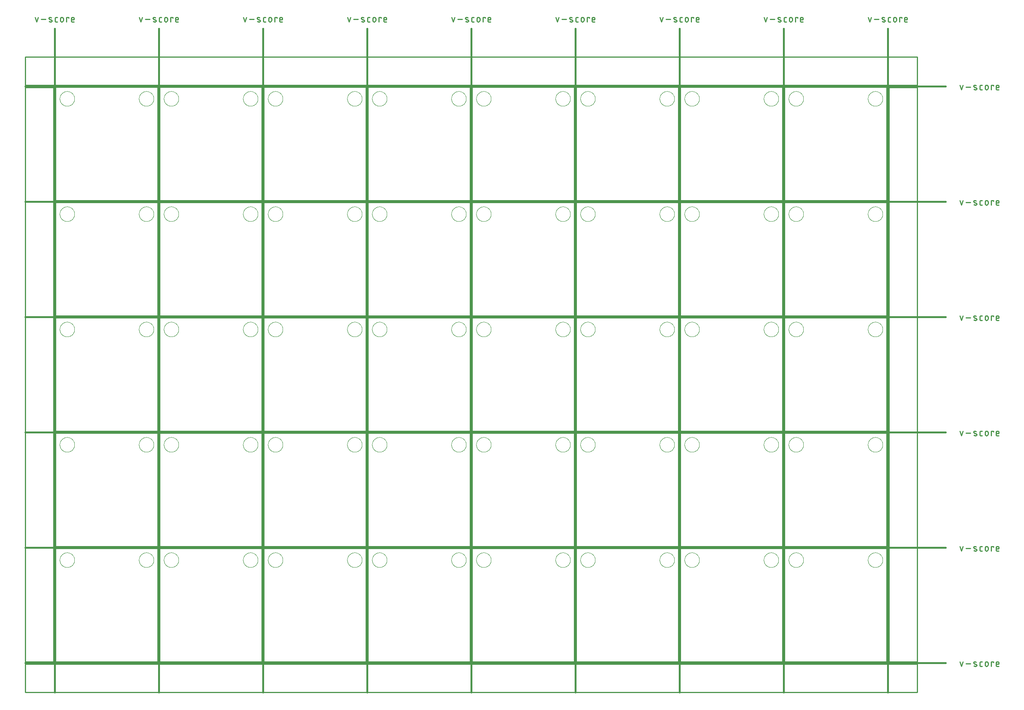
<source format=gko>
G75*
%MOIN*%
%OFA0B0*%
%FSLAX25Y25*%
%IPPOS*%
%LPD*%
%AMOC8*
5,1,8,0,0,1.08239X$1,22.5*
%
%ADD10C,0.00800*%
%ADD11C,0.01500*%
%ADD12C,0.01100*%
%ADD13C,0.01000*%
%ADD14C,0.00000*%
D10*
X0028750Y0028750D02*
X0028750Y0128750D01*
X0118750Y0128750D01*
X0118750Y0028750D01*
X0028750Y0028750D01*
X0120750Y0028750D02*
X0120750Y0128750D01*
X0210750Y0128750D01*
X0210750Y0028750D01*
X0120750Y0028750D01*
X0212750Y0028750D02*
X0212750Y0128750D01*
X0302750Y0128750D01*
X0302750Y0028750D01*
X0212750Y0028750D01*
X0304750Y0028750D02*
X0304750Y0128750D01*
X0394750Y0128750D01*
X0394750Y0028750D01*
X0304750Y0028750D01*
X0396750Y0028750D02*
X0396750Y0128750D01*
X0486750Y0128750D01*
X0486750Y0028750D01*
X0396750Y0028750D01*
X0488750Y0028750D02*
X0488750Y0128750D01*
X0578750Y0128750D01*
X0578750Y0028750D01*
X0488750Y0028750D01*
X0580750Y0028750D02*
X0580750Y0128750D01*
X0670750Y0128750D01*
X0670750Y0028750D01*
X0580750Y0028750D01*
X0672750Y0028750D02*
X0672750Y0128750D01*
X0762750Y0128750D01*
X0762750Y0028750D01*
X0672750Y0028750D01*
X0672750Y0130750D02*
X0672750Y0230750D01*
X0762750Y0230750D01*
X0762750Y0130750D01*
X0672750Y0130750D01*
X0670750Y0130750D02*
X0670750Y0230750D01*
X0580750Y0230750D01*
X0580750Y0130750D01*
X0670750Y0130750D01*
X0578750Y0130750D02*
X0578750Y0230750D01*
X0488750Y0230750D01*
X0488750Y0130750D01*
X0578750Y0130750D01*
X0486750Y0130750D02*
X0486750Y0230750D01*
X0396750Y0230750D01*
X0396750Y0130750D01*
X0486750Y0130750D01*
X0394750Y0130750D02*
X0394750Y0230750D01*
X0304750Y0230750D01*
X0304750Y0130750D01*
X0394750Y0130750D01*
X0302750Y0130750D02*
X0302750Y0230750D01*
X0212750Y0230750D01*
X0212750Y0130750D01*
X0302750Y0130750D01*
X0210750Y0130750D02*
X0210750Y0230750D01*
X0120750Y0230750D01*
X0120750Y0130750D01*
X0210750Y0130750D01*
X0118750Y0130750D02*
X0118750Y0230750D01*
X0028750Y0230750D01*
X0028750Y0130750D01*
X0118750Y0130750D01*
X0118750Y0232750D02*
X0028750Y0232750D01*
X0028750Y0332750D01*
X0118750Y0332750D01*
X0118750Y0232750D01*
X0120750Y0232750D02*
X0120750Y0332750D01*
X0210750Y0332750D01*
X0210750Y0232750D01*
X0120750Y0232750D01*
X0212750Y0232750D02*
X0212750Y0332750D01*
X0302750Y0332750D01*
X0302750Y0232750D01*
X0212750Y0232750D01*
X0304750Y0232750D02*
X0304750Y0332750D01*
X0394750Y0332750D01*
X0394750Y0232750D01*
X0304750Y0232750D01*
X0396750Y0232750D02*
X0396750Y0332750D01*
X0486750Y0332750D01*
X0486750Y0232750D01*
X0396750Y0232750D01*
X0488750Y0232750D02*
X0488750Y0332750D01*
X0578750Y0332750D01*
X0578750Y0232750D01*
X0488750Y0232750D01*
X0580750Y0232750D02*
X0580750Y0332750D01*
X0670750Y0332750D01*
X0670750Y0232750D01*
X0580750Y0232750D01*
X0672750Y0232750D02*
X0672750Y0332750D01*
X0762750Y0332750D01*
X0762750Y0232750D01*
X0672750Y0232750D01*
X0672750Y0334750D02*
X0672750Y0434750D01*
X0762750Y0434750D01*
X0762750Y0334750D01*
X0672750Y0334750D01*
X0670750Y0334750D02*
X0670750Y0434750D01*
X0580750Y0434750D01*
X0580750Y0334750D01*
X0670750Y0334750D01*
X0578750Y0334750D02*
X0578750Y0434750D01*
X0488750Y0434750D01*
X0488750Y0334750D01*
X0578750Y0334750D01*
X0486750Y0334750D02*
X0486750Y0434750D01*
X0396750Y0434750D01*
X0396750Y0334750D01*
X0486750Y0334750D01*
X0394750Y0334750D02*
X0394750Y0434750D01*
X0304750Y0434750D01*
X0304750Y0334750D01*
X0394750Y0334750D01*
X0302750Y0334750D02*
X0302750Y0434750D01*
X0212750Y0434750D01*
X0212750Y0334750D01*
X0302750Y0334750D01*
X0210750Y0334750D02*
X0210750Y0434750D01*
X0120750Y0434750D01*
X0120750Y0334750D01*
X0210750Y0334750D01*
X0118750Y0334750D02*
X0118750Y0434750D01*
X0028750Y0434750D01*
X0028750Y0334750D01*
X0118750Y0334750D01*
X0118750Y0436750D02*
X0028750Y0436750D01*
X0028750Y0536750D01*
X0118750Y0536750D01*
X0118750Y0436750D01*
X0120750Y0436750D02*
X0120750Y0536750D01*
X0210750Y0536750D01*
X0210750Y0436750D01*
X0120750Y0436750D01*
X0212750Y0436750D02*
X0212750Y0536750D01*
X0302750Y0536750D01*
X0302750Y0436750D01*
X0212750Y0436750D01*
X0304750Y0436750D02*
X0304750Y0536750D01*
X0394750Y0536750D01*
X0394750Y0436750D01*
X0304750Y0436750D01*
X0396750Y0436750D02*
X0396750Y0536750D01*
X0486750Y0536750D01*
X0486750Y0436750D01*
X0396750Y0436750D01*
X0488750Y0436750D02*
X0488750Y0536750D01*
X0578750Y0536750D01*
X0578750Y0436750D01*
X0488750Y0436750D01*
X0580750Y0436750D02*
X0580750Y0536750D01*
X0670750Y0536750D01*
X0670750Y0436750D01*
X0580750Y0436750D01*
X0672750Y0436750D02*
X0672750Y0536750D01*
X0762750Y0536750D01*
X0762750Y0436750D01*
X0672750Y0436750D01*
D11*
X0814750Y0435750D02*
X0001750Y0435750D01*
X0001750Y0333750D02*
X0814750Y0333750D01*
X0814750Y0231750D02*
X0001750Y0231750D01*
X0001750Y0129750D02*
X0814750Y0129750D01*
X0814750Y0027750D02*
X0001750Y0027750D01*
X0027750Y0001750D02*
X0027750Y0588750D01*
X0001750Y0537750D02*
X0814750Y0537750D01*
X0763750Y0588750D02*
X0763750Y0001750D01*
X0671750Y0001750D02*
X0671750Y0588750D01*
X0579750Y0588750D02*
X0579750Y0001750D01*
X0487750Y0001750D02*
X0487750Y0588750D01*
X0395750Y0588750D02*
X0395750Y0001750D01*
X0303750Y0001750D02*
X0303750Y0588750D01*
X0211750Y0588750D02*
X0211750Y0001750D01*
X0119750Y0001750D02*
X0119750Y0588750D01*
D12*
X0120971Y0594800D02*
X0122282Y0594800D01*
X0120971Y0594800D02*
X0120909Y0594802D01*
X0120848Y0594808D01*
X0120787Y0594817D01*
X0120727Y0594831D01*
X0120667Y0594848D01*
X0120609Y0594869D01*
X0120552Y0594894D01*
X0120497Y0594922D01*
X0120444Y0594953D01*
X0120393Y0594988D01*
X0120344Y0595026D01*
X0120298Y0595066D01*
X0120254Y0595110D01*
X0120214Y0595156D01*
X0120176Y0595205D01*
X0120141Y0595256D01*
X0120110Y0595309D01*
X0120082Y0595364D01*
X0120057Y0595421D01*
X0120036Y0595479D01*
X0120019Y0595539D01*
X0120005Y0595599D01*
X0119996Y0595660D01*
X0119990Y0595721D01*
X0119988Y0595783D01*
X0119988Y0597750D01*
X0119990Y0597812D01*
X0119996Y0597873D01*
X0120005Y0597934D01*
X0120019Y0597994D01*
X0120036Y0598054D01*
X0120057Y0598112D01*
X0120082Y0598169D01*
X0120110Y0598224D01*
X0120141Y0598277D01*
X0120176Y0598328D01*
X0120214Y0598377D01*
X0120254Y0598423D01*
X0120298Y0598467D01*
X0120344Y0598507D01*
X0120393Y0598545D01*
X0120444Y0598580D01*
X0120497Y0598611D01*
X0120552Y0598639D01*
X0120609Y0598664D01*
X0120667Y0598685D01*
X0120727Y0598702D01*
X0120787Y0598716D01*
X0120848Y0598725D01*
X0120909Y0598731D01*
X0120971Y0598733D01*
X0122282Y0598733D01*
X0124695Y0597422D02*
X0124695Y0596111D01*
X0124696Y0596111D02*
X0124698Y0596040D01*
X0124704Y0595969D01*
X0124713Y0595899D01*
X0124727Y0595829D01*
X0124744Y0595760D01*
X0124765Y0595692D01*
X0124789Y0595626D01*
X0124817Y0595561D01*
X0124849Y0595497D01*
X0124884Y0595435D01*
X0124922Y0595375D01*
X0124963Y0595318D01*
X0125008Y0595262D01*
X0125055Y0595209D01*
X0125105Y0595159D01*
X0125158Y0595112D01*
X0125214Y0595067D01*
X0125271Y0595026D01*
X0125331Y0594988D01*
X0125393Y0594953D01*
X0125457Y0594921D01*
X0125522Y0594893D01*
X0125588Y0594869D01*
X0125656Y0594848D01*
X0125725Y0594831D01*
X0125795Y0594817D01*
X0125865Y0594808D01*
X0125936Y0594802D01*
X0126007Y0594800D01*
X0126078Y0594802D01*
X0126149Y0594808D01*
X0126219Y0594817D01*
X0126289Y0594831D01*
X0126358Y0594848D01*
X0126426Y0594869D01*
X0126492Y0594893D01*
X0126557Y0594921D01*
X0126621Y0594953D01*
X0126683Y0594988D01*
X0126743Y0595026D01*
X0126800Y0595067D01*
X0126856Y0595112D01*
X0126909Y0595159D01*
X0126959Y0595209D01*
X0127006Y0595262D01*
X0127051Y0595318D01*
X0127092Y0595375D01*
X0127130Y0595435D01*
X0127165Y0595497D01*
X0127197Y0595561D01*
X0127225Y0595626D01*
X0127249Y0595692D01*
X0127270Y0595760D01*
X0127287Y0595829D01*
X0127301Y0595899D01*
X0127310Y0595969D01*
X0127316Y0596040D01*
X0127318Y0596111D01*
X0127318Y0597422D01*
X0127316Y0597493D01*
X0127310Y0597564D01*
X0127301Y0597634D01*
X0127287Y0597704D01*
X0127270Y0597773D01*
X0127249Y0597841D01*
X0127225Y0597907D01*
X0127197Y0597972D01*
X0127165Y0598036D01*
X0127130Y0598098D01*
X0127092Y0598158D01*
X0127051Y0598215D01*
X0127006Y0598271D01*
X0126959Y0598324D01*
X0126909Y0598374D01*
X0126856Y0598421D01*
X0126800Y0598466D01*
X0126743Y0598507D01*
X0126683Y0598545D01*
X0126621Y0598580D01*
X0126557Y0598612D01*
X0126492Y0598640D01*
X0126426Y0598664D01*
X0126358Y0598685D01*
X0126289Y0598702D01*
X0126219Y0598716D01*
X0126149Y0598725D01*
X0126078Y0598731D01*
X0126007Y0598733D01*
X0125936Y0598731D01*
X0125865Y0598725D01*
X0125795Y0598716D01*
X0125725Y0598702D01*
X0125656Y0598685D01*
X0125588Y0598664D01*
X0125522Y0598640D01*
X0125457Y0598612D01*
X0125393Y0598580D01*
X0125331Y0598545D01*
X0125271Y0598507D01*
X0125214Y0598466D01*
X0125158Y0598421D01*
X0125105Y0598374D01*
X0125055Y0598324D01*
X0125008Y0598271D01*
X0124963Y0598215D01*
X0124922Y0598158D01*
X0124884Y0598098D01*
X0124849Y0598036D01*
X0124817Y0597972D01*
X0124789Y0597907D01*
X0124765Y0597841D01*
X0124744Y0597773D01*
X0124727Y0597704D01*
X0124713Y0597634D01*
X0124704Y0597564D01*
X0124698Y0597493D01*
X0124696Y0597422D01*
X0130284Y0598733D02*
X0132251Y0598733D01*
X0132251Y0598078D01*
X0130284Y0598733D02*
X0130284Y0594800D01*
X0134337Y0595783D02*
X0134337Y0597422D01*
X0134337Y0596767D02*
X0136959Y0596767D01*
X0136959Y0597422D01*
X0136957Y0597493D01*
X0136951Y0597564D01*
X0136942Y0597634D01*
X0136928Y0597704D01*
X0136911Y0597773D01*
X0136890Y0597841D01*
X0136866Y0597907D01*
X0136838Y0597972D01*
X0136806Y0598036D01*
X0136771Y0598098D01*
X0136733Y0598158D01*
X0136692Y0598215D01*
X0136647Y0598271D01*
X0136600Y0598324D01*
X0136550Y0598374D01*
X0136497Y0598421D01*
X0136441Y0598466D01*
X0136384Y0598507D01*
X0136324Y0598545D01*
X0136262Y0598580D01*
X0136198Y0598612D01*
X0136133Y0598640D01*
X0136067Y0598664D01*
X0135999Y0598685D01*
X0135930Y0598702D01*
X0135860Y0598716D01*
X0135790Y0598725D01*
X0135719Y0598731D01*
X0135648Y0598733D01*
X0135577Y0598731D01*
X0135506Y0598725D01*
X0135436Y0598716D01*
X0135366Y0598702D01*
X0135297Y0598685D01*
X0135229Y0598664D01*
X0135163Y0598640D01*
X0135098Y0598612D01*
X0135034Y0598580D01*
X0134972Y0598545D01*
X0134912Y0598507D01*
X0134855Y0598466D01*
X0134799Y0598421D01*
X0134746Y0598374D01*
X0134696Y0598324D01*
X0134649Y0598271D01*
X0134604Y0598215D01*
X0134563Y0598158D01*
X0134525Y0598098D01*
X0134490Y0598036D01*
X0134458Y0597972D01*
X0134430Y0597907D01*
X0134406Y0597841D01*
X0134385Y0597773D01*
X0134368Y0597704D01*
X0134354Y0597634D01*
X0134345Y0597564D01*
X0134339Y0597493D01*
X0134337Y0597422D01*
X0134337Y0595783D02*
X0134339Y0595721D01*
X0134345Y0595660D01*
X0134354Y0595599D01*
X0134368Y0595539D01*
X0134385Y0595479D01*
X0134406Y0595421D01*
X0134431Y0595364D01*
X0134459Y0595309D01*
X0134490Y0595256D01*
X0134525Y0595205D01*
X0134563Y0595156D01*
X0134603Y0595110D01*
X0134647Y0595066D01*
X0134693Y0595026D01*
X0134742Y0594988D01*
X0134793Y0594953D01*
X0134846Y0594922D01*
X0134901Y0594894D01*
X0134958Y0594869D01*
X0135016Y0594848D01*
X0135076Y0594831D01*
X0135136Y0594817D01*
X0135197Y0594808D01*
X0135258Y0594802D01*
X0135320Y0594800D01*
X0136959Y0594800D01*
X0116774Y0596439D02*
X0115136Y0597094D01*
X0115135Y0597095D02*
X0115083Y0597118D01*
X0115032Y0597145D01*
X0114983Y0597175D01*
X0114936Y0597208D01*
X0114891Y0597244D01*
X0114849Y0597284D01*
X0114810Y0597326D01*
X0114774Y0597370D01*
X0114741Y0597417D01*
X0114711Y0597467D01*
X0114684Y0597518D01*
X0114661Y0597570D01*
X0114642Y0597624D01*
X0114626Y0597680D01*
X0114614Y0597736D01*
X0114606Y0597793D01*
X0114602Y0597850D01*
X0114601Y0597908D01*
X0114605Y0597965D01*
X0114612Y0598022D01*
X0114624Y0598079D01*
X0114639Y0598134D01*
X0114657Y0598189D01*
X0114680Y0598242D01*
X0114706Y0598293D01*
X0114735Y0598342D01*
X0114768Y0598390D01*
X0114804Y0598435D01*
X0114842Y0598477D01*
X0114884Y0598517D01*
X0114928Y0598554D01*
X0114975Y0598588D01*
X0115023Y0598619D01*
X0115074Y0598646D01*
X0115126Y0598670D01*
X0115180Y0598690D01*
X0115235Y0598706D01*
X0115291Y0598719D01*
X0115348Y0598728D01*
X0115406Y0598733D01*
X0115463Y0598734D01*
X0114644Y0595128D02*
X0114778Y0595082D01*
X0114913Y0595039D01*
X0115049Y0595000D01*
X0115186Y0594964D01*
X0115323Y0594932D01*
X0115462Y0594903D01*
X0115601Y0594877D01*
X0115741Y0594856D01*
X0115882Y0594837D01*
X0116022Y0594823D01*
X0116164Y0594812D01*
X0116305Y0594804D01*
X0116447Y0594801D01*
X0116447Y0594800D02*
X0116504Y0594801D01*
X0116562Y0594806D01*
X0116619Y0594815D01*
X0116675Y0594828D01*
X0116730Y0594844D01*
X0116784Y0594864D01*
X0116836Y0594888D01*
X0116887Y0594915D01*
X0116935Y0594946D01*
X0116982Y0594980D01*
X0117026Y0595017D01*
X0117068Y0595057D01*
X0117106Y0595099D01*
X0117142Y0595144D01*
X0117175Y0595192D01*
X0117204Y0595241D01*
X0117230Y0595292D01*
X0117253Y0595345D01*
X0117271Y0595400D01*
X0117286Y0595455D01*
X0117298Y0595512D01*
X0117305Y0595569D01*
X0117309Y0595626D01*
X0117308Y0595684D01*
X0117304Y0595741D01*
X0117296Y0595798D01*
X0117284Y0595854D01*
X0117268Y0595910D01*
X0117249Y0595964D01*
X0117226Y0596016D01*
X0117199Y0596067D01*
X0117169Y0596117D01*
X0117136Y0596164D01*
X0117100Y0596208D01*
X0117061Y0596250D01*
X0117019Y0596290D01*
X0116974Y0596326D01*
X0116927Y0596359D01*
X0116878Y0596389D01*
X0116827Y0596416D01*
X0116775Y0596439D01*
X0116938Y0598405D02*
X0116831Y0598451D01*
X0116722Y0598494D01*
X0116612Y0598534D01*
X0116500Y0598570D01*
X0116388Y0598602D01*
X0116274Y0598631D01*
X0116160Y0598657D01*
X0116045Y0598678D01*
X0115930Y0598697D01*
X0115813Y0598711D01*
X0115697Y0598722D01*
X0115580Y0598729D01*
X0115463Y0598733D01*
X0111768Y0597094D02*
X0107834Y0597094D01*
X0105163Y0598733D02*
X0103852Y0594800D01*
X0102541Y0598733D01*
X0044959Y0597422D02*
X0044959Y0596767D01*
X0042337Y0596767D01*
X0042337Y0597422D02*
X0042337Y0595783D01*
X0042339Y0595721D01*
X0042345Y0595660D01*
X0042354Y0595599D01*
X0042368Y0595539D01*
X0042385Y0595479D01*
X0042406Y0595421D01*
X0042431Y0595364D01*
X0042459Y0595309D01*
X0042490Y0595256D01*
X0042525Y0595205D01*
X0042563Y0595156D01*
X0042603Y0595110D01*
X0042647Y0595066D01*
X0042693Y0595026D01*
X0042742Y0594988D01*
X0042793Y0594953D01*
X0042846Y0594922D01*
X0042901Y0594894D01*
X0042958Y0594869D01*
X0043016Y0594848D01*
X0043076Y0594831D01*
X0043136Y0594817D01*
X0043197Y0594808D01*
X0043258Y0594802D01*
X0043320Y0594800D01*
X0044959Y0594800D01*
X0044959Y0597422D02*
X0044957Y0597493D01*
X0044951Y0597564D01*
X0044942Y0597634D01*
X0044928Y0597704D01*
X0044911Y0597773D01*
X0044890Y0597841D01*
X0044866Y0597907D01*
X0044838Y0597972D01*
X0044806Y0598036D01*
X0044771Y0598098D01*
X0044733Y0598158D01*
X0044692Y0598215D01*
X0044647Y0598271D01*
X0044600Y0598324D01*
X0044550Y0598374D01*
X0044497Y0598421D01*
X0044441Y0598466D01*
X0044384Y0598507D01*
X0044324Y0598545D01*
X0044262Y0598580D01*
X0044198Y0598612D01*
X0044133Y0598640D01*
X0044067Y0598664D01*
X0043999Y0598685D01*
X0043930Y0598702D01*
X0043860Y0598716D01*
X0043790Y0598725D01*
X0043719Y0598731D01*
X0043648Y0598733D01*
X0043577Y0598731D01*
X0043506Y0598725D01*
X0043436Y0598716D01*
X0043366Y0598702D01*
X0043297Y0598685D01*
X0043229Y0598664D01*
X0043163Y0598640D01*
X0043098Y0598612D01*
X0043034Y0598580D01*
X0042972Y0598545D01*
X0042912Y0598507D01*
X0042855Y0598466D01*
X0042799Y0598421D01*
X0042746Y0598374D01*
X0042696Y0598324D01*
X0042649Y0598271D01*
X0042604Y0598215D01*
X0042563Y0598158D01*
X0042525Y0598098D01*
X0042490Y0598036D01*
X0042458Y0597972D01*
X0042430Y0597907D01*
X0042406Y0597841D01*
X0042385Y0597773D01*
X0042368Y0597704D01*
X0042354Y0597634D01*
X0042345Y0597564D01*
X0042339Y0597493D01*
X0042337Y0597422D01*
X0040251Y0598078D02*
X0040251Y0598733D01*
X0038284Y0598733D01*
X0038284Y0594800D01*
X0035318Y0596111D02*
X0035318Y0597422D01*
X0035316Y0597493D01*
X0035310Y0597564D01*
X0035301Y0597634D01*
X0035287Y0597704D01*
X0035270Y0597773D01*
X0035249Y0597841D01*
X0035225Y0597907D01*
X0035197Y0597972D01*
X0035165Y0598036D01*
X0035130Y0598098D01*
X0035092Y0598158D01*
X0035051Y0598215D01*
X0035006Y0598271D01*
X0034959Y0598324D01*
X0034909Y0598374D01*
X0034856Y0598421D01*
X0034800Y0598466D01*
X0034743Y0598507D01*
X0034683Y0598545D01*
X0034621Y0598580D01*
X0034557Y0598612D01*
X0034492Y0598640D01*
X0034426Y0598664D01*
X0034358Y0598685D01*
X0034289Y0598702D01*
X0034219Y0598716D01*
X0034149Y0598725D01*
X0034078Y0598731D01*
X0034007Y0598733D01*
X0033936Y0598731D01*
X0033865Y0598725D01*
X0033795Y0598716D01*
X0033725Y0598702D01*
X0033656Y0598685D01*
X0033588Y0598664D01*
X0033522Y0598640D01*
X0033457Y0598612D01*
X0033393Y0598580D01*
X0033331Y0598545D01*
X0033271Y0598507D01*
X0033214Y0598466D01*
X0033158Y0598421D01*
X0033105Y0598374D01*
X0033055Y0598324D01*
X0033008Y0598271D01*
X0032963Y0598215D01*
X0032922Y0598158D01*
X0032884Y0598098D01*
X0032849Y0598036D01*
X0032817Y0597972D01*
X0032789Y0597907D01*
X0032765Y0597841D01*
X0032744Y0597773D01*
X0032727Y0597704D01*
X0032713Y0597634D01*
X0032704Y0597564D01*
X0032698Y0597493D01*
X0032696Y0597422D01*
X0032695Y0597422D02*
X0032695Y0596111D01*
X0032696Y0596111D02*
X0032698Y0596040D01*
X0032704Y0595969D01*
X0032713Y0595899D01*
X0032727Y0595829D01*
X0032744Y0595760D01*
X0032765Y0595692D01*
X0032789Y0595626D01*
X0032817Y0595561D01*
X0032849Y0595497D01*
X0032884Y0595435D01*
X0032922Y0595375D01*
X0032963Y0595318D01*
X0033008Y0595262D01*
X0033055Y0595209D01*
X0033105Y0595159D01*
X0033158Y0595112D01*
X0033214Y0595067D01*
X0033271Y0595026D01*
X0033331Y0594988D01*
X0033393Y0594953D01*
X0033457Y0594921D01*
X0033522Y0594893D01*
X0033588Y0594869D01*
X0033656Y0594848D01*
X0033725Y0594831D01*
X0033795Y0594817D01*
X0033865Y0594808D01*
X0033936Y0594802D01*
X0034007Y0594800D01*
X0034078Y0594802D01*
X0034149Y0594808D01*
X0034219Y0594817D01*
X0034289Y0594831D01*
X0034358Y0594848D01*
X0034426Y0594869D01*
X0034492Y0594893D01*
X0034557Y0594921D01*
X0034621Y0594953D01*
X0034683Y0594988D01*
X0034743Y0595026D01*
X0034800Y0595067D01*
X0034856Y0595112D01*
X0034909Y0595159D01*
X0034959Y0595209D01*
X0035006Y0595262D01*
X0035051Y0595318D01*
X0035092Y0595375D01*
X0035130Y0595435D01*
X0035165Y0595497D01*
X0035197Y0595561D01*
X0035225Y0595626D01*
X0035249Y0595692D01*
X0035270Y0595760D01*
X0035287Y0595829D01*
X0035301Y0595899D01*
X0035310Y0595969D01*
X0035316Y0596040D01*
X0035318Y0596111D01*
X0030282Y0594800D02*
X0028971Y0594800D01*
X0028909Y0594802D01*
X0028848Y0594808D01*
X0028787Y0594817D01*
X0028727Y0594831D01*
X0028667Y0594848D01*
X0028609Y0594869D01*
X0028552Y0594894D01*
X0028497Y0594922D01*
X0028444Y0594953D01*
X0028393Y0594988D01*
X0028344Y0595026D01*
X0028298Y0595066D01*
X0028254Y0595110D01*
X0028214Y0595156D01*
X0028176Y0595205D01*
X0028141Y0595256D01*
X0028110Y0595309D01*
X0028082Y0595364D01*
X0028057Y0595421D01*
X0028036Y0595479D01*
X0028019Y0595539D01*
X0028005Y0595599D01*
X0027996Y0595660D01*
X0027990Y0595721D01*
X0027988Y0595783D01*
X0027988Y0597750D01*
X0027990Y0597812D01*
X0027996Y0597873D01*
X0028005Y0597934D01*
X0028019Y0597994D01*
X0028036Y0598054D01*
X0028057Y0598112D01*
X0028082Y0598169D01*
X0028110Y0598224D01*
X0028141Y0598277D01*
X0028176Y0598328D01*
X0028214Y0598377D01*
X0028254Y0598423D01*
X0028298Y0598467D01*
X0028344Y0598507D01*
X0028393Y0598545D01*
X0028444Y0598580D01*
X0028497Y0598611D01*
X0028552Y0598639D01*
X0028609Y0598664D01*
X0028667Y0598685D01*
X0028727Y0598702D01*
X0028787Y0598716D01*
X0028848Y0598725D01*
X0028909Y0598731D01*
X0028971Y0598733D01*
X0030282Y0598733D01*
X0024774Y0596439D02*
X0023136Y0597094D01*
X0023135Y0597095D02*
X0023083Y0597118D01*
X0023032Y0597145D01*
X0022983Y0597175D01*
X0022936Y0597208D01*
X0022891Y0597244D01*
X0022849Y0597284D01*
X0022810Y0597326D01*
X0022774Y0597370D01*
X0022741Y0597417D01*
X0022711Y0597467D01*
X0022684Y0597518D01*
X0022661Y0597570D01*
X0022642Y0597624D01*
X0022626Y0597680D01*
X0022614Y0597736D01*
X0022606Y0597793D01*
X0022602Y0597850D01*
X0022601Y0597908D01*
X0022605Y0597965D01*
X0022612Y0598022D01*
X0022624Y0598079D01*
X0022639Y0598134D01*
X0022657Y0598189D01*
X0022680Y0598242D01*
X0022706Y0598293D01*
X0022735Y0598342D01*
X0022768Y0598390D01*
X0022804Y0598435D01*
X0022842Y0598477D01*
X0022884Y0598517D01*
X0022928Y0598554D01*
X0022975Y0598588D01*
X0023023Y0598619D01*
X0023074Y0598646D01*
X0023126Y0598670D01*
X0023180Y0598690D01*
X0023235Y0598706D01*
X0023291Y0598719D01*
X0023348Y0598728D01*
X0023406Y0598733D01*
X0023463Y0598734D01*
X0022644Y0595128D02*
X0022778Y0595082D01*
X0022913Y0595039D01*
X0023049Y0595000D01*
X0023186Y0594964D01*
X0023323Y0594932D01*
X0023462Y0594903D01*
X0023601Y0594877D01*
X0023741Y0594856D01*
X0023882Y0594837D01*
X0024022Y0594823D01*
X0024164Y0594812D01*
X0024305Y0594804D01*
X0024447Y0594801D01*
X0024447Y0594800D02*
X0024504Y0594801D01*
X0024562Y0594806D01*
X0024619Y0594815D01*
X0024675Y0594828D01*
X0024730Y0594844D01*
X0024784Y0594864D01*
X0024836Y0594888D01*
X0024887Y0594915D01*
X0024935Y0594946D01*
X0024982Y0594980D01*
X0025026Y0595017D01*
X0025068Y0595057D01*
X0025106Y0595099D01*
X0025142Y0595144D01*
X0025175Y0595192D01*
X0025204Y0595241D01*
X0025230Y0595292D01*
X0025253Y0595345D01*
X0025271Y0595400D01*
X0025286Y0595455D01*
X0025298Y0595512D01*
X0025305Y0595569D01*
X0025309Y0595626D01*
X0025308Y0595684D01*
X0025304Y0595741D01*
X0025296Y0595798D01*
X0025284Y0595854D01*
X0025268Y0595910D01*
X0025249Y0595964D01*
X0025226Y0596016D01*
X0025199Y0596067D01*
X0025169Y0596117D01*
X0025136Y0596164D01*
X0025100Y0596208D01*
X0025061Y0596250D01*
X0025019Y0596290D01*
X0024974Y0596326D01*
X0024927Y0596359D01*
X0024878Y0596389D01*
X0024827Y0596416D01*
X0024775Y0596439D01*
X0024938Y0598405D02*
X0024831Y0598451D01*
X0024722Y0598494D01*
X0024612Y0598534D01*
X0024500Y0598570D01*
X0024388Y0598602D01*
X0024274Y0598631D01*
X0024160Y0598657D01*
X0024045Y0598678D01*
X0023930Y0598697D01*
X0023813Y0598711D01*
X0023697Y0598722D01*
X0023580Y0598729D01*
X0023463Y0598733D01*
X0019768Y0597094D02*
X0015834Y0597094D01*
X0013163Y0598733D02*
X0011852Y0594800D01*
X0010541Y0598733D01*
X0194541Y0598733D02*
X0195852Y0594800D01*
X0197163Y0598733D01*
X0199834Y0597094D02*
X0203768Y0597094D01*
X0207136Y0597094D02*
X0208774Y0596439D01*
X0208775Y0596439D02*
X0208827Y0596416D01*
X0208878Y0596389D01*
X0208927Y0596359D01*
X0208974Y0596326D01*
X0209019Y0596290D01*
X0209061Y0596250D01*
X0209100Y0596208D01*
X0209136Y0596164D01*
X0209169Y0596117D01*
X0209199Y0596067D01*
X0209226Y0596016D01*
X0209249Y0595964D01*
X0209268Y0595910D01*
X0209284Y0595854D01*
X0209296Y0595798D01*
X0209304Y0595741D01*
X0209308Y0595684D01*
X0209309Y0595626D01*
X0209305Y0595569D01*
X0209298Y0595512D01*
X0209286Y0595455D01*
X0209271Y0595400D01*
X0209253Y0595345D01*
X0209230Y0595292D01*
X0209204Y0595241D01*
X0209175Y0595192D01*
X0209142Y0595144D01*
X0209106Y0595099D01*
X0209068Y0595057D01*
X0209026Y0595017D01*
X0208982Y0594980D01*
X0208935Y0594946D01*
X0208887Y0594915D01*
X0208836Y0594888D01*
X0208784Y0594864D01*
X0208730Y0594844D01*
X0208675Y0594828D01*
X0208619Y0594815D01*
X0208562Y0594806D01*
X0208504Y0594801D01*
X0208447Y0594800D01*
X0208938Y0598405D02*
X0208831Y0598451D01*
X0208722Y0598494D01*
X0208612Y0598534D01*
X0208500Y0598570D01*
X0208388Y0598602D01*
X0208274Y0598631D01*
X0208160Y0598657D01*
X0208045Y0598678D01*
X0207930Y0598697D01*
X0207813Y0598711D01*
X0207697Y0598722D01*
X0207580Y0598729D01*
X0207463Y0598733D01*
X0207463Y0598734D02*
X0207406Y0598733D01*
X0207348Y0598728D01*
X0207291Y0598719D01*
X0207235Y0598706D01*
X0207180Y0598690D01*
X0207126Y0598670D01*
X0207074Y0598646D01*
X0207023Y0598619D01*
X0206975Y0598588D01*
X0206928Y0598554D01*
X0206884Y0598517D01*
X0206842Y0598477D01*
X0206804Y0598435D01*
X0206768Y0598390D01*
X0206735Y0598342D01*
X0206706Y0598293D01*
X0206680Y0598242D01*
X0206657Y0598189D01*
X0206639Y0598134D01*
X0206624Y0598079D01*
X0206612Y0598022D01*
X0206605Y0597965D01*
X0206601Y0597908D01*
X0206602Y0597850D01*
X0206606Y0597793D01*
X0206614Y0597736D01*
X0206626Y0597680D01*
X0206642Y0597624D01*
X0206661Y0597570D01*
X0206684Y0597518D01*
X0206711Y0597467D01*
X0206741Y0597417D01*
X0206774Y0597370D01*
X0206810Y0597326D01*
X0206849Y0597284D01*
X0206891Y0597244D01*
X0206936Y0597208D01*
X0206983Y0597175D01*
X0207032Y0597145D01*
X0207083Y0597118D01*
X0207135Y0597095D01*
X0206644Y0595128D02*
X0206778Y0595082D01*
X0206913Y0595039D01*
X0207049Y0595000D01*
X0207186Y0594964D01*
X0207323Y0594932D01*
X0207462Y0594903D01*
X0207601Y0594877D01*
X0207741Y0594856D01*
X0207882Y0594837D01*
X0208022Y0594823D01*
X0208164Y0594812D01*
X0208305Y0594804D01*
X0208447Y0594801D01*
X0211988Y0595783D02*
X0211988Y0597750D01*
X0211990Y0597812D01*
X0211996Y0597873D01*
X0212005Y0597934D01*
X0212019Y0597994D01*
X0212036Y0598054D01*
X0212057Y0598112D01*
X0212082Y0598169D01*
X0212110Y0598224D01*
X0212141Y0598277D01*
X0212176Y0598328D01*
X0212214Y0598377D01*
X0212254Y0598423D01*
X0212298Y0598467D01*
X0212344Y0598507D01*
X0212393Y0598545D01*
X0212444Y0598580D01*
X0212497Y0598611D01*
X0212552Y0598639D01*
X0212609Y0598664D01*
X0212667Y0598685D01*
X0212727Y0598702D01*
X0212787Y0598716D01*
X0212848Y0598725D01*
X0212909Y0598731D01*
X0212971Y0598733D01*
X0214282Y0598733D01*
X0216695Y0597422D02*
X0216695Y0596111D01*
X0216696Y0596111D02*
X0216698Y0596040D01*
X0216704Y0595969D01*
X0216713Y0595899D01*
X0216727Y0595829D01*
X0216744Y0595760D01*
X0216765Y0595692D01*
X0216789Y0595626D01*
X0216817Y0595561D01*
X0216849Y0595497D01*
X0216884Y0595435D01*
X0216922Y0595375D01*
X0216963Y0595318D01*
X0217008Y0595262D01*
X0217055Y0595209D01*
X0217105Y0595159D01*
X0217158Y0595112D01*
X0217214Y0595067D01*
X0217271Y0595026D01*
X0217331Y0594988D01*
X0217393Y0594953D01*
X0217457Y0594921D01*
X0217522Y0594893D01*
X0217588Y0594869D01*
X0217656Y0594848D01*
X0217725Y0594831D01*
X0217795Y0594817D01*
X0217865Y0594808D01*
X0217936Y0594802D01*
X0218007Y0594800D01*
X0218078Y0594802D01*
X0218149Y0594808D01*
X0218219Y0594817D01*
X0218289Y0594831D01*
X0218358Y0594848D01*
X0218426Y0594869D01*
X0218492Y0594893D01*
X0218557Y0594921D01*
X0218621Y0594953D01*
X0218683Y0594988D01*
X0218743Y0595026D01*
X0218800Y0595067D01*
X0218856Y0595112D01*
X0218909Y0595159D01*
X0218959Y0595209D01*
X0219006Y0595262D01*
X0219051Y0595318D01*
X0219092Y0595375D01*
X0219130Y0595435D01*
X0219165Y0595497D01*
X0219197Y0595561D01*
X0219225Y0595626D01*
X0219249Y0595692D01*
X0219270Y0595760D01*
X0219287Y0595829D01*
X0219301Y0595899D01*
X0219310Y0595969D01*
X0219316Y0596040D01*
X0219318Y0596111D01*
X0219318Y0597422D01*
X0219316Y0597493D01*
X0219310Y0597564D01*
X0219301Y0597634D01*
X0219287Y0597704D01*
X0219270Y0597773D01*
X0219249Y0597841D01*
X0219225Y0597907D01*
X0219197Y0597972D01*
X0219165Y0598036D01*
X0219130Y0598098D01*
X0219092Y0598158D01*
X0219051Y0598215D01*
X0219006Y0598271D01*
X0218959Y0598324D01*
X0218909Y0598374D01*
X0218856Y0598421D01*
X0218800Y0598466D01*
X0218743Y0598507D01*
X0218683Y0598545D01*
X0218621Y0598580D01*
X0218557Y0598612D01*
X0218492Y0598640D01*
X0218426Y0598664D01*
X0218358Y0598685D01*
X0218289Y0598702D01*
X0218219Y0598716D01*
X0218149Y0598725D01*
X0218078Y0598731D01*
X0218007Y0598733D01*
X0217936Y0598731D01*
X0217865Y0598725D01*
X0217795Y0598716D01*
X0217725Y0598702D01*
X0217656Y0598685D01*
X0217588Y0598664D01*
X0217522Y0598640D01*
X0217457Y0598612D01*
X0217393Y0598580D01*
X0217331Y0598545D01*
X0217271Y0598507D01*
X0217214Y0598466D01*
X0217158Y0598421D01*
X0217105Y0598374D01*
X0217055Y0598324D01*
X0217008Y0598271D01*
X0216963Y0598215D01*
X0216922Y0598158D01*
X0216884Y0598098D01*
X0216849Y0598036D01*
X0216817Y0597972D01*
X0216789Y0597907D01*
X0216765Y0597841D01*
X0216744Y0597773D01*
X0216727Y0597704D01*
X0216713Y0597634D01*
X0216704Y0597564D01*
X0216698Y0597493D01*
X0216696Y0597422D01*
X0214282Y0594800D02*
X0212971Y0594800D01*
X0212909Y0594802D01*
X0212848Y0594808D01*
X0212787Y0594817D01*
X0212727Y0594831D01*
X0212667Y0594848D01*
X0212609Y0594869D01*
X0212552Y0594894D01*
X0212497Y0594922D01*
X0212444Y0594953D01*
X0212393Y0594988D01*
X0212344Y0595026D01*
X0212298Y0595066D01*
X0212254Y0595110D01*
X0212214Y0595156D01*
X0212176Y0595205D01*
X0212141Y0595256D01*
X0212110Y0595309D01*
X0212082Y0595364D01*
X0212057Y0595421D01*
X0212036Y0595479D01*
X0212019Y0595539D01*
X0212005Y0595599D01*
X0211996Y0595660D01*
X0211990Y0595721D01*
X0211988Y0595783D01*
X0222284Y0594800D02*
X0222284Y0598733D01*
X0224251Y0598733D01*
X0224251Y0598078D01*
X0226337Y0597422D02*
X0226337Y0595783D01*
X0226339Y0595721D01*
X0226345Y0595660D01*
X0226354Y0595599D01*
X0226368Y0595539D01*
X0226385Y0595479D01*
X0226406Y0595421D01*
X0226431Y0595364D01*
X0226459Y0595309D01*
X0226490Y0595256D01*
X0226525Y0595205D01*
X0226563Y0595156D01*
X0226603Y0595110D01*
X0226647Y0595066D01*
X0226693Y0595026D01*
X0226742Y0594988D01*
X0226793Y0594953D01*
X0226846Y0594922D01*
X0226901Y0594894D01*
X0226958Y0594869D01*
X0227016Y0594848D01*
X0227076Y0594831D01*
X0227136Y0594817D01*
X0227197Y0594808D01*
X0227258Y0594802D01*
X0227320Y0594800D01*
X0228959Y0594800D01*
X0228959Y0596767D02*
X0226337Y0596767D01*
X0226337Y0597422D02*
X0226339Y0597493D01*
X0226345Y0597564D01*
X0226354Y0597634D01*
X0226368Y0597704D01*
X0226385Y0597773D01*
X0226406Y0597841D01*
X0226430Y0597907D01*
X0226458Y0597972D01*
X0226490Y0598036D01*
X0226525Y0598098D01*
X0226563Y0598158D01*
X0226604Y0598215D01*
X0226649Y0598271D01*
X0226696Y0598324D01*
X0226746Y0598374D01*
X0226799Y0598421D01*
X0226855Y0598466D01*
X0226912Y0598507D01*
X0226972Y0598545D01*
X0227034Y0598580D01*
X0227098Y0598612D01*
X0227163Y0598640D01*
X0227229Y0598664D01*
X0227297Y0598685D01*
X0227366Y0598702D01*
X0227436Y0598716D01*
X0227506Y0598725D01*
X0227577Y0598731D01*
X0227648Y0598733D01*
X0227719Y0598731D01*
X0227790Y0598725D01*
X0227860Y0598716D01*
X0227930Y0598702D01*
X0227999Y0598685D01*
X0228067Y0598664D01*
X0228133Y0598640D01*
X0228198Y0598612D01*
X0228262Y0598580D01*
X0228324Y0598545D01*
X0228384Y0598507D01*
X0228441Y0598466D01*
X0228497Y0598421D01*
X0228550Y0598374D01*
X0228600Y0598324D01*
X0228647Y0598271D01*
X0228692Y0598215D01*
X0228733Y0598158D01*
X0228771Y0598098D01*
X0228806Y0598036D01*
X0228838Y0597972D01*
X0228866Y0597907D01*
X0228890Y0597841D01*
X0228911Y0597773D01*
X0228928Y0597704D01*
X0228942Y0597634D01*
X0228951Y0597564D01*
X0228957Y0597493D01*
X0228959Y0597422D01*
X0228959Y0596767D01*
X0286541Y0598733D02*
X0287852Y0594800D01*
X0289163Y0598733D01*
X0291834Y0597094D02*
X0295768Y0597094D01*
X0299136Y0597094D02*
X0300774Y0596439D01*
X0300775Y0596439D02*
X0300827Y0596416D01*
X0300878Y0596389D01*
X0300927Y0596359D01*
X0300974Y0596326D01*
X0301019Y0596290D01*
X0301061Y0596250D01*
X0301100Y0596208D01*
X0301136Y0596164D01*
X0301169Y0596117D01*
X0301199Y0596067D01*
X0301226Y0596016D01*
X0301249Y0595964D01*
X0301268Y0595910D01*
X0301284Y0595854D01*
X0301296Y0595798D01*
X0301304Y0595741D01*
X0301308Y0595684D01*
X0301309Y0595626D01*
X0301305Y0595569D01*
X0301298Y0595512D01*
X0301286Y0595455D01*
X0301271Y0595400D01*
X0301253Y0595345D01*
X0301230Y0595292D01*
X0301204Y0595241D01*
X0301175Y0595192D01*
X0301142Y0595144D01*
X0301106Y0595099D01*
X0301068Y0595057D01*
X0301026Y0595017D01*
X0300982Y0594980D01*
X0300935Y0594946D01*
X0300887Y0594915D01*
X0300836Y0594888D01*
X0300784Y0594864D01*
X0300730Y0594844D01*
X0300675Y0594828D01*
X0300619Y0594815D01*
X0300562Y0594806D01*
X0300504Y0594801D01*
X0300447Y0594800D01*
X0300938Y0598405D02*
X0300831Y0598451D01*
X0300722Y0598494D01*
X0300612Y0598534D01*
X0300500Y0598570D01*
X0300388Y0598602D01*
X0300274Y0598631D01*
X0300160Y0598657D01*
X0300045Y0598678D01*
X0299930Y0598697D01*
X0299813Y0598711D01*
X0299697Y0598722D01*
X0299580Y0598729D01*
X0299463Y0598733D01*
X0299463Y0598734D02*
X0299406Y0598733D01*
X0299348Y0598728D01*
X0299291Y0598719D01*
X0299235Y0598706D01*
X0299180Y0598690D01*
X0299126Y0598670D01*
X0299074Y0598646D01*
X0299023Y0598619D01*
X0298975Y0598588D01*
X0298928Y0598554D01*
X0298884Y0598517D01*
X0298842Y0598477D01*
X0298804Y0598435D01*
X0298768Y0598390D01*
X0298735Y0598342D01*
X0298706Y0598293D01*
X0298680Y0598242D01*
X0298657Y0598189D01*
X0298639Y0598134D01*
X0298624Y0598079D01*
X0298612Y0598022D01*
X0298605Y0597965D01*
X0298601Y0597908D01*
X0298602Y0597850D01*
X0298606Y0597793D01*
X0298614Y0597736D01*
X0298626Y0597680D01*
X0298642Y0597624D01*
X0298661Y0597570D01*
X0298684Y0597518D01*
X0298711Y0597467D01*
X0298741Y0597417D01*
X0298774Y0597370D01*
X0298810Y0597326D01*
X0298849Y0597284D01*
X0298891Y0597244D01*
X0298936Y0597208D01*
X0298983Y0597175D01*
X0299032Y0597145D01*
X0299083Y0597118D01*
X0299135Y0597095D01*
X0298644Y0595128D02*
X0298778Y0595082D01*
X0298913Y0595039D01*
X0299049Y0595000D01*
X0299186Y0594964D01*
X0299323Y0594932D01*
X0299462Y0594903D01*
X0299601Y0594877D01*
X0299741Y0594856D01*
X0299882Y0594837D01*
X0300022Y0594823D01*
X0300164Y0594812D01*
X0300305Y0594804D01*
X0300447Y0594801D01*
X0303988Y0595783D02*
X0303988Y0597750D01*
X0303990Y0597812D01*
X0303996Y0597873D01*
X0304005Y0597934D01*
X0304019Y0597994D01*
X0304036Y0598054D01*
X0304057Y0598112D01*
X0304082Y0598169D01*
X0304110Y0598224D01*
X0304141Y0598277D01*
X0304176Y0598328D01*
X0304214Y0598377D01*
X0304254Y0598423D01*
X0304298Y0598467D01*
X0304344Y0598507D01*
X0304393Y0598545D01*
X0304444Y0598580D01*
X0304497Y0598611D01*
X0304552Y0598639D01*
X0304609Y0598664D01*
X0304667Y0598685D01*
X0304727Y0598702D01*
X0304787Y0598716D01*
X0304848Y0598725D01*
X0304909Y0598731D01*
X0304971Y0598733D01*
X0306282Y0598733D01*
X0308695Y0597422D02*
X0308695Y0596111D01*
X0308696Y0596111D02*
X0308698Y0596040D01*
X0308704Y0595969D01*
X0308713Y0595899D01*
X0308727Y0595829D01*
X0308744Y0595760D01*
X0308765Y0595692D01*
X0308789Y0595626D01*
X0308817Y0595561D01*
X0308849Y0595497D01*
X0308884Y0595435D01*
X0308922Y0595375D01*
X0308963Y0595318D01*
X0309008Y0595262D01*
X0309055Y0595209D01*
X0309105Y0595159D01*
X0309158Y0595112D01*
X0309214Y0595067D01*
X0309271Y0595026D01*
X0309331Y0594988D01*
X0309393Y0594953D01*
X0309457Y0594921D01*
X0309522Y0594893D01*
X0309588Y0594869D01*
X0309656Y0594848D01*
X0309725Y0594831D01*
X0309795Y0594817D01*
X0309865Y0594808D01*
X0309936Y0594802D01*
X0310007Y0594800D01*
X0310078Y0594802D01*
X0310149Y0594808D01*
X0310219Y0594817D01*
X0310289Y0594831D01*
X0310358Y0594848D01*
X0310426Y0594869D01*
X0310492Y0594893D01*
X0310557Y0594921D01*
X0310621Y0594953D01*
X0310683Y0594988D01*
X0310743Y0595026D01*
X0310800Y0595067D01*
X0310856Y0595112D01*
X0310909Y0595159D01*
X0310959Y0595209D01*
X0311006Y0595262D01*
X0311051Y0595318D01*
X0311092Y0595375D01*
X0311130Y0595435D01*
X0311165Y0595497D01*
X0311197Y0595561D01*
X0311225Y0595626D01*
X0311249Y0595692D01*
X0311270Y0595760D01*
X0311287Y0595829D01*
X0311301Y0595899D01*
X0311310Y0595969D01*
X0311316Y0596040D01*
X0311318Y0596111D01*
X0311318Y0597422D01*
X0311316Y0597493D01*
X0311310Y0597564D01*
X0311301Y0597634D01*
X0311287Y0597704D01*
X0311270Y0597773D01*
X0311249Y0597841D01*
X0311225Y0597907D01*
X0311197Y0597972D01*
X0311165Y0598036D01*
X0311130Y0598098D01*
X0311092Y0598158D01*
X0311051Y0598215D01*
X0311006Y0598271D01*
X0310959Y0598324D01*
X0310909Y0598374D01*
X0310856Y0598421D01*
X0310800Y0598466D01*
X0310743Y0598507D01*
X0310683Y0598545D01*
X0310621Y0598580D01*
X0310557Y0598612D01*
X0310492Y0598640D01*
X0310426Y0598664D01*
X0310358Y0598685D01*
X0310289Y0598702D01*
X0310219Y0598716D01*
X0310149Y0598725D01*
X0310078Y0598731D01*
X0310007Y0598733D01*
X0309936Y0598731D01*
X0309865Y0598725D01*
X0309795Y0598716D01*
X0309725Y0598702D01*
X0309656Y0598685D01*
X0309588Y0598664D01*
X0309522Y0598640D01*
X0309457Y0598612D01*
X0309393Y0598580D01*
X0309331Y0598545D01*
X0309271Y0598507D01*
X0309214Y0598466D01*
X0309158Y0598421D01*
X0309105Y0598374D01*
X0309055Y0598324D01*
X0309008Y0598271D01*
X0308963Y0598215D01*
X0308922Y0598158D01*
X0308884Y0598098D01*
X0308849Y0598036D01*
X0308817Y0597972D01*
X0308789Y0597907D01*
X0308765Y0597841D01*
X0308744Y0597773D01*
X0308727Y0597704D01*
X0308713Y0597634D01*
X0308704Y0597564D01*
X0308698Y0597493D01*
X0308696Y0597422D01*
X0306282Y0594800D02*
X0304971Y0594800D01*
X0304909Y0594802D01*
X0304848Y0594808D01*
X0304787Y0594817D01*
X0304727Y0594831D01*
X0304667Y0594848D01*
X0304609Y0594869D01*
X0304552Y0594894D01*
X0304497Y0594922D01*
X0304444Y0594953D01*
X0304393Y0594988D01*
X0304344Y0595026D01*
X0304298Y0595066D01*
X0304254Y0595110D01*
X0304214Y0595156D01*
X0304176Y0595205D01*
X0304141Y0595256D01*
X0304110Y0595309D01*
X0304082Y0595364D01*
X0304057Y0595421D01*
X0304036Y0595479D01*
X0304019Y0595539D01*
X0304005Y0595599D01*
X0303996Y0595660D01*
X0303990Y0595721D01*
X0303988Y0595783D01*
X0314284Y0594800D02*
X0314284Y0598733D01*
X0316251Y0598733D01*
X0316251Y0598078D01*
X0318337Y0597422D02*
X0318337Y0595783D01*
X0318339Y0595721D01*
X0318345Y0595660D01*
X0318354Y0595599D01*
X0318368Y0595539D01*
X0318385Y0595479D01*
X0318406Y0595421D01*
X0318431Y0595364D01*
X0318459Y0595309D01*
X0318490Y0595256D01*
X0318525Y0595205D01*
X0318563Y0595156D01*
X0318603Y0595110D01*
X0318647Y0595066D01*
X0318693Y0595026D01*
X0318742Y0594988D01*
X0318793Y0594953D01*
X0318846Y0594922D01*
X0318901Y0594894D01*
X0318958Y0594869D01*
X0319016Y0594848D01*
X0319076Y0594831D01*
X0319136Y0594817D01*
X0319197Y0594808D01*
X0319258Y0594802D01*
X0319320Y0594800D01*
X0320959Y0594800D01*
X0320959Y0596767D02*
X0318337Y0596767D01*
X0318337Y0597422D02*
X0318339Y0597493D01*
X0318345Y0597564D01*
X0318354Y0597634D01*
X0318368Y0597704D01*
X0318385Y0597773D01*
X0318406Y0597841D01*
X0318430Y0597907D01*
X0318458Y0597972D01*
X0318490Y0598036D01*
X0318525Y0598098D01*
X0318563Y0598158D01*
X0318604Y0598215D01*
X0318649Y0598271D01*
X0318696Y0598324D01*
X0318746Y0598374D01*
X0318799Y0598421D01*
X0318855Y0598466D01*
X0318912Y0598507D01*
X0318972Y0598545D01*
X0319034Y0598580D01*
X0319098Y0598612D01*
X0319163Y0598640D01*
X0319229Y0598664D01*
X0319297Y0598685D01*
X0319366Y0598702D01*
X0319436Y0598716D01*
X0319506Y0598725D01*
X0319577Y0598731D01*
X0319648Y0598733D01*
X0319719Y0598731D01*
X0319790Y0598725D01*
X0319860Y0598716D01*
X0319930Y0598702D01*
X0319999Y0598685D01*
X0320067Y0598664D01*
X0320133Y0598640D01*
X0320198Y0598612D01*
X0320262Y0598580D01*
X0320324Y0598545D01*
X0320384Y0598507D01*
X0320441Y0598466D01*
X0320497Y0598421D01*
X0320550Y0598374D01*
X0320600Y0598324D01*
X0320647Y0598271D01*
X0320692Y0598215D01*
X0320733Y0598158D01*
X0320771Y0598098D01*
X0320806Y0598036D01*
X0320838Y0597972D01*
X0320866Y0597907D01*
X0320890Y0597841D01*
X0320911Y0597773D01*
X0320928Y0597704D01*
X0320942Y0597634D01*
X0320951Y0597564D01*
X0320957Y0597493D01*
X0320959Y0597422D01*
X0320959Y0596767D01*
X0378541Y0598733D02*
X0379852Y0594800D01*
X0381163Y0598733D01*
X0383834Y0597094D02*
X0387768Y0597094D01*
X0391136Y0597094D02*
X0392774Y0596439D01*
X0392775Y0596439D02*
X0392827Y0596416D01*
X0392878Y0596389D01*
X0392927Y0596359D01*
X0392974Y0596326D01*
X0393019Y0596290D01*
X0393061Y0596250D01*
X0393100Y0596208D01*
X0393136Y0596164D01*
X0393169Y0596117D01*
X0393199Y0596067D01*
X0393226Y0596016D01*
X0393249Y0595964D01*
X0393268Y0595910D01*
X0393284Y0595854D01*
X0393296Y0595798D01*
X0393304Y0595741D01*
X0393308Y0595684D01*
X0393309Y0595626D01*
X0393305Y0595569D01*
X0393298Y0595512D01*
X0393286Y0595455D01*
X0393271Y0595400D01*
X0393253Y0595345D01*
X0393230Y0595292D01*
X0393204Y0595241D01*
X0393175Y0595192D01*
X0393142Y0595144D01*
X0393106Y0595099D01*
X0393068Y0595057D01*
X0393026Y0595017D01*
X0392982Y0594980D01*
X0392935Y0594946D01*
X0392887Y0594915D01*
X0392836Y0594888D01*
X0392784Y0594864D01*
X0392730Y0594844D01*
X0392675Y0594828D01*
X0392619Y0594815D01*
X0392562Y0594806D01*
X0392504Y0594801D01*
X0392447Y0594800D01*
X0392938Y0598405D02*
X0392831Y0598451D01*
X0392722Y0598494D01*
X0392612Y0598534D01*
X0392500Y0598570D01*
X0392388Y0598602D01*
X0392274Y0598631D01*
X0392160Y0598657D01*
X0392045Y0598678D01*
X0391930Y0598697D01*
X0391813Y0598711D01*
X0391697Y0598722D01*
X0391580Y0598729D01*
X0391463Y0598733D01*
X0391463Y0598734D02*
X0391406Y0598733D01*
X0391348Y0598728D01*
X0391291Y0598719D01*
X0391235Y0598706D01*
X0391180Y0598690D01*
X0391126Y0598670D01*
X0391074Y0598646D01*
X0391023Y0598619D01*
X0390975Y0598588D01*
X0390928Y0598554D01*
X0390884Y0598517D01*
X0390842Y0598477D01*
X0390804Y0598435D01*
X0390768Y0598390D01*
X0390735Y0598342D01*
X0390706Y0598293D01*
X0390680Y0598242D01*
X0390657Y0598189D01*
X0390639Y0598134D01*
X0390624Y0598079D01*
X0390612Y0598022D01*
X0390605Y0597965D01*
X0390601Y0597908D01*
X0390602Y0597850D01*
X0390606Y0597793D01*
X0390614Y0597736D01*
X0390626Y0597680D01*
X0390642Y0597624D01*
X0390661Y0597570D01*
X0390684Y0597518D01*
X0390711Y0597467D01*
X0390741Y0597417D01*
X0390774Y0597370D01*
X0390810Y0597326D01*
X0390849Y0597284D01*
X0390891Y0597244D01*
X0390936Y0597208D01*
X0390983Y0597175D01*
X0391032Y0597145D01*
X0391083Y0597118D01*
X0391135Y0597095D01*
X0390644Y0595128D02*
X0390778Y0595082D01*
X0390913Y0595039D01*
X0391049Y0595000D01*
X0391186Y0594964D01*
X0391323Y0594932D01*
X0391462Y0594903D01*
X0391601Y0594877D01*
X0391741Y0594856D01*
X0391882Y0594837D01*
X0392022Y0594823D01*
X0392164Y0594812D01*
X0392305Y0594804D01*
X0392447Y0594801D01*
X0395988Y0595783D02*
X0395988Y0597750D01*
X0395990Y0597812D01*
X0395996Y0597873D01*
X0396005Y0597934D01*
X0396019Y0597994D01*
X0396036Y0598054D01*
X0396057Y0598112D01*
X0396082Y0598169D01*
X0396110Y0598224D01*
X0396141Y0598277D01*
X0396176Y0598328D01*
X0396214Y0598377D01*
X0396254Y0598423D01*
X0396298Y0598467D01*
X0396344Y0598507D01*
X0396393Y0598545D01*
X0396444Y0598580D01*
X0396497Y0598611D01*
X0396552Y0598639D01*
X0396609Y0598664D01*
X0396667Y0598685D01*
X0396727Y0598702D01*
X0396787Y0598716D01*
X0396848Y0598725D01*
X0396909Y0598731D01*
X0396971Y0598733D01*
X0398282Y0598733D01*
X0400695Y0597422D02*
X0400695Y0596111D01*
X0400696Y0596111D02*
X0400698Y0596040D01*
X0400704Y0595969D01*
X0400713Y0595899D01*
X0400727Y0595829D01*
X0400744Y0595760D01*
X0400765Y0595692D01*
X0400789Y0595626D01*
X0400817Y0595561D01*
X0400849Y0595497D01*
X0400884Y0595435D01*
X0400922Y0595375D01*
X0400963Y0595318D01*
X0401008Y0595262D01*
X0401055Y0595209D01*
X0401105Y0595159D01*
X0401158Y0595112D01*
X0401214Y0595067D01*
X0401271Y0595026D01*
X0401331Y0594988D01*
X0401393Y0594953D01*
X0401457Y0594921D01*
X0401522Y0594893D01*
X0401588Y0594869D01*
X0401656Y0594848D01*
X0401725Y0594831D01*
X0401795Y0594817D01*
X0401865Y0594808D01*
X0401936Y0594802D01*
X0402007Y0594800D01*
X0402078Y0594802D01*
X0402149Y0594808D01*
X0402219Y0594817D01*
X0402289Y0594831D01*
X0402358Y0594848D01*
X0402426Y0594869D01*
X0402492Y0594893D01*
X0402557Y0594921D01*
X0402621Y0594953D01*
X0402683Y0594988D01*
X0402743Y0595026D01*
X0402800Y0595067D01*
X0402856Y0595112D01*
X0402909Y0595159D01*
X0402959Y0595209D01*
X0403006Y0595262D01*
X0403051Y0595318D01*
X0403092Y0595375D01*
X0403130Y0595435D01*
X0403165Y0595497D01*
X0403197Y0595561D01*
X0403225Y0595626D01*
X0403249Y0595692D01*
X0403270Y0595760D01*
X0403287Y0595829D01*
X0403301Y0595899D01*
X0403310Y0595969D01*
X0403316Y0596040D01*
X0403318Y0596111D01*
X0403318Y0597422D01*
X0403316Y0597493D01*
X0403310Y0597564D01*
X0403301Y0597634D01*
X0403287Y0597704D01*
X0403270Y0597773D01*
X0403249Y0597841D01*
X0403225Y0597907D01*
X0403197Y0597972D01*
X0403165Y0598036D01*
X0403130Y0598098D01*
X0403092Y0598158D01*
X0403051Y0598215D01*
X0403006Y0598271D01*
X0402959Y0598324D01*
X0402909Y0598374D01*
X0402856Y0598421D01*
X0402800Y0598466D01*
X0402743Y0598507D01*
X0402683Y0598545D01*
X0402621Y0598580D01*
X0402557Y0598612D01*
X0402492Y0598640D01*
X0402426Y0598664D01*
X0402358Y0598685D01*
X0402289Y0598702D01*
X0402219Y0598716D01*
X0402149Y0598725D01*
X0402078Y0598731D01*
X0402007Y0598733D01*
X0401936Y0598731D01*
X0401865Y0598725D01*
X0401795Y0598716D01*
X0401725Y0598702D01*
X0401656Y0598685D01*
X0401588Y0598664D01*
X0401522Y0598640D01*
X0401457Y0598612D01*
X0401393Y0598580D01*
X0401331Y0598545D01*
X0401271Y0598507D01*
X0401214Y0598466D01*
X0401158Y0598421D01*
X0401105Y0598374D01*
X0401055Y0598324D01*
X0401008Y0598271D01*
X0400963Y0598215D01*
X0400922Y0598158D01*
X0400884Y0598098D01*
X0400849Y0598036D01*
X0400817Y0597972D01*
X0400789Y0597907D01*
X0400765Y0597841D01*
X0400744Y0597773D01*
X0400727Y0597704D01*
X0400713Y0597634D01*
X0400704Y0597564D01*
X0400698Y0597493D01*
X0400696Y0597422D01*
X0398282Y0594800D02*
X0396971Y0594800D01*
X0396909Y0594802D01*
X0396848Y0594808D01*
X0396787Y0594817D01*
X0396727Y0594831D01*
X0396667Y0594848D01*
X0396609Y0594869D01*
X0396552Y0594894D01*
X0396497Y0594922D01*
X0396444Y0594953D01*
X0396393Y0594988D01*
X0396344Y0595026D01*
X0396298Y0595066D01*
X0396254Y0595110D01*
X0396214Y0595156D01*
X0396176Y0595205D01*
X0396141Y0595256D01*
X0396110Y0595309D01*
X0396082Y0595364D01*
X0396057Y0595421D01*
X0396036Y0595479D01*
X0396019Y0595539D01*
X0396005Y0595599D01*
X0395996Y0595660D01*
X0395990Y0595721D01*
X0395988Y0595783D01*
X0406284Y0594800D02*
X0406284Y0598733D01*
X0408251Y0598733D01*
X0408251Y0598078D01*
X0410337Y0597422D02*
X0410337Y0595783D01*
X0410339Y0595721D01*
X0410345Y0595660D01*
X0410354Y0595599D01*
X0410368Y0595539D01*
X0410385Y0595479D01*
X0410406Y0595421D01*
X0410431Y0595364D01*
X0410459Y0595309D01*
X0410490Y0595256D01*
X0410525Y0595205D01*
X0410563Y0595156D01*
X0410603Y0595110D01*
X0410647Y0595066D01*
X0410693Y0595026D01*
X0410742Y0594988D01*
X0410793Y0594953D01*
X0410846Y0594922D01*
X0410901Y0594894D01*
X0410958Y0594869D01*
X0411016Y0594848D01*
X0411076Y0594831D01*
X0411136Y0594817D01*
X0411197Y0594808D01*
X0411258Y0594802D01*
X0411320Y0594800D01*
X0412959Y0594800D01*
X0412959Y0596767D02*
X0410337Y0596767D01*
X0410337Y0597422D02*
X0410339Y0597493D01*
X0410345Y0597564D01*
X0410354Y0597634D01*
X0410368Y0597704D01*
X0410385Y0597773D01*
X0410406Y0597841D01*
X0410430Y0597907D01*
X0410458Y0597972D01*
X0410490Y0598036D01*
X0410525Y0598098D01*
X0410563Y0598158D01*
X0410604Y0598215D01*
X0410649Y0598271D01*
X0410696Y0598324D01*
X0410746Y0598374D01*
X0410799Y0598421D01*
X0410855Y0598466D01*
X0410912Y0598507D01*
X0410972Y0598545D01*
X0411034Y0598580D01*
X0411098Y0598612D01*
X0411163Y0598640D01*
X0411229Y0598664D01*
X0411297Y0598685D01*
X0411366Y0598702D01*
X0411436Y0598716D01*
X0411506Y0598725D01*
X0411577Y0598731D01*
X0411648Y0598733D01*
X0411719Y0598731D01*
X0411790Y0598725D01*
X0411860Y0598716D01*
X0411930Y0598702D01*
X0411999Y0598685D01*
X0412067Y0598664D01*
X0412133Y0598640D01*
X0412198Y0598612D01*
X0412262Y0598580D01*
X0412324Y0598545D01*
X0412384Y0598507D01*
X0412441Y0598466D01*
X0412497Y0598421D01*
X0412550Y0598374D01*
X0412600Y0598324D01*
X0412647Y0598271D01*
X0412692Y0598215D01*
X0412733Y0598158D01*
X0412771Y0598098D01*
X0412806Y0598036D01*
X0412838Y0597972D01*
X0412866Y0597907D01*
X0412890Y0597841D01*
X0412911Y0597773D01*
X0412928Y0597704D01*
X0412942Y0597634D01*
X0412951Y0597564D01*
X0412957Y0597493D01*
X0412959Y0597422D01*
X0412959Y0596767D01*
X0470541Y0598733D02*
X0471852Y0594800D01*
X0473163Y0598733D01*
X0475834Y0597094D02*
X0479768Y0597094D01*
X0483136Y0597094D02*
X0484774Y0596439D01*
X0484775Y0596439D02*
X0484827Y0596416D01*
X0484878Y0596389D01*
X0484927Y0596359D01*
X0484974Y0596326D01*
X0485019Y0596290D01*
X0485061Y0596250D01*
X0485100Y0596208D01*
X0485136Y0596164D01*
X0485169Y0596117D01*
X0485199Y0596067D01*
X0485226Y0596016D01*
X0485249Y0595964D01*
X0485268Y0595910D01*
X0485284Y0595854D01*
X0485296Y0595798D01*
X0485304Y0595741D01*
X0485308Y0595684D01*
X0485309Y0595626D01*
X0485305Y0595569D01*
X0485298Y0595512D01*
X0485286Y0595455D01*
X0485271Y0595400D01*
X0485253Y0595345D01*
X0485230Y0595292D01*
X0485204Y0595241D01*
X0485175Y0595192D01*
X0485142Y0595144D01*
X0485106Y0595099D01*
X0485068Y0595057D01*
X0485026Y0595017D01*
X0484982Y0594980D01*
X0484935Y0594946D01*
X0484887Y0594915D01*
X0484836Y0594888D01*
X0484784Y0594864D01*
X0484730Y0594844D01*
X0484675Y0594828D01*
X0484619Y0594815D01*
X0484562Y0594806D01*
X0484504Y0594801D01*
X0484447Y0594800D01*
X0484938Y0598405D02*
X0484831Y0598451D01*
X0484722Y0598494D01*
X0484612Y0598534D01*
X0484500Y0598570D01*
X0484388Y0598602D01*
X0484274Y0598631D01*
X0484160Y0598657D01*
X0484045Y0598678D01*
X0483930Y0598697D01*
X0483813Y0598711D01*
X0483697Y0598722D01*
X0483580Y0598729D01*
X0483463Y0598733D01*
X0483463Y0598734D02*
X0483406Y0598733D01*
X0483348Y0598728D01*
X0483291Y0598719D01*
X0483235Y0598706D01*
X0483180Y0598690D01*
X0483126Y0598670D01*
X0483074Y0598646D01*
X0483023Y0598619D01*
X0482975Y0598588D01*
X0482928Y0598554D01*
X0482884Y0598517D01*
X0482842Y0598477D01*
X0482804Y0598435D01*
X0482768Y0598390D01*
X0482735Y0598342D01*
X0482706Y0598293D01*
X0482680Y0598242D01*
X0482657Y0598189D01*
X0482639Y0598134D01*
X0482624Y0598079D01*
X0482612Y0598022D01*
X0482605Y0597965D01*
X0482601Y0597908D01*
X0482602Y0597850D01*
X0482606Y0597793D01*
X0482614Y0597736D01*
X0482626Y0597680D01*
X0482642Y0597624D01*
X0482661Y0597570D01*
X0482684Y0597518D01*
X0482711Y0597467D01*
X0482741Y0597417D01*
X0482774Y0597370D01*
X0482810Y0597326D01*
X0482849Y0597284D01*
X0482891Y0597244D01*
X0482936Y0597208D01*
X0482983Y0597175D01*
X0483032Y0597145D01*
X0483083Y0597118D01*
X0483135Y0597095D01*
X0482644Y0595128D02*
X0482778Y0595082D01*
X0482913Y0595039D01*
X0483049Y0595000D01*
X0483186Y0594964D01*
X0483323Y0594932D01*
X0483462Y0594903D01*
X0483601Y0594877D01*
X0483741Y0594856D01*
X0483882Y0594837D01*
X0484022Y0594823D01*
X0484164Y0594812D01*
X0484305Y0594804D01*
X0484447Y0594801D01*
X0487988Y0595783D02*
X0487988Y0597750D01*
X0487990Y0597812D01*
X0487996Y0597873D01*
X0488005Y0597934D01*
X0488019Y0597994D01*
X0488036Y0598054D01*
X0488057Y0598112D01*
X0488082Y0598169D01*
X0488110Y0598224D01*
X0488141Y0598277D01*
X0488176Y0598328D01*
X0488214Y0598377D01*
X0488254Y0598423D01*
X0488298Y0598467D01*
X0488344Y0598507D01*
X0488393Y0598545D01*
X0488444Y0598580D01*
X0488497Y0598611D01*
X0488552Y0598639D01*
X0488609Y0598664D01*
X0488667Y0598685D01*
X0488727Y0598702D01*
X0488787Y0598716D01*
X0488848Y0598725D01*
X0488909Y0598731D01*
X0488971Y0598733D01*
X0490282Y0598733D01*
X0492695Y0597422D02*
X0492695Y0596111D01*
X0492696Y0596111D02*
X0492698Y0596040D01*
X0492704Y0595969D01*
X0492713Y0595899D01*
X0492727Y0595829D01*
X0492744Y0595760D01*
X0492765Y0595692D01*
X0492789Y0595626D01*
X0492817Y0595561D01*
X0492849Y0595497D01*
X0492884Y0595435D01*
X0492922Y0595375D01*
X0492963Y0595318D01*
X0493008Y0595262D01*
X0493055Y0595209D01*
X0493105Y0595159D01*
X0493158Y0595112D01*
X0493214Y0595067D01*
X0493271Y0595026D01*
X0493331Y0594988D01*
X0493393Y0594953D01*
X0493457Y0594921D01*
X0493522Y0594893D01*
X0493588Y0594869D01*
X0493656Y0594848D01*
X0493725Y0594831D01*
X0493795Y0594817D01*
X0493865Y0594808D01*
X0493936Y0594802D01*
X0494007Y0594800D01*
X0494078Y0594802D01*
X0494149Y0594808D01*
X0494219Y0594817D01*
X0494289Y0594831D01*
X0494358Y0594848D01*
X0494426Y0594869D01*
X0494492Y0594893D01*
X0494557Y0594921D01*
X0494621Y0594953D01*
X0494683Y0594988D01*
X0494743Y0595026D01*
X0494800Y0595067D01*
X0494856Y0595112D01*
X0494909Y0595159D01*
X0494959Y0595209D01*
X0495006Y0595262D01*
X0495051Y0595318D01*
X0495092Y0595375D01*
X0495130Y0595435D01*
X0495165Y0595497D01*
X0495197Y0595561D01*
X0495225Y0595626D01*
X0495249Y0595692D01*
X0495270Y0595760D01*
X0495287Y0595829D01*
X0495301Y0595899D01*
X0495310Y0595969D01*
X0495316Y0596040D01*
X0495318Y0596111D01*
X0495318Y0597422D01*
X0495316Y0597493D01*
X0495310Y0597564D01*
X0495301Y0597634D01*
X0495287Y0597704D01*
X0495270Y0597773D01*
X0495249Y0597841D01*
X0495225Y0597907D01*
X0495197Y0597972D01*
X0495165Y0598036D01*
X0495130Y0598098D01*
X0495092Y0598158D01*
X0495051Y0598215D01*
X0495006Y0598271D01*
X0494959Y0598324D01*
X0494909Y0598374D01*
X0494856Y0598421D01*
X0494800Y0598466D01*
X0494743Y0598507D01*
X0494683Y0598545D01*
X0494621Y0598580D01*
X0494557Y0598612D01*
X0494492Y0598640D01*
X0494426Y0598664D01*
X0494358Y0598685D01*
X0494289Y0598702D01*
X0494219Y0598716D01*
X0494149Y0598725D01*
X0494078Y0598731D01*
X0494007Y0598733D01*
X0493936Y0598731D01*
X0493865Y0598725D01*
X0493795Y0598716D01*
X0493725Y0598702D01*
X0493656Y0598685D01*
X0493588Y0598664D01*
X0493522Y0598640D01*
X0493457Y0598612D01*
X0493393Y0598580D01*
X0493331Y0598545D01*
X0493271Y0598507D01*
X0493214Y0598466D01*
X0493158Y0598421D01*
X0493105Y0598374D01*
X0493055Y0598324D01*
X0493008Y0598271D01*
X0492963Y0598215D01*
X0492922Y0598158D01*
X0492884Y0598098D01*
X0492849Y0598036D01*
X0492817Y0597972D01*
X0492789Y0597907D01*
X0492765Y0597841D01*
X0492744Y0597773D01*
X0492727Y0597704D01*
X0492713Y0597634D01*
X0492704Y0597564D01*
X0492698Y0597493D01*
X0492696Y0597422D01*
X0490282Y0594800D02*
X0488971Y0594800D01*
X0488909Y0594802D01*
X0488848Y0594808D01*
X0488787Y0594817D01*
X0488727Y0594831D01*
X0488667Y0594848D01*
X0488609Y0594869D01*
X0488552Y0594894D01*
X0488497Y0594922D01*
X0488444Y0594953D01*
X0488393Y0594988D01*
X0488344Y0595026D01*
X0488298Y0595066D01*
X0488254Y0595110D01*
X0488214Y0595156D01*
X0488176Y0595205D01*
X0488141Y0595256D01*
X0488110Y0595309D01*
X0488082Y0595364D01*
X0488057Y0595421D01*
X0488036Y0595479D01*
X0488019Y0595539D01*
X0488005Y0595599D01*
X0487996Y0595660D01*
X0487990Y0595721D01*
X0487988Y0595783D01*
X0498284Y0594800D02*
X0498284Y0598733D01*
X0500251Y0598733D01*
X0500251Y0598078D01*
X0502337Y0597422D02*
X0502337Y0595783D01*
X0502339Y0595721D01*
X0502345Y0595660D01*
X0502354Y0595599D01*
X0502368Y0595539D01*
X0502385Y0595479D01*
X0502406Y0595421D01*
X0502431Y0595364D01*
X0502459Y0595309D01*
X0502490Y0595256D01*
X0502525Y0595205D01*
X0502563Y0595156D01*
X0502603Y0595110D01*
X0502647Y0595066D01*
X0502693Y0595026D01*
X0502742Y0594988D01*
X0502793Y0594953D01*
X0502846Y0594922D01*
X0502901Y0594894D01*
X0502958Y0594869D01*
X0503016Y0594848D01*
X0503076Y0594831D01*
X0503136Y0594817D01*
X0503197Y0594808D01*
X0503258Y0594802D01*
X0503320Y0594800D01*
X0504959Y0594800D01*
X0504959Y0596767D02*
X0502337Y0596767D01*
X0502337Y0597422D02*
X0502339Y0597493D01*
X0502345Y0597564D01*
X0502354Y0597634D01*
X0502368Y0597704D01*
X0502385Y0597773D01*
X0502406Y0597841D01*
X0502430Y0597907D01*
X0502458Y0597972D01*
X0502490Y0598036D01*
X0502525Y0598098D01*
X0502563Y0598158D01*
X0502604Y0598215D01*
X0502649Y0598271D01*
X0502696Y0598324D01*
X0502746Y0598374D01*
X0502799Y0598421D01*
X0502855Y0598466D01*
X0502912Y0598507D01*
X0502972Y0598545D01*
X0503034Y0598580D01*
X0503098Y0598612D01*
X0503163Y0598640D01*
X0503229Y0598664D01*
X0503297Y0598685D01*
X0503366Y0598702D01*
X0503436Y0598716D01*
X0503506Y0598725D01*
X0503577Y0598731D01*
X0503648Y0598733D01*
X0503719Y0598731D01*
X0503790Y0598725D01*
X0503860Y0598716D01*
X0503930Y0598702D01*
X0503999Y0598685D01*
X0504067Y0598664D01*
X0504133Y0598640D01*
X0504198Y0598612D01*
X0504262Y0598580D01*
X0504324Y0598545D01*
X0504384Y0598507D01*
X0504441Y0598466D01*
X0504497Y0598421D01*
X0504550Y0598374D01*
X0504600Y0598324D01*
X0504647Y0598271D01*
X0504692Y0598215D01*
X0504733Y0598158D01*
X0504771Y0598098D01*
X0504806Y0598036D01*
X0504838Y0597972D01*
X0504866Y0597907D01*
X0504890Y0597841D01*
X0504911Y0597773D01*
X0504928Y0597704D01*
X0504942Y0597634D01*
X0504951Y0597564D01*
X0504957Y0597493D01*
X0504959Y0597422D01*
X0504959Y0596767D01*
X0562541Y0598733D02*
X0563852Y0594800D01*
X0565163Y0598733D01*
X0567834Y0597094D02*
X0571768Y0597094D01*
X0575136Y0597094D02*
X0576774Y0596439D01*
X0576775Y0596439D02*
X0576827Y0596416D01*
X0576878Y0596389D01*
X0576927Y0596359D01*
X0576974Y0596326D01*
X0577019Y0596290D01*
X0577061Y0596250D01*
X0577100Y0596208D01*
X0577136Y0596164D01*
X0577169Y0596117D01*
X0577199Y0596067D01*
X0577226Y0596016D01*
X0577249Y0595964D01*
X0577268Y0595910D01*
X0577284Y0595854D01*
X0577296Y0595798D01*
X0577304Y0595741D01*
X0577308Y0595684D01*
X0577309Y0595626D01*
X0577305Y0595569D01*
X0577298Y0595512D01*
X0577286Y0595455D01*
X0577271Y0595400D01*
X0577253Y0595345D01*
X0577230Y0595292D01*
X0577204Y0595241D01*
X0577175Y0595192D01*
X0577142Y0595144D01*
X0577106Y0595099D01*
X0577068Y0595057D01*
X0577026Y0595017D01*
X0576982Y0594980D01*
X0576935Y0594946D01*
X0576887Y0594915D01*
X0576836Y0594888D01*
X0576784Y0594864D01*
X0576730Y0594844D01*
X0576675Y0594828D01*
X0576619Y0594815D01*
X0576562Y0594806D01*
X0576504Y0594801D01*
X0576447Y0594800D01*
X0576938Y0598405D02*
X0576831Y0598451D01*
X0576722Y0598494D01*
X0576612Y0598534D01*
X0576500Y0598570D01*
X0576388Y0598602D01*
X0576274Y0598631D01*
X0576160Y0598657D01*
X0576045Y0598678D01*
X0575930Y0598697D01*
X0575813Y0598711D01*
X0575697Y0598722D01*
X0575580Y0598729D01*
X0575463Y0598733D01*
X0575463Y0598734D02*
X0575406Y0598733D01*
X0575348Y0598728D01*
X0575291Y0598719D01*
X0575235Y0598706D01*
X0575180Y0598690D01*
X0575126Y0598670D01*
X0575074Y0598646D01*
X0575023Y0598619D01*
X0574975Y0598588D01*
X0574928Y0598554D01*
X0574884Y0598517D01*
X0574842Y0598477D01*
X0574804Y0598435D01*
X0574768Y0598390D01*
X0574735Y0598342D01*
X0574706Y0598293D01*
X0574680Y0598242D01*
X0574657Y0598189D01*
X0574639Y0598134D01*
X0574624Y0598079D01*
X0574612Y0598022D01*
X0574605Y0597965D01*
X0574601Y0597908D01*
X0574602Y0597850D01*
X0574606Y0597793D01*
X0574614Y0597736D01*
X0574626Y0597680D01*
X0574642Y0597624D01*
X0574661Y0597570D01*
X0574684Y0597518D01*
X0574711Y0597467D01*
X0574741Y0597417D01*
X0574774Y0597370D01*
X0574810Y0597326D01*
X0574849Y0597284D01*
X0574891Y0597244D01*
X0574936Y0597208D01*
X0574983Y0597175D01*
X0575032Y0597145D01*
X0575083Y0597118D01*
X0575135Y0597095D01*
X0574644Y0595128D02*
X0574778Y0595082D01*
X0574913Y0595039D01*
X0575049Y0595000D01*
X0575186Y0594964D01*
X0575323Y0594932D01*
X0575462Y0594903D01*
X0575601Y0594877D01*
X0575741Y0594856D01*
X0575882Y0594837D01*
X0576022Y0594823D01*
X0576164Y0594812D01*
X0576305Y0594804D01*
X0576447Y0594801D01*
X0579988Y0595783D02*
X0579988Y0597750D01*
X0579990Y0597812D01*
X0579996Y0597873D01*
X0580005Y0597934D01*
X0580019Y0597994D01*
X0580036Y0598054D01*
X0580057Y0598112D01*
X0580082Y0598169D01*
X0580110Y0598224D01*
X0580141Y0598277D01*
X0580176Y0598328D01*
X0580214Y0598377D01*
X0580254Y0598423D01*
X0580298Y0598467D01*
X0580344Y0598507D01*
X0580393Y0598545D01*
X0580444Y0598580D01*
X0580497Y0598611D01*
X0580552Y0598639D01*
X0580609Y0598664D01*
X0580667Y0598685D01*
X0580727Y0598702D01*
X0580787Y0598716D01*
X0580848Y0598725D01*
X0580909Y0598731D01*
X0580971Y0598733D01*
X0582282Y0598733D01*
X0584695Y0597422D02*
X0584695Y0596111D01*
X0584696Y0596111D02*
X0584698Y0596040D01*
X0584704Y0595969D01*
X0584713Y0595899D01*
X0584727Y0595829D01*
X0584744Y0595760D01*
X0584765Y0595692D01*
X0584789Y0595626D01*
X0584817Y0595561D01*
X0584849Y0595497D01*
X0584884Y0595435D01*
X0584922Y0595375D01*
X0584963Y0595318D01*
X0585008Y0595262D01*
X0585055Y0595209D01*
X0585105Y0595159D01*
X0585158Y0595112D01*
X0585214Y0595067D01*
X0585271Y0595026D01*
X0585331Y0594988D01*
X0585393Y0594953D01*
X0585457Y0594921D01*
X0585522Y0594893D01*
X0585588Y0594869D01*
X0585656Y0594848D01*
X0585725Y0594831D01*
X0585795Y0594817D01*
X0585865Y0594808D01*
X0585936Y0594802D01*
X0586007Y0594800D01*
X0586078Y0594802D01*
X0586149Y0594808D01*
X0586219Y0594817D01*
X0586289Y0594831D01*
X0586358Y0594848D01*
X0586426Y0594869D01*
X0586492Y0594893D01*
X0586557Y0594921D01*
X0586621Y0594953D01*
X0586683Y0594988D01*
X0586743Y0595026D01*
X0586800Y0595067D01*
X0586856Y0595112D01*
X0586909Y0595159D01*
X0586959Y0595209D01*
X0587006Y0595262D01*
X0587051Y0595318D01*
X0587092Y0595375D01*
X0587130Y0595435D01*
X0587165Y0595497D01*
X0587197Y0595561D01*
X0587225Y0595626D01*
X0587249Y0595692D01*
X0587270Y0595760D01*
X0587287Y0595829D01*
X0587301Y0595899D01*
X0587310Y0595969D01*
X0587316Y0596040D01*
X0587318Y0596111D01*
X0587318Y0597422D01*
X0587316Y0597493D01*
X0587310Y0597564D01*
X0587301Y0597634D01*
X0587287Y0597704D01*
X0587270Y0597773D01*
X0587249Y0597841D01*
X0587225Y0597907D01*
X0587197Y0597972D01*
X0587165Y0598036D01*
X0587130Y0598098D01*
X0587092Y0598158D01*
X0587051Y0598215D01*
X0587006Y0598271D01*
X0586959Y0598324D01*
X0586909Y0598374D01*
X0586856Y0598421D01*
X0586800Y0598466D01*
X0586743Y0598507D01*
X0586683Y0598545D01*
X0586621Y0598580D01*
X0586557Y0598612D01*
X0586492Y0598640D01*
X0586426Y0598664D01*
X0586358Y0598685D01*
X0586289Y0598702D01*
X0586219Y0598716D01*
X0586149Y0598725D01*
X0586078Y0598731D01*
X0586007Y0598733D01*
X0585936Y0598731D01*
X0585865Y0598725D01*
X0585795Y0598716D01*
X0585725Y0598702D01*
X0585656Y0598685D01*
X0585588Y0598664D01*
X0585522Y0598640D01*
X0585457Y0598612D01*
X0585393Y0598580D01*
X0585331Y0598545D01*
X0585271Y0598507D01*
X0585214Y0598466D01*
X0585158Y0598421D01*
X0585105Y0598374D01*
X0585055Y0598324D01*
X0585008Y0598271D01*
X0584963Y0598215D01*
X0584922Y0598158D01*
X0584884Y0598098D01*
X0584849Y0598036D01*
X0584817Y0597972D01*
X0584789Y0597907D01*
X0584765Y0597841D01*
X0584744Y0597773D01*
X0584727Y0597704D01*
X0584713Y0597634D01*
X0584704Y0597564D01*
X0584698Y0597493D01*
X0584696Y0597422D01*
X0582282Y0594800D02*
X0580971Y0594800D01*
X0580909Y0594802D01*
X0580848Y0594808D01*
X0580787Y0594817D01*
X0580727Y0594831D01*
X0580667Y0594848D01*
X0580609Y0594869D01*
X0580552Y0594894D01*
X0580497Y0594922D01*
X0580444Y0594953D01*
X0580393Y0594988D01*
X0580344Y0595026D01*
X0580298Y0595066D01*
X0580254Y0595110D01*
X0580214Y0595156D01*
X0580176Y0595205D01*
X0580141Y0595256D01*
X0580110Y0595309D01*
X0580082Y0595364D01*
X0580057Y0595421D01*
X0580036Y0595479D01*
X0580019Y0595539D01*
X0580005Y0595599D01*
X0579996Y0595660D01*
X0579990Y0595721D01*
X0579988Y0595783D01*
X0590284Y0594800D02*
X0590284Y0598733D01*
X0592251Y0598733D01*
X0592251Y0598078D01*
X0594337Y0597422D02*
X0594337Y0595783D01*
X0594339Y0595721D01*
X0594345Y0595660D01*
X0594354Y0595599D01*
X0594368Y0595539D01*
X0594385Y0595479D01*
X0594406Y0595421D01*
X0594431Y0595364D01*
X0594459Y0595309D01*
X0594490Y0595256D01*
X0594525Y0595205D01*
X0594563Y0595156D01*
X0594603Y0595110D01*
X0594647Y0595066D01*
X0594693Y0595026D01*
X0594742Y0594988D01*
X0594793Y0594953D01*
X0594846Y0594922D01*
X0594901Y0594894D01*
X0594958Y0594869D01*
X0595016Y0594848D01*
X0595076Y0594831D01*
X0595136Y0594817D01*
X0595197Y0594808D01*
X0595258Y0594802D01*
X0595320Y0594800D01*
X0596959Y0594800D01*
X0596959Y0596767D02*
X0594337Y0596767D01*
X0594337Y0597422D02*
X0594339Y0597493D01*
X0594345Y0597564D01*
X0594354Y0597634D01*
X0594368Y0597704D01*
X0594385Y0597773D01*
X0594406Y0597841D01*
X0594430Y0597907D01*
X0594458Y0597972D01*
X0594490Y0598036D01*
X0594525Y0598098D01*
X0594563Y0598158D01*
X0594604Y0598215D01*
X0594649Y0598271D01*
X0594696Y0598324D01*
X0594746Y0598374D01*
X0594799Y0598421D01*
X0594855Y0598466D01*
X0594912Y0598507D01*
X0594972Y0598545D01*
X0595034Y0598580D01*
X0595098Y0598612D01*
X0595163Y0598640D01*
X0595229Y0598664D01*
X0595297Y0598685D01*
X0595366Y0598702D01*
X0595436Y0598716D01*
X0595506Y0598725D01*
X0595577Y0598731D01*
X0595648Y0598733D01*
X0595719Y0598731D01*
X0595790Y0598725D01*
X0595860Y0598716D01*
X0595930Y0598702D01*
X0595999Y0598685D01*
X0596067Y0598664D01*
X0596133Y0598640D01*
X0596198Y0598612D01*
X0596262Y0598580D01*
X0596324Y0598545D01*
X0596384Y0598507D01*
X0596441Y0598466D01*
X0596497Y0598421D01*
X0596550Y0598374D01*
X0596600Y0598324D01*
X0596647Y0598271D01*
X0596692Y0598215D01*
X0596733Y0598158D01*
X0596771Y0598098D01*
X0596806Y0598036D01*
X0596838Y0597972D01*
X0596866Y0597907D01*
X0596890Y0597841D01*
X0596911Y0597773D01*
X0596928Y0597704D01*
X0596942Y0597634D01*
X0596951Y0597564D01*
X0596957Y0597493D01*
X0596959Y0597422D01*
X0596959Y0596767D01*
X0654541Y0598733D02*
X0655852Y0594800D01*
X0657163Y0598733D01*
X0659834Y0597094D02*
X0663768Y0597094D01*
X0667136Y0597094D02*
X0668774Y0596439D01*
X0668775Y0596439D02*
X0668827Y0596416D01*
X0668878Y0596389D01*
X0668927Y0596359D01*
X0668974Y0596326D01*
X0669019Y0596290D01*
X0669061Y0596250D01*
X0669100Y0596208D01*
X0669136Y0596164D01*
X0669169Y0596117D01*
X0669199Y0596067D01*
X0669226Y0596016D01*
X0669249Y0595964D01*
X0669268Y0595910D01*
X0669284Y0595854D01*
X0669296Y0595798D01*
X0669304Y0595741D01*
X0669308Y0595684D01*
X0669309Y0595626D01*
X0669305Y0595569D01*
X0669298Y0595512D01*
X0669286Y0595455D01*
X0669271Y0595400D01*
X0669253Y0595345D01*
X0669230Y0595292D01*
X0669204Y0595241D01*
X0669175Y0595192D01*
X0669142Y0595144D01*
X0669106Y0595099D01*
X0669068Y0595057D01*
X0669026Y0595017D01*
X0668982Y0594980D01*
X0668935Y0594946D01*
X0668887Y0594915D01*
X0668836Y0594888D01*
X0668784Y0594864D01*
X0668730Y0594844D01*
X0668675Y0594828D01*
X0668619Y0594815D01*
X0668562Y0594806D01*
X0668504Y0594801D01*
X0668447Y0594800D01*
X0668938Y0598405D02*
X0668831Y0598451D01*
X0668722Y0598494D01*
X0668612Y0598534D01*
X0668500Y0598570D01*
X0668388Y0598602D01*
X0668274Y0598631D01*
X0668160Y0598657D01*
X0668045Y0598678D01*
X0667930Y0598697D01*
X0667813Y0598711D01*
X0667697Y0598722D01*
X0667580Y0598729D01*
X0667463Y0598733D01*
X0667463Y0598734D02*
X0667406Y0598733D01*
X0667348Y0598728D01*
X0667291Y0598719D01*
X0667235Y0598706D01*
X0667180Y0598690D01*
X0667126Y0598670D01*
X0667074Y0598646D01*
X0667023Y0598619D01*
X0666975Y0598588D01*
X0666928Y0598554D01*
X0666884Y0598517D01*
X0666842Y0598477D01*
X0666804Y0598435D01*
X0666768Y0598390D01*
X0666735Y0598342D01*
X0666706Y0598293D01*
X0666680Y0598242D01*
X0666657Y0598189D01*
X0666639Y0598134D01*
X0666624Y0598079D01*
X0666612Y0598022D01*
X0666605Y0597965D01*
X0666601Y0597908D01*
X0666602Y0597850D01*
X0666606Y0597793D01*
X0666614Y0597736D01*
X0666626Y0597680D01*
X0666642Y0597624D01*
X0666661Y0597570D01*
X0666684Y0597518D01*
X0666711Y0597467D01*
X0666741Y0597417D01*
X0666774Y0597370D01*
X0666810Y0597326D01*
X0666849Y0597284D01*
X0666891Y0597244D01*
X0666936Y0597208D01*
X0666983Y0597175D01*
X0667032Y0597145D01*
X0667083Y0597118D01*
X0667135Y0597095D01*
X0666644Y0595128D02*
X0666778Y0595082D01*
X0666913Y0595039D01*
X0667049Y0595000D01*
X0667186Y0594964D01*
X0667323Y0594932D01*
X0667462Y0594903D01*
X0667601Y0594877D01*
X0667741Y0594856D01*
X0667882Y0594837D01*
X0668022Y0594823D01*
X0668164Y0594812D01*
X0668305Y0594804D01*
X0668447Y0594801D01*
X0671988Y0595783D02*
X0671988Y0597750D01*
X0671990Y0597812D01*
X0671996Y0597873D01*
X0672005Y0597934D01*
X0672019Y0597994D01*
X0672036Y0598054D01*
X0672057Y0598112D01*
X0672082Y0598169D01*
X0672110Y0598224D01*
X0672141Y0598277D01*
X0672176Y0598328D01*
X0672214Y0598377D01*
X0672254Y0598423D01*
X0672298Y0598467D01*
X0672344Y0598507D01*
X0672393Y0598545D01*
X0672444Y0598580D01*
X0672497Y0598611D01*
X0672552Y0598639D01*
X0672609Y0598664D01*
X0672667Y0598685D01*
X0672727Y0598702D01*
X0672787Y0598716D01*
X0672848Y0598725D01*
X0672909Y0598731D01*
X0672971Y0598733D01*
X0674282Y0598733D01*
X0676695Y0597422D02*
X0676695Y0596111D01*
X0676696Y0596111D02*
X0676698Y0596040D01*
X0676704Y0595969D01*
X0676713Y0595899D01*
X0676727Y0595829D01*
X0676744Y0595760D01*
X0676765Y0595692D01*
X0676789Y0595626D01*
X0676817Y0595561D01*
X0676849Y0595497D01*
X0676884Y0595435D01*
X0676922Y0595375D01*
X0676963Y0595318D01*
X0677008Y0595262D01*
X0677055Y0595209D01*
X0677105Y0595159D01*
X0677158Y0595112D01*
X0677214Y0595067D01*
X0677271Y0595026D01*
X0677331Y0594988D01*
X0677393Y0594953D01*
X0677457Y0594921D01*
X0677522Y0594893D01*
X0677588Y0594869D01*
X0677656Y0594848D01*
X0677725Y0594831D01*
X0677795Y0594817D01*
X0677865Y0594808D01*
X0677936Y0594802D01*
X0678007Y0594800D01*
X0678078Y0594802D01*
X0678149Y0594808D01*
X0678219Y0594817D01*
X0678289Y0594831D01*
X0678358Y0594848D01*
X0678426Y0594869D01*
X0678492Y0594893D01*
X0678557Y0594921D01*
X0678621Y0594953D01*
X0678683Y0594988D01*
X0678743Y0595026D01*
X0678800Y0595067D01*
X0678856Y0595112D01*
X0678909Y0595159D01*
X0678959Y0595209D01*
X0679006Y0595262D01*
X0679051Y0595318D01*
X0679092Y0595375D01*
X0679130Y0595435D01*
X0679165Y0595497D01*
X0679197Y0595561D01*
X0679225Y0595626D01*
X0679249Y0595692D01*
X0679270Y0595760D01*
X0679287Y0595829D01*
X0679301Y0595899D01*
X0679310Y0595969D01*
X0679316Y0596040D01*
X0679318Y0596111D01*
X0679318Y0597422D01*
X0679316Y0597493D01*
X0679310Y0597564D01*
X0679301Y0597634D01*
X0679287Y0597704D01*
X0679270Y0597773D01*
X0679249Y0597841D01*
X0679225Y0597907D01*
X0679197Y0597972D01*
X0679165Y0598036D01*
X0679130Y0598098D01*
X0679092Y0598158D01*
X0679051Y0598215D01*
X0679006Y0598271D01*
X0678959Y0598324D01*
X0678909Y0598374D01*
X0678856Y0598421D01*
X0678800Y0598466D01*
X0678743Y0598507D01*
X0678683Y0598545D01*
X0678621Y0598580D01*
X0678557Y0598612D01*
X0678492Y0598640D01*
X0678426Y0598664D01*
X0678358Y0598685D01*
X0678289Y0598702D01*
X0678219Y0598716D01*
X0678149Y0598725D01*
X0678078Y0598731D01*
X0678007Y0598733D01*
X0677936Y0598731D01*
X0677865Y0598725D01*
X0677795Y0598716D01*
X0677725Y0598702D01*
X0677656Y0598685D01*
X0677588Y0598664D01*
X0677522Y0598640D01*
X0677457Y0598612D01*
X0677393Y0598580D01*
X0677331Y0598545D01*
X0677271Y0598507D01*
X0677214Y0598466D01*
X0677158Y0598421D01*
X0677105Y0598374D01*
X0677055Y0598324D01*
X0677008Y0598271D01*
X0676963Y0598215D01*
X0676922Y0598158D01*
X0676884Y0598098D01*
X0676849Y0598036D01*
X0676817Y0597972D01*
X0676789Y0597907D01*
X0676765Y0597841D01*
X0676744Y0597773D01*
X0676727Y0597704D01*
X0676713Y0597634D01*
X0676704Y0597564D01*
X0676698Y0597493D01*
X0676696Y0597422D01*
X0674282Y0594800D02*
X0672971Y0594800D01*
X0672909Y0594802D01*
X0672848Y0594808D01*
X0672787Y0594817D01*
X0672727Y0594831D01*
X0672667Y0594848D01*
X0672609Y0594869D01*
X0672552Y0594894D01*
X0672497Y0594922D01*
X0672444Y0594953D01*
X0672393Y0594988D01*
X0672344Y0595026D01*
X0672298Y0595066D01*
X0672254Y0595110D01*
X0672214Y0595156D01*
X0672176Y0595205D01*
X0672141Y0595256D01*
X0672110Y0595309D01*
X0672082Y0595364D01*
X0672057Y0595421D01*
X0672036Y0595479D01*
X0672019Y0595539D01*
X0672005Y0595599D01*
X0671996Y0595660D01*
X0671990Y0595721D01*
X0671988Y0595783D01*
X0682284Y0594800D02*
X0682284Y0598733D01*
X0684251Y0598733D01*
X0684251Y0598078D01*
X0686337Y0597422D02*
X0686337Y0595783D01*
X0686339Y0595721D01*
X0686345Y0595660D01*
X0686354Y0595599D01*
X0686368Y0595539D01*
X0686385Y0595479D01*
X0686406Y0595421D01*
X0686431Y0595364D01*
X0686459Y0595309D01*
X0686490Y0595256D01*
X0686525Y0595205D01*
X0686563Y0595156D01*
X0686603Y0595110D01*
X0686647Y0595066D01*
X0686693Y0595026D01*
X0686742Y0594988D01*
X0686793Y0594953D01*
X0686846Y0594922D01*
X0686901Y0594894D01*
X0686958Y0594869D01*
X0687016Y0594848D01*
X0687076Y0594831D01*
X0687136Y0594817D01*
X0687197Y0594808D01*
X0687258Y0594802D01*
X0687320Y0594800D01*
X0688959Y0594800D01*
X0688959Y0596767D02*
X0686337Y0596767D01*
X0686337Y0597422D02*
X0686339Y0597493D01*
X0686345Y0597564D01*
X0686354Y0597634D01*
X0686368Y0597704D01*
X0686385Y0597773D01*
X0686406Y0597841D01*
X0686430Y0597907D01*
X0686458Y0597972D01*
X0686490Y0598036D01*
X0686525Y0598098D01*
X0686563Y0598158D01*
X0686604Y0598215D01*
X0686649Y0598271D01*
X0686696Y0598324D01*
X0686746Y0598374D01*
X0686799Y0598421D01*
X0686855Y0598466D01*
X0686912Y0598507D01*
X0686972Y0598545D01*
X0687034Y0598580D01*
X0687098Y0598612D01*
X0687163Y0598640D01*
X0687229Y0598664D01*
X0687297Y0598685D01*
X0687366Y0598702D01*
X0687436Y0598716D01*
X0687506Y0598725D01*
X0687577Y0598731D01*
X0687648Y0598733D01*
X0687719Y0598731D01*
X0687790Y0598725D01*
X0687860Y0598716D01*
X0687930Y0598702D01*
X0687999Y0598685D01*
X0688067Y0598664D01*
X0688133Y0598640D01*
X0688198Y0598612D01*
X0688262Y0598580D01*
X0688324Y0598545D01*
X0688384Y0598507D01*
X0688441Y0598466D01*
X0688497Y0598421D01*
X0688550Y0598374D01*
X0688600Y0598324D01*
X0688647Y0598271D01*
X0688692Y0598215D01*
X0688733Y0598158D01*
X0688771Y0598098D01*
X0688806Y0598036D01*
X0688838Y0597972D01*
X0688866Y0597907D01*
X0688890Y0597841D01*
X0688911Y0597773D01*
X0688928Y0597704D01*
X0688942Y0597634D01*
X0688951Y0597564D01*
X0688957Y0597493D01*
X0688959Y0597422D01*
X0688959Y0596767D01*
X0746541Y0598733D02*
X0747852Y0594800D01*
X0749163Y0598733D01*
X0751834Y0597094D02*
X0755768Y0597094D01*
X0759136Y0597094D02*
X0760774Y0596439D01*
X0760775Y0596439D02*
X0760827Y0596416D01*
X0760878Y0596389D01*
X0760927Y0596359D01*
X0760974Y0596326D01*
X0761019Y0596290D01*
X0761061Y0596250D01*
X0761100Y0596208D01*
X0761136Y0596164D01*
X0761169Y0596117D01*
X0761199Y0596067D01*
X0761226Y0596016D01*
X0761249Y0595964D01*
X0761268Y0595910D01*
X0761284Y0595854D01*
X0761296Y0595798D01*
X0761304Y0595741D01*
X0761308Y0595684D01*
X0761309Y0595626D01*
X0761305Y0595569D01*
X0761298Y0595512D01*
X0761286Y0595455D01*
X0761271Y0595400D01*
X0761253Y0595345D01*
X0761230Y0595292D01*
X0761204Y0595241D01*
X0761175Y0595192D01*
X0761142Y0595144D01*
X0761106Y0595099D01*
X0761068Y0595057D01*
X0761026Y0595017D01*
X0760982Y0594980D01*
X0760935Y0594946D01*
X0760887Y0594915D01*
X0760836Y0594888D01*
X0760784Y0594864D01*
X0760730Y0594844D01*
X0760675Y0594828D01*
X0760619Y0594815D01*
X0760562Y0594806D01*
X0760504Y0594801D01*
X0760447Y0594800D01*
X0760938Y0598405D02*
X0760831Y0598451D01*
X0760722Y0598494D01*
X0760612Y0598534D01*
X0760500Y0598570D01*
X0760388Y0598602D01*
X0760274Y0598631D01*
X0760160Y0598657D01*
X0760045Y0598678D01*
X0759930Y0598697D01*
X0759813Y0598711D01*
X0759697Y0598722D01*
X0759580Y0598729D01*
X0759463Y0598733D01*
X0759463Y0598734D02*
X0759406Y0598733D01*
X0759348Y0598728D01*
X0759291Y0598719D01*
X0759235Y0598706D01*
X0759180Y0598690D01*
X0759126Y0598670D01*
X0759074Y0598646D01*
X0759023Y0598619D01*
X0758975Y0598588D01*
X0758928Y0598554D01*
X0758884Y0598517D01*
X0758842Y0598477D01*
X0758804Y0598435D01*
X0758768Y0598390D01*
X0758735Y0598342D01*
X0758706Y0598293D01*
X0758680Y0598242D01*
X0758657Y0598189D01*
X0758639Y0598134D01*
X0758624Y0598079D01*
X0758612Y0598022D01*
X0758605Y0597965D01*
X0758601Y0597908D01*
X0758602Y0597850D01*
X0758606Y0597793D01*
X0758614Y0597736D01*
X0758626Y0597680D01*
X0758642Y0597624D01*
X0758661Y0597570D01*
X0758684Y0597518D01*
X0758711Y0597467D01*
X0758741Y0597417D01*
X0758774Y0597370D01*
X0758810Y0597326D01*
X0758849Y0597284D01*
X0758891Y0597244D01*
X0758936Y0597208D01*
X0758983Y0597175D01*
X0759032Y0597145D01*
X0759083Y0597118D01*
X0759135Y0597095D01*
X0758644Y0595128D02*
X0758778Y0595082D01*
X0758913Y0595039D01*
X0759049Y0595000D01*
X0759186Y0594964D01*
X0759323Y0594932D01*
X0759462Y0594903D01*
X0759601Y0594877D01*
X0759741Y0594856D01*
X0759882Y0594837D01*
X0760022Y0594823D01*
X0760164Y0594812D01*
X0760305Y0594804D01*
X0760447Y0594801D01*
X0763988Y0595783D02*
X0763988Y0597750D01*
X0763990Y0597812D01*
X0763996Y0597873D01*
X0764005Y0597934D01*
X0764019Y0597994D01*
X0764036Y0598054D01*
X0764057Y0598112D01*
X0764082Y0598169D01*
X0764110Y0598224D01*
X0764141Y0598277D01*
X0764176Y0598328D01*
X0764214Y0598377D01*
X0764254Y0598423D01*
X0764298Y0598467D01*
X0764344Y0598507D01*
X0764393Y0598545D01*
X0764444Y0598580D01*
X0764497Y0598611D01*
X0764552Y0598639D01*
X0764609Y0598664D01*
X0764667Y0598685D01*
X0764727Y0598702D01*
X0764787Y0598716D01*
X0764848Y0598725D01*
X0764909Y0598731D01*
X0764971Y0598733D01*
X0766282Y0598733D01*
X0768695Y0597422D02*
X0768695Y0596111D01*
X0768696Y0596111D02*
X0768698Y0596040D01*
X0768704Y0595969D01*
X0768713Y0595899D01*
X0768727Y0595829D01*
X0768744Y0595760D01*
X0768765Y0595692D01*
X0768789Y0595626D01*
X0768817Y0595561D01*
X0768849Y0595497D01*
X0768884Y0595435D01*
X0768922Y0595375D01*
X0768963Y0595318D01*
X0769008Y0595262D01*
X0769055Y0595209D01*
X0769105Y0595159D01*
X0769158Y0595112D01*
X0769214Y0595067D01*
X0769271Y0595026D01*
X0769331Y0594988D01*
X0769393Y0594953D01*
X0769457Y0594921D01*
X0769522Y0594893D01*
X0769588Y0594869D01*
X0769656Y0594848D01*
X0769725Y0594831D01*
X0769795Y0594817D01*
X0769865Y0594808D01*
X0769936Y0594802D01*
X0770007Y0594800D01*
X0770078Y0594802D01*
X0770149Y0594808D01*
X0770219Y0594817D01*
X0770289Y0594831D01*
X0770358Y0594848D01*
X0770426Y0594869D01*
X0770492Y0594893D01*
X0770557Y0594921D01*
X0770621Y0594953D01*
X0770683Y0594988D01*
X0770743Y0595026D01*
X0770800Y0595067D01*
X0770856Y0595112D01*
X0770909Y0595159D01*
X0770959Y0595209D01*
X0771006Y0595262D01*
X0771051Y0595318D01*
X0771092Y0595375D01*
X0771130Y0595435D01*
X0771165Y0595497D01*
X0771197Y0595561D01*
X0771225Y0595626D01*
X0771249Y0595692D01*
X0771270Y0595760D01*
X0771287Y0595829D01*
X0771301Y0595899D01*
X0771310Y0595969D01*
X0771316Y0596040D01*
X0771318Y0596111D01*
X0771318Y0597422D01*
X0771316Y0597493D01*
X0771310Y0597564D01*
X0771301Y0597634D01*
X0771287Y0597704D01*
X0771270Y0597773D01*
X0771249Y0597841D01*
X0771225Y0597907D01*
X0771197Y0597972D01*
X0771165Y0598036D01*
X0771130Y0598098D01*
X0771092Y0598158D01*
X0771051Y0598215D01*
X0771006Y0598271D01*
X0770959Y0598324D01*
X0770909Y0598374D01*
X0770856Y0598421D01*
X0770800Y0598466D01*
X0770743Y0598507D01*
X0770683Y0598545D01*
X0770621Y0598580D01*
X0770557Y0598612D01*
X0770492Y0598640D01*
X0770426Y0598664D01*
X0770358Y0598685D01*
X0770289Y0598702D01*
X0770219Y0598716D01*
X0770149Y0598725D01*
X0770078Y0598731D01*
X0770007Y0598733D01*
X0769936Y0598731D01*
X0769865Y0598725D01*
X0769795Y0598716D01*
X0769725Y0598702D01*
X0769656Y0598685D01*
X0769588Y0598664D01*
X0769522Y0598640D01*
X0769457Y0598612D01*
X0769393Y0598580D01*
X0769331Y0598545D01*
X0769271Y0598507D01*
X0769214Y0598466D01*
X0769158Y0598421D01*
X0769105Y0598374D01*
X0769055Y0598324D01*
X0769008Y0598271D01*
X0768963Y0598215D01*
X0768922Y0598158D01*
X0768884Y0598098D01*
X0768849Y0598036D01*
X0768817Y0597972D01*
X0768789Y0597907D01*
X0768765Y0597841D01*
X0768744Y0597773D01*
X0768727Y0597704D01*
X0768713Y0597634D01*
X0768704Y0597564D01*
X0768698Y0597493D01*
X0768696Y0597422D01*
X0766282Y0594800D02*
X0764971Y0594800D01*
X0764909Y0594802D01*
X0764848Y0594808D01*
X0764787Y0594817D01*
X0764727Y0594831D01*
X0764667Y0594848D01*
X0764609Y0594869D01*
X0764552Y0594894D01*
X0764497Y0594922D01*
X0764444Y0594953D01*
X0764393Y0594988D01*
X0764344Y0595026D01*
X0764298Y0595066D01*
X0764254Y0595110D01*
X0764214Y0595156D01*
X0764176Y0595205D01*
X0764141Y0595256D01*
X0764110Y0595309D01*
X0764082Y0595364D01*
X0764057Y0595421D01*
X0764036Y0595479D01*
X0764019Y0595539D01*
X0764005Y0595599D01*
X0763996Y0595660D01*
X0763990Y0595721D01*
X0763988Y0595783D01*
X0774284Y0594800D02*
X0774284Y0598733D01*
X0776251Y0598733D01*
X0776251Y0598078D01*
X0778337Y0597422D02*
X0778337Y0595783D01*
X0778339Y0595721D01*
X0778345Y0595660D01*
X0778354Y0595599D01*
X0778368Y0595539D01*
X0778385Y0595479D01*
X0778406Y0595421D01*
X0778431Y0595364D01*
X0778459Y0595309D01*
X0778490Y0595256D01*
X0778525Y0595205D01*
X0778563Y0595156D01*
X0778603Y0595110D01*
X0778647Y0595066D01*
X0778693Y0595026D01*
X0778742Y0594988D01*
X0778793Y0594953D01*
X0778846Y0594922D01*
X0778901Y0594894D01*
X0778958Y0594869D01*
X0779016Y0594848D01*
X0779076Y0594831D01*
X0779136Y0594817D01*
X0779197Y0594808D01*
X0779258Y0594802D01*
X0779320Y0594800D01*
X0780959Y0594800D01*
X0780959Y0596767D02*
X0778337Y0596767D01*
X0778337Y0597422D02*
X0778339Y0597493D01*
X0778345Y0597564D01*
X0778354Y0597634D01*
X0778368Y0597704D01*
X0778385Y0597773D01*
X0778406Y0597841D01*
X0778430Y0597907D01*
X0778458Y0597972D01*
X0778490Y0598036D01*
X0778525Y0598098D01*
X0778563Y0598158D01*
X0778604Y0598215D01*
X0778649Y0598271D01*
X0778696Y0598324D01*
X0778746Y0598374D01*
X0778799Y0598421D01*
X0778855Y0598466D01*
X0778912Y0598507D01*
X0778972Y0598545D01*
X0779034Y0598580D01*
X0779098Y0598612D01*
X0779163Y0598640D01*
X0779229Y0598664D01*
X0779297Y0598685D01*
X0779366Y0598702D01*
X0779436Y0598716D01*
X0779506Y0598725D01*
X0779577Y0598731D01*
X0779648Y0598733D01*
X0779719Y0598731D01*
X0779790Y0598725D01*
X0779860Y0598716D01*
X0779930Y0598702D01*
X0779999Y0598685D01*
X0780067Y0598664D01*
X0780133Y0598640D01*
X0780198Y0598612D01*
X0780262Y0598580D01*
X0780324Y0598545D01*
X0780384Y0598507D01*
X0780441Y0598466D01*
X0780497Y0598421D01*
X0780550Y0598374D01*
X0780600Y0598324D01*
X0780647Y0598271D01*
X0780692Y0598215D01*
X0780733Y0598158D01*
X0780771Y0598098D01*
X0780806Y0598036D01*
X0780838Y0597972D01*
X0780866Y0597907D01*
X0780890Y0597841D01*
X0780911Y0597773D01*
X0780928Y0597704D01*
X0780942Y0597634D01*
X0780951Y0597564D01*
X0780957Y0597493D01*
X0780959Y0597422D01*
X0780959Y0596767D01*
X0839644Y0535128D02*
X0839778Y0535082D01*
X0839913Y0535039D01*
X0840049Y0535000D01*
X0840186Y0534964D01*
X0840323Y0534932D01*
X0840462Y0534903D01*
X0840601Y0534877D01*
X0840741Y0534856D01*
X0840882Y0534837D01*
X0841022Y0534823D01*
X0841164Y0534812D01*
X0841305Y0534804D01*
X0841447Y0534801D01*
X0841447Y0534800D02*
X0841504Y0534801D01*
X0841562Y0534806D01*
X0841619Y0534815D01*
X0841675Y0534828D01*
X0841730Y0534844D01*
X0841784Y0534864D01*
X0841836Y0534888D01*
X0841887Y0534915D01*
X0841935Y0534946D01*
X0841982Y0534980D01*
X0842026Y0535017D01*
X0842068Y0535057D01*
X0842106Y0535099D01*
X0842142Y0535144D01*
X0842175Y0535192D01*
X0842204Y0535241D01*
X0842230Y0535292D01*
X0842253Y0535345D01*
X0842271Y0535400D01*
X0842286Y0535455D01*
X0842298Y0535512D01*
X0842305Y0535569D01*
X0842309Y0535626D01*
X0842308Y0535684D01*
X0842304Y0535741D01*
X0842296Y0535798D01*
X0842284Y0535854D01*
X0842268Y0535910D01*
X0842249Y0535964D01*
X0842226Y0536016D01*
X0842199Y0536067D01*
X0842169Y0536117D01*
X0842136Y0536164D01*
X0842100Y0536208D01*
X0842061Y0536250D01*
X0842019Y0536290D01*
X0841974Y0536326D01*
X0841927Y0536359D01*
X0841878Y0536389D01*
X0841827Y0536416D01*
X0841775Y0536439D01*
X0841774Y0536439D02*
X0840136Y0537094D01*
X0840135Y0537095D02*
X0840083Y0537118D01*
X0840032Y0537145D01*
X0839983Y0537175D01*
X0839936Y0537208D01*
X0839891Y0537244D01*
X0839849Y0537284D01*
X0839810Y0537326D01*
X0839774Y0537370D01*
X0839741Y0537417D01*
X0839711Y0537467D01*
X0839684Y0537518D01*
X0839661Y0537570D01*
X0839642Y0537624D01*
X0839626Y0537680D01*
X0839614Y0537736D01*
X0839606Y0537793D01*
X0839602Y0537850D01*
X0839601Y0537908D01*
X0839605Y0537965D01*
X0839612Y0538022D01*
X0839624Y0538079D01*
X0839639Y0538134D01*
X0839657Y0538189D01*
X0839680Y0538242D01*
X0839706Y0538293D01*
X0839735Y0538342D01*
X0839768Y0538390D01*
X0839804Y0538435D01*
X0839842Y0538477D01*
X0839884Y0538517D01*
X0839928Y0538554D01*
X0839975Y0538588D01*
X0840023Y0538619D01*
X0840074Y0538646D01*
X0840126Y0538670D01*
X0840180Y0538690D01*
X0840235Y0538706D01*
X0840291Y0538719D01*
X0840348Y0538728D01*
X0840406Y0538733D01*
X0840463Y0538734D01*
X0840463Y0538733D02*
X0840580Y0538729D01*
X0840697Y0538722D01*
X0840813Y0538711D01*
X0840930Y0538697D01*
X0841045Y0538678D01*
X0841160Y0538657D01*
X0841274Y0538631D01*
X0841388Y0538602D01*
X0841500Y0538570D01*
X0841612Y0538534D01*
X0841722Y0538494D01*
X0841831Y0538451D01*
X0841938Y0538405D01*
X0844988Y0537750D02*
X0844988Y0535783D01*
X0844990Y0535721D01*
X0844996Y0535660D01*
X0845005Y0535599D01*
X0845019Y0535539D01*
X0845036Y0535479D01*
X0845057Y0535421D01*
X0845082Y0535364D01*
X0845110Y0535309D01*
X0845141Y0535256D01*
X0845176Y0535205D01*
X0845214Y0535156D01*
X0845254Y0535110D01*
X0845298Y0535066D01*
X0845344Y0535026D01*
X0845393Y0534988D01*
X0845444Y0534953D01*
X0845497Y0534922D01*
X0845552Y0534894D01*
X0845609Y0534869D01*
X0845667Y0534848D01*
X0845727Y0534831D01*
X0845787Y0534817D01*
X0845848Y0534808D01*
X0845909Y0534802D01*
X0845971Y0534800D01*
X0847282Y0534800D01*
X0849695Y0536111D02*
X0849695Y0537422D01*
X0849696Y0537422D02*
X0849698Y0537493D01*
X0849704Y0537564D01*
X0849713Y0537634D01*
X0849727Y0537704D01*
X0849744Y0537773D01*
X0849765Y0537841D01*
X0849789Y0537907D01*
X0849817Y0537972D01*
X0849849Y0538036D01*
X0849884Y0538098D01*
X0849922Y0538158D01*
X0849963Y0538215D01*
X0850008Y0538271D01*
X0850055Y0538324D01*
X0850105Y0538374D01*
X0850158Y0538421D01*
X0850214Y0538466D01*
X0850271Y0538507D01*
X0850331Y0538545D01*
X0850393Y0538580D01*
X0850457Y0538612D01*
X0850522Y0538640D01*
X0850588Y0538664D01*
X0850656Y0538685D01*
X0850725Y0538702D01*
X0850795Y0538716D01*
X0850865Y0538725D01*
X0850936Y0538731D01*
X0851007Y0538733D01*
X0851078Y0538731D01*
X0851149Y0538725D01*
X0851219Y0538716D01*
X0851289Y0538702D01*
X0851358Y0538685D01*
X0851426Y0538664D01*
X0851492Y0538640D01*
X0851557Y0538612D01*
X0851621Y0538580D01*
X0851683Y0538545D01*
X0851743Y0538507D01*
X0851800Y0538466D01*
X0851856Y0538421D01*
X0851909Y0538374D01*
X0851959Y0538324D01*
X0852006Y0538271D01*
X0852051Y0538215D01*
X0852092Y0538158D01*
X0852130Y0538098D01*
X0852165Y0538036D01*
X0852197Y0537972D01*
X0852225Y0537907D01*
X0852249Y0537841D01*
X0852270Y0537773D01*
X0852287Y0537704D01*
X0852301Y0537634D01*
X0852310Y0537564D01*
X0852316Y0537493D01*
X0852318Y0537422D01*
X0852318Y0536111D01*
X0852316Y0536040D01*
X0852310Y0535969D01*
X0852301Y0535899D01*
X0852287Y0535829D01*
X0852270Y0535760D01*
X0852249Y0535692D01*
X0852225Y0535626D01*
X0852197Y0535561D01*
X0852165Y0535497D01*
X0852130Y0535435D01*
X0852092Y0535375D01*
X0852051Y0535318D01*
X0852006Y0535262D01*
X0851959Y0535209D01*
X0851909Y0535159D01*
X0851856Y0535112D01*
X0851800Y0535067D01*
X0851743Y0535026D01*
X0851683Y0534988D01*
X0851621Y0534953D01*
X0851557Y0534921D01*
X0851492Y0534893D01*
X0851426Y0534869D01*
X0851358Y0534848D01*
X0851289Y0534831D01*
X0851219Y0534817D01*
X0851149Y0534808D01*
X0851078Y0534802D01*
X0851007Y0534800D01*
X0850936Y0534802D01*
X0850865Y0534808D01*
X0850795Y0534817D01*
X0850725Y0534831D01*
X0850656Y0534848D01*
X0850588Y0534869D01*
X0850522Y0534893D01*
X0850457Y0534921D01*
X0850393Y0534953D01*
X0850331Y0534988D01*
X0850271Y0535026D01*
X0850214Y0535067D01*
X0850158Y0535112D01*
X0850105Y0535159D01*
X0850055Y0535209D01*
X0850008Y0535262D01*
X0849963Y0535318D01*
X0849922Y0535375D01*
X0849884Y0535435D01*
X0849849Y0535497D01*
X0849817Y0535561D01*
X0849789Y0535626D01*
X0849765Y0535692D01*
X0849744Y0535760D01*
X0849727Y0535829D01*
X0849713Y0535899D01*
X0849704Y0535969D01*
X0849698Y0536040D01*
X0849696Y0536111D01*
X0847282Y0538733D02*
X0845971Y0538733D01*
X0845909Y0538731D01*
X0845848Y0538725D01*
X0845787Y0538716D01*
X0845727Y0538702D01*
X0845667Y0538685D01*
X0845609Y0538664D01*
X0845552Y0538639D01*
X0845497Y0538611D01*
X0845444Y0538580D01*
X0845393Y0538545D01*
X0845344Y0538507D01*
X0845298Y0538467D01*
X0845254Y0538423D01*
X0845214Y0538377D01*
X0845176Y0538328D01*
X0845141Y0538277D01*
X0845110Y0538224D01*
X0845082Y0538169D01*
X0845057Y0538112D01*
X0845036Y0538054D01*
X0845019Y0537994D01*
X0845005Y0537934D01*
X0844996Y0537873D01*
X0844990Y0537812D01*
X0844988Y0537750D01*
X0836768Y0537094D02*
X0832834Y0537094D01*
X0830163Y0538733D02*
X0828852Y0534800D01*
X0827541Y0538733D01*
X0855284Y0538733D02*
X0857251Y0538733D01*
X0857251Y0538078D01*
X0855284Y0538733D02*
X0855284Y0534800D01*
X0859337Y0535783D02*
X0859337Y0537422D01*
X0859337Y0536767D02*
X0861959Y0536767D01*
X0861959Y0537422D01*
X0861957Y0537493D01*
X0861951Y0537564D01*
X0861942Y0537634D01*
X0861928Y0537704D01*
X0861911Y0537773D01*
X0861890Y0537841D01*
X0861866Y0537907D01*
X0861838Y0537972D01*
X0861806Y0538036D01*
X0861771Y0538098D01*
X0861733Y0538158D01*
X0861692Y0538215D01*
X0861647Y0538271D01*
X0861600Y0538324D01*
X0861550Y0538374D01*
X0861497Y0538421D01*
X0861441Y0538466D01*
X0861384Y0538507D01*
X0861324Y0538545D01*
X0861262Y0538580D01*
X0861198Y0538612D01*
X0861133Y0538640D01*
X0861067Y0538664D01*
X0860999Y0538685D01*
X0860930Y0538702D01*
X0860860Y0538716D01*
X0860790Y0538725D01*
X0860719Y0538731D01*
X0860648Y0538733D01*
X0860577Y0538731D01*
X0860506Y0538725D01*
X0860436Y0538716D01*
X0860366Y0538702D01*
X0860297Y0538685D01*
X0860229Y0538664D01*
X0860163Y0538640D01*
X0860098Y0538612D01*
X0860034Y0538580D01*
X0859972Y0538545D01*
X0859912Y0538507D01*
X0859855Y0538466D01*
X0859799Y0538421D01*
X0859746Y0538374D01*
X0859696Y0538324D01*
X0859649Y0538271D01*
X0859604Y0538215D01*
X0859563Y0538158D01*
X0859525Y0538098D01*
X0859490Y0538036D01*
X0859458Y0537972D01*
X0859430Y0537907D01*
X0859406Y0537841D01*
X0859385Y0537773D01*
X0859368Y0537704D01*
X0859354Y0537634D01*
X0859345Y0537564D01*
X0859339Y0537493D01*
X0859337Y0537422D01*
X0859337Y0535783D02*
X0859339Y0535721D01*
X0859345Y0535660D01*
X0859354Y0535599D01*
X0859368Y0535539D01*
X0859385Y0535479D01*
X0859406Y0535421D01*
X0859431Y0535364D01*
X0859459Y0535309D01*
X0859490Y0535256D01*
X0859525Y0535205D01*
X0859563Y0535156D01*
X0859603Y0535110D01*
X0859647Y0535066D01*
X0859693Y0535026D01*
X0859742Y0534988D01*
X0859793Y0534953D01*
X0859846Y0534922D01*
X0859901Y0534894D01*
X0859958Y0534869D01*
X0860016Y0534848D01*
X0860076Y0534831D01*
X0860136Y0534817D01*
X0860197Y0534808D01*
X0860258Y0534802D01*
X0860320Y0534800D01*
X0861959Y0534800D01*
X0857251Y0436733D02*
X0855284Y0436733D01*
X0855284Y0432800D01*
X0852318Y0434111D02*
X0852318Y0435422D01*
X0852316Y0435493D01*
X0852310Y0435564D01*
X0852301Y0435634D01*
X0852287Y0435704D01*
X0852270Y0435773D01*
X0852249Y0435841D01*
X0852225Y0435907D01*
X0852197Y0435972D01*
X0852165Y0436036D01*
X0852130Y0436098D01*
X0852092Y0436158D01*
X0852051Y0436215D01*
X0852006Y0436271D01*
X0851959Y0436324D01*
X0851909Y0436374D01*
X0851856Y0436421D01*
X0851800Y0436466D01*
X0851743Y0436507D01*
X0851683Y0436545D01*
X0851621Y0436580D01*
X0851557Y0436612D01*
X0851492Y0436640D01*
X0851426Y0436664D01*
X0851358Y0436685D01*
X0851289Y0436702D01*
X0851219Y0436716D01*
X0851149Y0436725D01*
X0851078Y0436731D01*
X0851007Y0436733D01*
X0850936Y0436731D01*
X0850865Y0436725D01*
X0850795Y0436716D01*
X0850725Y0436702D01*
X0850656Y0436685D01*
X0850588Y0436664D01*
X0850522Y0436640D01*
X0850457Y0436612D01*
X0850393Y0436580D01*
X0850331Y0436545D01*
X0850271Y0436507D01*
X0850214Y0436466D01*
X0850158Y0436421D01*
X0850105Y0436374D01*
X0850055Y0436324D01*
X0850008Y0436271D01*
X0849963Y0436215D01*
X0849922Y0436158D01*
X0849884Y0436098D01*
X0849849Y0436036D01*
X0849817Y0435972D01*
X0849789Y0435907D01*
X0849765Y0435841D01*
X0849744Y0435773D01*
X0849727Y0435704D01*
X0849713Y0435634D01*
X0849704Y0435564D01*
X0849698Y0435493D01*
X0849696Y0435422D01*
X0849695Y0435422D02*
X0849695Y0434111D01*
X0849696Y0434111D02*
X0849698Y0434040D01*
X0849704Y0433969D01*
X0849713Y0433899D01*
X0849727Y0433829D01*
X0849744Y0433760D01*
X0849765Y0433692D01*
X0849789Y0433626D01*
X0849817Y0433561D01*
X0849849Y0433497D01*
X0849884Y0433435D01*
X0849922Y0433375D01*
X0849963Y0433318D01*
X0850008Y0433262D01*
X0850055Y0433209D01*
X0850105Y0433159D01*
X0850158Y0433112D01*
X0850214Y0433067D01*
X0850271Y0433026D01*
X0850331Y0432988D01*
X0850393Y0432953D01*
X0850457Y0432921D01*
X0850522Y0432893D01*
X0850588Y0432869D01*
X0850656Y0432848D01*
X0850725Y0432831D01*
X0850795Y0432817D01*
X0850865Y0432808D01*
X0850936Y0432802D01*
X0851007Y0432800D01*
X0851078Y0432802D01*
X0851149Y0432808D01*
X0851219Y0432817D01*
X0851289Y0432831D01*
X0851358Y0432848D01*
X0851426Y0432869D01*
X0851492Y0432893D01*
X0851557Y0432921D01*
X0851621Y0432953D01*
X0851683Y0432988D01*
X0851743Y0433026D01*
X0851800Y0433067D01*
X0851856Y0433112D01*
X0851909Y0433159D01*
X0851959Y0433209D01*
X0852006Y0433262D01*
X0852051Y0433318D01*
X0852092Y0433375D01*
X0852130Y0433435D01*
X0852165Y0433497D01*
X0852197Y0433561D01*
X0852225Y0433626D01*
X0852249Y0433692D01*
X0852270Y0433760D01*
X0852287Y0433829D01*
X0852301Y0433899D01*
X0852310Y0433969D01*
X0852316Y0434040D01*
X0852318Y0434111D01*
X0847282Y0432800D02*
X0845971Y0432800D01*
X0845909Y0432802D01*
X0845848Y0432808D01*
X0845787Y0432817D01*
X0845727Y0432831D01*
X0845667Y0432848D01*
X0845609Y0432869D01*
X0845552Y0432894D01*
X0845497Y0432922D01*
X0845444Y0432953D01*
X0845393Y0432988D01*
X0845344Y0433026D01*
X0845298Y0433066D01*
X0845254Y0433110D01*
X0845214Y0433156D01*
X0845176Y0433205D01*
X0845141Y0433256D01*
X0845110Y0433309D01*
X0845082Y0433364D01*
X0845057Y0433421D01*
X0845036Y0433479D01*
X0845019Y0433539D01*
X0845005Y0433599D01*
X0844996Y0433660D01*
X0844990Y0433721D01*
X0844988Y0433783D01*
X0844988Y0435750D01*
X0844990Y0435812D01*
X0844996Y0435873D01*
X0845005Y0435934D01*
X0845019Y0435994D01*
X0845036Y0436054D01*
X0845057Y0436112D01*
X0845082Y0436169D01*
X0845110Y0436224D01*
X0845141Y0436277D01*
X0845176Y0436328D01*
X0845214Y0436377D01*
X0845254Y0436423D01*
X0845298Y0436467D01*
X0845344Y0436507D01*
X0845393Y0436545D01*
X0845444Y0436580D01*
X0845497Y0436611D01*
X0845552Y0436639D01*
X0845609Y0436664D01*
X0845667Y0436685D01*
X0845727Y0436702D01*
X0845787Y0436716D01*
X0845848Y0436725D01*
X0845909Y0436731D01*
X0845971Y0436733D01*
X0847282Y0436733D01*
X0841774Y0434439D02*
X0840136Y0435094D01*
X0840135Y0435095D02*
X0840083Y0435118D01*
X0840032Y0435145D01*
X0839983Y0435175D01*
X0839936Y0435208D01*
X0839891Y0435244D01*
X0839849Y0435284D01*
X0839810Y0435326D01*
X0839774Y0435370D01*
X0839741Y0435417D01*
X0839711Y0435467D01*
X0839684Y0435518D01*
X0839661Y0435570D01*
X0839642Y0435624D01*
X0839626Y0435680D01*
X0839614Y0435736D01*
X0839606Y0435793D01*
X0839602Y0435850D01*
X0839601Y0435908D01*
X0839605Y0435965D01*
X0839612Y0436022D01*
X0839624Y0436079D01*
X0839639Y0436134D01*
X0839657Y0436189D01*
X0839680Y0436242D01*
X0839706Y0436293D01*
X0839735Y0436342D01*
X0839768Y0436390D01*
X0839804Y0436435D01*
X0839842Y0436477D01*
X0839884Y0436517D01*
X0839928Y0436554D01*
X0839975Y0436588D01*
X0840023Y0436619D01*
X0840074Y0436646D01*
X0840126Y0436670D01*
X0840180Y0436690D01*
X0840235Y0436706D01*
X0840291Y0436719D01*
X0840348Y0436728D01*
X0840406Y0436733D01*
X0840463Y0436734D01*
X0839644Y0433128D02*
X0839778Y0433082D01*
X0839913Y0433039D01*
X0840049Y0433000D01*
X0840186Y0432964D01*
X0840323Y0432932D01*
X0840462Y0432903D01*
X0840601Y0432877D01*
X0840741Y0432856D01*
X0840882Y0432837D01*
X0841022Y0432823D01*
X0841164Y0432812D01*
X0841305Y0432804D01*
X0841447Y0432801D01*
X0841447Y0432800D02*
X0841504Y0432801D01*
X0841562Y0432806D01*
X0841619Y0432815D01*
X0841675Y0432828D01*
X0841730Y0432844D01*
X0841784Y0432864D01*
X0841836Y0432888D01*
X0841887Y0432915D01*
X0841935Y0432946D01*
X0841982Y0432980D01*
X0842026Y0433017D01*
X0842068Y0433057D01*
X0842106Y0433099D01*
X0842142Y0433144D01*
X0842175Y0433192D01*
X0842204Y0433241D01*
X0842230Y0433292D01*
X0842253Y0433345D01*
X0842271Y0433400D01*
X0842286Y0433455D01*
X0842298Y0433512D01*
X0842305Y0433569D01*
X0842309Y0433626D01*
X0842308Y0433684D01*
X0842304Y0433741D01*
X0842296Y0433798D01*
X0842284Y0433854D01*
X0842268Y0433910D01*
X0842249Y0433964D01*
X0842226Y0434016D01*
X0842199Y0434067D01*
X0842169Y0434117D01*
X0842136Y0434164D01*
X0842100Y0434208D01*
X0842061Y0434250D01*
X0842019Y0434290D01*
X0841974Y0434326D01*
X0841927Y0434359D01*
X0841878Y0434389D01*
X0841827Y0434416D01*
X0841775Y0434439D01*
X0841938Y0436405D02*
X0841831Y0436451D01*
X0841722Y0436494D01*
X0841612Y0436534D01*
X0841500Y0436570D01*
X0841388Y0436602D01*
X0841274Y0436631D01*
X0841160Y0436657D01*
X0841045Y0436678D01*
X0840930Y0436697D01*
X0840813Y0436711D01*
X0840697Y0436722D01*
X0840580Y0436729D01*
X0840463Y0436733D01*
X0836768Y0435094D02*
X0832834Y0435094D01*
X0830163Y0436733D02*
X0828852Y0432800D01*
X0827541Y0436733D01*
X0857251Y0436733D02*
X0857251Y0436078D01*
X0859337Y0435422D02*
X0859337Y0433783D01*
X0859339Y0433721D01*
X0859345Y0433660D01*
X0859354Y0433599D01*
X0859368Y0433539D01*
X0859385Y0433479D01*
X0859406Y0433421D01*
X0859431Y0433364D01*
X0859459Y0433309D01*
X0859490Y0433256D01*
X0859525Y0433205D01*
X0859563Y0433156D01*
X0859603Y0433110D01*
X0859647Y0433066D01*
X0859693Y0433026D01*
X0859742Y0432988D01*
X0859793Y0432953D01*
X0859846Y0432922D01*
X0859901Y0432894D01*
X0859958Y0432869D01*
X0860016Y0432848D01*
X0860076Y0432831D01*
X0860136Y0432817D01*
X0860197Y0432808D01*
X0860258Y0432802D01*
X0860320Y0432800D01*
X0861959Y0432800D01*
X0861959Y0434767D02*
X0859337Y0434767D01*
X0859337Y0435422D02*
X0859339Y0435493D01*
X0859345Y0435564D01*
X0859354Y0435634D01*
X0859368Y0435704D01*
X0859385Y0435773D01*
X0859406Y0435841D01*
X0859430Y0435907D01*
X0859458Y0435972D01*
X0859490Y0436036D01*
X0859525Y0436098D01*
X0859563Y0436158D01*
X0859604Y0436215D01*
X0859649Y0436271D01*
X0859696Y0436324D01*
X0859746Y0436374D01*
X0859799Y0436421D01*
X0859855Y0436466D01*
X0859912Y0436507D01*
X0859972Y0436545D01*
X0860034Y0436580D01*
X0860098Y0436612D01*
X0860163Y0436640D01*
X0860229Y0436664D01*
X0860297Y0436685D01*
X0860366Y0436702D01*
X0860436Y0436716D01*
X0860506Y0436725D01*
X0860577Y0436731D01*
X0860648Y0436733D01*
X0860719Y0436731D01*
X0860790Y0436725D01*
X0860860Y0436716D01*
X0860930Y0436702D01*
X0860999Y0436685D01*
X0861067Y0436664D01*
X0861133Y0436640D01*
X0861198Y0436612D01*
X0861262Y0436580D01*
X0861324Y0436545D01*
X0861384Y0436507D01*
X0861441Y0436466D01*
X0861497Y0436421D01*
X0861550Y0436374D01*
X0861600Y0436324D01*
X0861647Y0436271D01*
X0861692Y0436215D01*
X0861733Y0436158D01*
X0861771Y0436098D01*
X0861806Y0436036D01*
X0861838Y0435972D01*
X0861866Y0435907D01*
X0861890Y0435841D01*
X0861911Y0435773D01*
X0861928Y0435704D01*
X0861942Y0435634D01*
X0861951Y0435564D01*
X0861957Y0435493D01*
X0861959Y0435422D01*
X0861959Y0434767D01*
X0857251Y0334733D02*
X0855284Y0334733D01*
X0855284Y0330800D01*
X0852318Y0332111D02*
X0852318Y0333422D01*
X0852316Y0333493D01*
X0852310Y0333564D01*
X0852301Y0333634D01*
X0852287Y0333704D01*
X0852270Y0333773D01*
X0852249Y0333841D01*
X0852225Y0333907D01*
X0852197Y0333972D01*
X0852165Y0334036D01*
X0852130Y0334098D01*
X0852092Y0334158D01*
X0852051Y0334215D01*
X0852006Y0334271D01*
X0851959Y0334324D01*
X0851909Y0334374D01*
X0851856Y0334421D01*
X0851800Y0334466D01*
X0851743Y0334507D01*
X0851683Y0334545D01*
X0851621Y0334580D01*
X0851557Y0334612D01*
X0851492Y0334640D01*
X0851426Y0334664D01*
X0851358Y0334685D01*
X0851289Y0334702D01*
X0851219Y0334716D01*
X0851149Y0334725D01*
X0851078Y0334731D01*
X0851007Y0334733D01*
X0850936Y0334731D01*
X0850865Y0334725D01*
X0850795Y0334716D01*
X0850725Y0334702D01*
X0850656Y0334685D01*
X0850588Y0334664D01*
X0850522Y0334640D01*
X0850457Y0334612D01*
X0850393Y0334580D01*
X0850331Y0334545D01*
X0850271Y0334507D01*
X0850214Y0334466D01*
X0850158Y0334421D01*
X0850105Y0334374D01*
X0850055Y0334324D01*
X0850008Y0334271D01*
X0849963Y0334215D01*
X0849922Y0334158D01*
X0849884Y0334098D01*
X0849849Y0334036D01*
X0849817Y0333972D01*
X0849789Y0333907D01*
X0849765Y0333841D01*
X0849744Y0333773D01*
X0849727Y0333704D01*
X0849713Y0333634D01*
X0849704Y0333564D01*
X0849698Y0333493D01*
X0849696Y0333422D01*
X0849695Y0333422D02*
X0849695Y0332111D01*
X0849696Y0332111D02*
X0849698Y0332040D01*
X0849704Y0331969D01*
X0849713Y0331899D01*
X0849727Y0331829D01*
X0849744Y0331760D01*
X0849765Y0331692D01*
X0849789Y0331626D01*
X0849817Y0331561D01*
X0849849Y0331497D01*
X0849884Y0331435D01*
X0849922Y0331375D01*
X0849963Y0331318D01*
X0850008Y0331262D01*
X0850055Y0331209D01*
X0850105Y0331159D01*
X0850158Y0331112D01*
X0850214Y0331067D01*
X0850271Y0331026D01*
X0850331Y0330988D01*
X0850393Y0330953D01*
X0850457Y0330921D01*
X0850522Y0330893D01*
X0850588Y0330869D01*
X0850656Y0330848D01*
X0850725Y0330831D01*
X0850795Y0330817D01*
X0850865Y0330808D01*
X0850936Y0330802D01*
X0851007Y0330800D01*
X0851078Y0330802D01*
X0851149Y0330808D01*
X0851219Y0330817D01*
X0851289Y0330831D01*
X0851358Y0330848D01*
X0851426Y0330869D01*
X0851492Y0330893D01*
X0851557Y0330921D01*
X0851621Y0330953D01*
X0851683Y0330988D01*
X0851743Y0331026D01*
X0851800Y0331067D01*
X0851856Y0331112D01*
X0851909Y0331159D01*
X0851959Y0331209D01*
X0852006Y0331262D01*
X0852051Y0331318D01*
X0852092Y0331375D01*
X0852130Y0331435D01*
X0852165Y0331497D01*
X0852197Y0331561D01*
X0852225Y0331626D01*
X0852249Y0331692D01*
X0852270Y0331760D01*
X0852287Y0331829D01*
X0852301Y0331899D01*
X0852310Y0331969D01*
X0852316Y0332040D01*
X0852318Y0332111D01*
X0847282Y0330800D02*
X0845971Y0330800D01*
X0845909Y0330802D01*
X0845848Y0330808D01*
X0845787Y0330817D01*
X0845727Y0330831D01*
X0845667Y0330848D01*
X0845609Y0330869D01*
X0845552Y0330894D01*
X0845497Y0330922D01*
X0845444Y0330953D01*
X0845393Y0330988D01*
X0845344Y0331026D01*
X0845298Y0331066D01*
X0845254Y0331110D01*
X0845214Y0331156D01*
X0845176Y0331205D01*
X0845141Y0331256D01*
X0845110Y0331309D01*
X0845082Y0331364D01*
X0845057Y0331421D01*
X0845036Y0331479D01*
X0845019Y0331539D01*
X0845005Y0331599D01*
X0844996Y0331660D01*
X0844990Y0331721D01*
X0844988Y0331783D01*
X0844988Y0333750D01*
X0844990Y0333812D01*
X0844996Y0333873D01*
X0845005Y0333934D01*
X0845019Y0333994D01*
X0845036Y0334054D01*
X0845057Y0334112D01*
X0845082Y0334169D01*
X0845110Y0334224D01*
X0845141Y0334277D01*
X0845176Y0334328D01*
X0845214Y0334377D01*
X0845254Y0334423D01*
X0845298Y0334467D01*
X0845344Y0334507D01*
X0845393Y0334545D01*
X0845444Y0334580D01*
X0845497Y0334611D01*
X0845552Y0334639D01*
X0845609Y0334664D01*
X0845667Y0334685D01*
X0845727Y0334702D01*
X0845787Y0334716D01*
X0845848Y0334725D01*
X0845909Y0334731D01*
X0845971Y0334733D01*
X0847282Y0334733D01*
X0841774Y0332439D02*
X0840136Y0333094D01*
X0840135Y0333095D02*
X0840083Y0333118D01*
X0840032Y0333145D01*
X0839983Y0333175D01*
X0839936Y0333208D01*
X0839891Y0333244D01*
X0839849Y0333284D01*
X0839810Y0333326D01*
X0839774Y0333370D01*
X0839741Y0333417D01*
X0839711Y0333467D01*
X0839684Y0333518D01*
X0839661Y0333570D01*
X0839642Y0333624D01*
X0839626Y0333680D01*
X0839614Y0333736D01*
X0839606Y0333793D01*
X0839602Y0333850D01*
X0839601Y0333908D01*
X0839605Y0333965D01*
X0839612Y0334022D01*
X0839624Y0334079D01*
X0839639Y0334134D01*
X0839657Y0334189D01*
X0839680Y0334242D01*
X0839706Y0334293D01*
X0839735Y0334342D01*
X0839768Y0334390D01*
X0839804Y0334435D01*
X0839842Y0334477D01*
X0839884Y0334517D01*
X0839928Y0334554D01*
X0839975Y0334588D01*
X0840023Y0334619D01*
X0840074Y0334646D01*
X0840126Y0334670D01*
X0840180Y0334690D01*
X0840235Y0334706D01*
X0840291Y0334719D01*
X0840348Y0334728D01*
X0840406Y0334733D01*
X0840463Y0334734D01*
X0839644Y0331128D02*
X0839778Y0331082D01*
X0839913Y0331039D01*
X0840049Y0331000D01*
X0840186Y0330964D01*
X0840323Y0330932D01*
X0840462Y0330903D01*
X0840601Y0330877D01*
X0840741Y0330856D01*
X0840882Y0330837D01*
X0841022Y0330823D01*
X0841164Y0330812D01*
X0841305Y0330804D01*
X0841447Y0330801D01*
X0841447Y0330800D02*
X0841504Y0330801D01*
X0841562Y0330806D01*
X0841619Y0330815D01*
X0841675Y0330828D01*
X0841730Y0330844D01*
X0841784Y0330864D01*
X0841836Y0330888D01*
X0841887Y0330915D01*
X0841935Y0330946D01*
X0841982Y0330980D01*
X0842026Y0331017D01*
X0842068Y0331057D01*
X0842106Y0331099D01*
X0842142Y0331144D01*
X0842175Y0331192D01*
X0842204Y0331241D01*
X0842230Y0331292D01*
X0842253Y0331345D01*
X0842271Y0331400D01*
X0842286Y0331455D01*
X0842298Y0331512D01*
X0842305Y0331569D01*
X0842309Y0331626D01*
X0842308Y0331684D01*
X0842304Y0331741D01*
X0842296Y0331798D01*
X0842284Y0331854D01*
X0842268Y0331910D01*
X0842249Y0331964D01*
X0842226Y0332016D01*
X0842199Y0332067D01*
X0842169Y0332117D01*
X0842136Y0332164D01*
X0842100Y0332208D01*
X0842061Y0332250D01*
X0842019Y0332290D01*
X0841974Y0332326D01*
X0841927Y0332359D01*
X0841878Y0332389D01*
X0841827Y0332416D01*
X0841775Y0332439D01*
X0841938Y0334405D02*
X0841831Y0334451D01*
X0841722Y0334494D01*
X0841612Y0334534D01*
X0841500Y0334570D01*
X0841388Y0334602D01*
X0841274Y0334631D01*
X0841160Y0334657D01*
X0841045Y0334678D01*
X0840930Y0334697D01*
X0840813Y0334711D01*
X0840697Y0334722D01*
X0840580Y0334729D01*
X0840463Y0334733D01*
X0836768Y0333094D02*
X0832834Y0333094D01*
X0830163Y0334733D02*
X0828852Y0330800D01*
X0827541Y0334733D01*
X0857251Y0334733D02*
X0857251Y0334078D01*
X0859337Y0333422D02*
X0859337Y0331783D01*
X0859339Y0331721D01*
X0859345Y0331660D01*
X0859354Y0331599D01*
X0859368Y0331539D01*
X0859385Y0331479D01*
X0859406Y0331421D01*
X0859431Y0331364D01*
X0859459Y0331309D01*
X0859490Y0331256D01*
X0859525Y0331205D01*
X0859563Y0331156D01*
X0859603Y0331110D01*
X0859647Y0331066D01*
X0859693Y0331026D01*
X0859742Y0330988D01*
X0859793Y0330953D01*
X0859846Y0330922D01*
X0859901Y0330894D01*
X0859958Y0330869D01*
X0860016Y0330848D01*
X0860076Y0330831D01*
X0860136Y0330817D01*
X0860197Y0330808D01*
X0860258Y0330802D01*
X0860320Y0330800D01*
X0861959Y0330800D01*
X0861959Y0332767D02*
X0859337Y0332767D01*
X0859337Y0333422D02*
X0859339Y0333493D01*
X0859345Y0333564D01*
X0859354Y0333634D01*
X0859368Y0333704D01*
X0859385Y0333773D01*
X0859406Y0333841D01*
X0859430Y0333907D01*
X0859458Y0333972D01*
X0859490Y0334036D01*
X0859525Y0334098D01*
X0859563Y0334158D01*
X0859604Y0334215D01*
X0859649Y0334271D01*
X0859696Y0334324D01*
X0859746Y0334374D01*
X0859799Y0334421D01*
X0859855Y0334466D01*
X0859912Y0334507D01*
X0859972Y0334545D01*
X0860034Y0334580D01*
X0860098Y0334612D01*
X0860163Y0334640D01*
X0860229Y0334664D01*
X0860297Y0334685D01*
X0860366Y0334702D01*
X0860436Y0334716D01*
X0860506Y0334725D01*
X0860577Y0334731D01*
X0860648Y0334733D01*
X0860719Y0334731D01*
X0860790Y0334725D01*
X0860860Y0334716D01*
X0860930Y0334702D01*
X0860999Y0334685D01*
X0861067Y0334664D01*
X0861133Y0334640D01*
X0861198Y0334612D01*
X0861262Y0334580D01*
X0861324Y0334545D01*
X0861384Y0334507D01*
X0861441Y0334466D01*
X0861497Y0334421D01*
X0861550Y0334374D01*
X0861600Y0334324D01*
X0861647Y0334271D01*
X0861692Y0334215D01*
X0861733Y0334158D01*
X0861771Y0334098D01*
X0861806Y0334036D01*
X0861838Y0333972D01*
X0861866Y0333907D01*
X0861890Y0333841D01*
X0861911Y0333773D01*
X0861928Y0333704D01*
X0861942Y0333634D01*
X0861951Y0333564D01*
X0861957Y0333493D01*
X0861959Y0333422D01*
X0861959Y0332767D01*
X0857251Y0232733D02*
X0855284Y0232733D01*
X0855284Y0228800D01*
X0852318Y0230111D02*
X0852318Y0231422D01*
X0852316Y0231493D01*
X0852310Y0231564D01*
X0852301Y0231634D01*
X0852287Y0231704D01*
X0852270Y0231773D01*
X0852249Y0231841D01*
X0852225Y0231907D01*
X0852197Y0231972D01*
X0852165Y0232036D01*
X0852130Y0232098D01*
X0852092Y0232158D01*
X0852051Y0232215D01*
X0852006Y0232271D01*
X0851959Y0232324D01*
X0851909Y0232374D01*
X0851856Y0232421D01*
X0851800Y0232466D01*
X0851743Y0232507D01*
X0851683Y0232545D01*
X0851621Y0232580D01*
X0851557Y0232612D01*
X0851492Y0232640D01*
X0851426Y0232664D01*
X0851358Y0232685D01*
X0851289Y0232702D01*
X0851219Y0232716D01*
X0851149Y0232725D01*
X0851078Y0232731D01*
X0851007Y0232733D01*
X0850936Y0232731D01*
X0850865Y0232725D01*
X0850795Y0232716D01*
X0850725Y0232702D01*
X0850656Y0232685D01*
X0850588Y0232664D01*
X0850522Y0232640D01*
X0850457Y0232612D01*
X0850393Y0232580D01*
X0850331Y0232545D01*
X0850271Y0232507D01*
X0850214Y0232466D01*
X0850158Y0232421D01*
X0850105Y0232374D01*
X0850055Y0232324D01*
X0850008Y0232271D01*
X0849963Y0232215D01*
X0849922Y0232158D01*
X0849884Y0232098D01*
X0849849Y0232036D01*
X0849817Y0231972D01*
X0849789Y0231907D01*
X0849765Y0231841D01*
X0849744Y0231773D01*
X0849727Y0231704D01*
X0849713Y0231634D01*
X0849704Y0231564D01*
X0849698Y0231493D01*
X0849696Y0231422D01*
X0849695Y0231422D02*
X0849695Y0230111D01*
X0849696Y0230111D02*
X0849698Y0230040D01*
X0849704Y0229969D01*
X0849713Y0229899D01*
X0849727Y0229829D01*
X0849744Y0229760D01*
X0849765Y0229692D01*
X0849789Y0229626D01*
X0849817Y0229561D01*
X0849849Y0229497D01*
X0849884Y0229435D01*
X0849922Y0229375D01*
X0849963Y0229318D01*
X0850008Y0229262D01*
X0850055Y0229209D01*
X0850105Y0229159D01*
X0850158Y0229112D01*
X0850214Y0229067D01*
X0850271Y0229026D01*
X0850331Y0228988D01*
X0850393Y0228953D01*
X0850457Y0228921D01*
X0850522Y0228893D01*
X0850588Y0228869D01*
X0850656Y0228848D01*
X0850725Y0228831D01*
X0850795Y0228817D01*
X0850865Y0228808D01*
X0850936Y0228802D01*
X0851007Y0228800D01*
X0851078Y0228802D01*
X0851149Y0228808D01*
X0851219Y0228817D01*
X0851289Y0228831D01*
X0851358Y0228848D01*
X0851426Y0228869D01*
X0851492Y0228893D01*
X0851557Y0228921D01*
X0851621Y0228953D01*
X0851683Y0228988D01*
X0851743Y0229026D01*
X0851800Y0229067D01*
X0851856Y0229112D01*
X0851909Y0229159D01*
X0851959Y0229209D01*
X0852006Y0229262D01*
X0852051Y0229318D01*
X0852092Y0229375D01*
X0852130Y0229435D01*
X0852165Y0229497D01*
X0852197Y0229561D01*
X0852225Y0229626D01*
X0852249Y0229692D01*
X0852270Y0229760D01*
X0852287Y0229829D01*
X0852301Y0229899D01*
X0852310Y0229969D01*
X0852316Y0230040D01*
X0852318Y0230111D01*
X0847282Y0228800D02*
X0845971Y0228800D01*
X0845909Y0228802D01*
X0845848Y0228808D01*
X0845787Y0228817D01*
X0845727Y0228831D01*
X0845667Y0228848D01*
X0845609Y0228869D01*
X0845552Y0228894D01*
X0845497Y0228922D01*
X0845444Y0228953D01*
X0845393Y0228988D01*
X0845344Y0229026D01*
X0845298Y0229066D01*
X0845254Y0229110D01*
X0845214Y0229156D01*
X0845176Y0229205D01*
X0845141Y0229256D01*
X0845110Y0229309D01*
X0845082Y0229364D01*
X0845057Y0229421D01*
X0845036Y0229479D01*
X0845019Y0229539D01*
X0845005Y0229599D01*
X0844996Y0229660D01*
X0844990Y0229721D01*
X0844988Y0229783D01*
X0844988Y0231750D01*
X0844990Y0231812D01*
X0844996Y0231873D01*
X0845005Y0231934D01*
X0845019Y0231994D01*
X0845036Y0232054D01*
X0845057Y0232112D01*
X0845082Y0232169D01*
X0845110Y0232224D01*
X0845141Y0232277D01*
X0845176Y0232328D01*
X0845214Y0232377D01*
X0845254Y0232423D01*
X0845298Y0232467D01*
X0845344Y0232507D01*
X0845393Y0232545D01*
X0845444Y0232580D01*
X0845497Y0232611D01*
X0845552Y0232639D01*
X0845609Y0232664D01*
X0845667Y0232685D01*
X0845727Y0232702D01*
X0845787Y0232716D01*
X0845848Y0232725D01*
X0845909Y0232731D01*
X0845971Y0232733D01*
X0847282Y0232733D01*
X0841774Y0230439D02*
X0840136Y0231094D01*
X0840135Y0231095D02*
X0840083Y0231118D01*
X0840032Y0231145D01*
X0839983Y0231175D01*
X0839936Y0231208D01*
X0839891Y0231244D01*
X0839849Y0231284D01*
X0839810Y0231326D01*
X0839774Y0231370D01*
X0839741Y0231417D01*
X0839711Y0231467D01*
X0839684Y0231518D01*
X0839661Y0231570D01*
X0839642Y0231624D01*
X0839626Y0231680D01*
X0839614Y0231736D01*
X0839606Y0231793D01*
X0839602Y0231850D01*
X0839601Y0231908D01*
X0839605Y0231965D01*
X0839612Y0232022D01*
X0839624Y0232079D01*
X0839639Y0232134D01*
X0839657Y0232189D01*
X0839680Y0232242D01*
X0839706Y0232293D01*
X0839735Y0232342D01*
X0839768Y0232390D01*
X0839804Y0232435D01*
X0839842Y0232477D01*
X0839884Y0232517D01*
X0839928Y0232554D01*
X0839975Y0232588D01*
X0840023Y0232619D01*
X0840074Y0232646D01*
X0840126Y0232670D01*
X0840180Y0232690D01*
X0840235Y0232706D01*
X0840291Y0232719D01*
X0840348Y0232728D01*
X0840406Y0232733D01*
X0840463Y0232734D01*
X0839644Y0229128D02*
X0839778Y0229082D01*
X0839913Y0229039D01*
X0840049Y0229000D01*
X0840186Y0228964D01*
X0840323Y0228932D01*
X0840462Y0228903D01*
X0840601Y0228877D01*
X0840741Y0228856D01*
X0840882Y0228837D01*
X0841022Y0228823D01*
X0841164Y0228812D01*
X0841305Y0228804D01*
X0841447Y0228801D01*
X0841447Y0228800D02*
X0841504Y0228801D01*
X0841562Y0228806D01*
X0841619Y0228815D01*
X0841675Y0228828D01*
X0841730Y0228844D01*
X0841784Y0228864D01*
X0841836Y0228888D01*
X0841887Y0228915D01*
X0841935Y0228946D01*
X0841982Y0228980D01*
X0842026Y0229017D01*
X0842068Y0229057D01*
X0842106Y0229099D01*
X0842142Y0229144D01*
X0842175Y0229192D01*
X0842204Y0229241D01*
X0842230Y0229292D01*
X0842253Y0229345D01*
X0842271Y0229400D01*
X0842286Y0229455D01*
X0842298Y0229512D01*
X0842305Y0229569D01*
X0842309Y0229626D01*
X0842308Y0229684D01*
X0842304Y0229741D01*
X0842296Y0229798D01*
X0842284Y0229854D01*
X0842268Y0229910D01*
X0842249Y0229964D01*
X0842226Y0230016D01*
X0842199Y0230067D01*
X0842169Y0230117D01*
X0842136Y0230164D01*
X0842100Y0230208D01*
X0842061Y0230250D01*
X0842019Y0230290D01*
X0841974Y0230326D01*
X0841927Y0230359D01*
X0841878Y0230389D01*
X0841827Y0230416D01*
X0841775Y0230439D01*
X0841938Y0232405D02*
X0841831Y0232451D01*
X0841722Y0232494D01*
X0841612Y0232534D01*
X0841500Y0232570D01*
X0841388Y0232602D01*
X0841274Y0232631D01*
X0841160Y0232657D01*
X0841045Y0232678D01*
X0840930Y0232697D01*
X0840813Y0232711D01*
X0840697Y0232722D01*
X0840580Y0232729D01*
X0840463Y0232733D01*
X0836768Y0231094D02*
X0832834Y0231094D01*
X0830163Y0232733D02*
X0828852Y0228800D01*
X0827541Y0232733D01*
X0857251Y0232733D02*
X0857251Y0232078D01*
X0859337Y0231422D02*
X0859337Y0229783D01*
X0859339Y0229721D01*
X0859345Y0229660D01*
X0859354Y0229599D01*
X0859368Y0229539D01*
X0859385Y0229479D01*
X0859406Y0229421D01*
X0859431Y0229364D01*
X0859459Y0229309D01*
X0859490Y0229256D01*
X0859525Y0229205D01*
X0859563Y0229156D01*
X0859603Y0229110D01*
X0859647Y0229066D01*
X0859693Y0229026D01*
X0859742Y0228988D01*
X0859793Y0228953D01*
X0859846Y0228922D01*
X0859901Y0228894D01*
X0859958Y0228869D01*
X0860016Y0228848D01*
X0860076Y0228831D01*
X0860136Y0228817D01*
X0860197Y0228808D01*
X0860258Y0228802D01*
X0860320Y0228800D01*
X0861959Y0228800D01*
X0861959Y0230767D02*
X0859337Y0230767D01*
X0859337Y0231422D02*
X0859339Y0231493D01*
X0859345Y0231564D01*
X0859354Y0231634D01*
X0859368Y0231704D01*
X0859385Y0231773D01*
X0859406Y0231841D01*
X0859430Y0231907D01*
X0859458Y0231972D01*
X0859490Y0232036D01*
X0859525Y0232098D01*
X0859563Y0232158D01*
X0859604Y0232215D01*
X0859649Y0232271D01*
X0859696Y0232324D01*
X0859746Y0232374D01*
X0859799Y0232421D01*
X0859855Y0232466D01*
X0859912Y0232507D01*
X0859972Y0232545D01*
X0860034Y0232580D01*
X0860098Y0232612D01*
X0860163Y0232640D01*
X0860229Y0232664D01*
X0860297Y0232685D01*
X0860366Y0232702D01*
X0860436Y0232716D01*
X0860506Y0232725D01*
X0860577Y0232731D01*
X0860648Y0232733D01*
X0860719Y0232731D01*
X0860790Y0232725D01*
X0860860Y0232716D01*
X0860930Y0232702D01*
X0860999Y0232685D01*
X0861067Y0232664D01*
X0861133Y0232640D01*
X0861198Y0232612D01*
X0861262Y0232580D01*
X0861324Y0232545D01*
X0861384Y0232507D01*
X0861441Y0232466D01*
X0861497Y0232421D01*
X0861550Y0232374D01*
X0861600Y0232324D01*
X0861647Y0232271D01*
X0861692Y0232215D01*
X0861733Y0232158D01*
X0861771Y0232098D01*
X0861806Y0232036D01*
X0861838Y0231972D01*
X0861866Y0231907D01*
X0861890Y0231841D01*
X0861911Y0231773D01*
X0861928Y0231704D01*
X0861942Y0231634D01*
X0861951Y0231564D01*
X0861957Y0231493D01*
X0861959Y0231422D01*
X0861959Y0230767D01*
X0857251Y0130733D02*
X0855284Y0130733D01*
X0855284Y0126800D01*
X0852318Y0128111D02*
X0852318Y0129422D01*
X0852316Y0129493D01*
X0852310Y0129564D01*
X0852301Y0129634D01*
X0852287Y0129704D01*
X0852270Y0129773D01*
X0852249Y0129841D01*
X0852225Y0129907D01*
X0852197Y0129972D01*
X0852165Y0130036D01*
X0852130Y0130098D01*
X0852092Y0130158D01*
X0852051Y0130215D01*
X0852006Y0130271D01*
X0851959Y0130324D01*
X0851909Y0130374D01*
X0851856Y0130421D01*
X0851800Y0130466D01*
X0851743Y0130507D01*
X0851683Y0130545D01*
X0851621Y0130580D01*
X0851557Y0130612D01*
X0851492Y0130640D01*
X0851426Y0130664D01*
X0851358Y0130685D01*
X0851289Y0130702D01*
X0851219Y0130716D01*
X0851149Y0130725D01*
X0851078Y0130731D01*
X0851007Y0130733D01*
X0850936Y0130731D01*
X0850865Y0130725D01*
X0850795Y0130716D01*
X0850725Y0130702D01*
X0850656Y0130685D01*
X0850588Y0130664D01*
X0850522Y0130640D01*
X0850457Y0130612D01*
X0850393Y0130580D01*
X0850331Y0130545D01*
X0850271Y0130507D01*
X0850214Y0130466D01*
X0850158Y0130421D01*
X0850105Y0130374D01*
X0850055Y0130324D01*
X0850008Y0130271D01*
X0849963Y0130215D01*
X0849922Y0130158D01*
X0849884Y0130098D01*
X0849849Y0130036D01*
X0849817Y0129972D01*
X0849789Y0129907D01*
X0849765Y0129841D01*
X0849744Y0129773D01*
X0849727Y0129704D01*
X0849713Y0129634D01*
X0849704Y0129564D01*
X0849698Y0129493D01*
X0849696Y0129422D01*
X0849695Y0129422D02*
X0849695Y0128111D01*
X0849696Y0128111D02*
X0849698Y0128040D01*
X0849704Y0127969D01*
X0849713Y0127899D01*
X0849727Y0127829D01*
X0849744Y0127760D01*
X0849765Y0127692D01*
X0849789Y0127626D01*
X0849817Y0127561D01*
X0849849Y0127497D01*
X0849884Y0127435D01*
X0849922Y0127375D01*
X0849963Y0127318D01*
X0850008Y0127262D01*
X0850055Y0127209D01*
X0850105Y0127159D01*
X0850158Y0127112D01*
X0850214Y0127067D01*
X0850271Y0127026D01*
X0850331Y0126988D01*
X0850393Y0126953D01*
X0850457Y0126921D01*
X0850522Y0126893D01*
X0850588Y0126869D01*
X0850656Y0126848D01*
X0850725Y0126831D01*
X0850795Y0126817D01*
X0850865Y0126808D01*
X0850936Y0126802D01*
X0851007Y0126800D01*
X0851078Y0126802D01*
X0851149Y0126808D01*
X0851219Y0126817D01*
X0851289Y0126831D01*
X0851358Y0126848D01*
X0851426Y0126869D01*
X0851492Y0126893D01*
X0851557Y0126921D01*
X0851621Y0126953D01*
X0851683Y0126988D01*
X0851743Y0127026D01*
X0851800Y0127067D01*
X0851856Y0127112D01*
X0851909Y0127159D01*
X0851959Y0127209D01*
X0852006Y0127262D01*
X0852051Y0127318D01*
X0852092Y0127375D01*
X0852130Y0127435D01*
X0852165Y0127497D01*
X0852197Y0127561D01*
X0852225Y0127626D01*
X0852249Y0127692D01*
X0852270Y0127760D01*
X0852287Y0127829D01*
X0852301Y0127899D01*
X0852310Y0127969D01*
X0852316Y0128040D01*
X0852318Y0128111D01*
X0847282Y0126800D02*
X0845971Y0126800D01*
X0845909Y0126802D01*
X0845848Y0126808D01*
X0845787Y0126817D01*
X0845727Y0126831D01*
X0845667Y0126848D01*
X0845609Y0126869D01*
X0845552Y0126894D01*
X0845497Y0126922D01*
X0845444Y0126953D01*
X0845393Y0126988D01*
X0845344Y0127026D01*
X0845298Y0127066D01*
X0845254Y0127110D01*
X0845214Y0127156D01*
X0845176Y0127205D01*
X0845141Y0127256D01*
X0845110Y0127309D01*
X0845082Y0127364D01*
X0845057Y0127421D01*
X0845036Y0127479D01*
X0845019Y0127539D01*
X0845005Y0127599D01*
X0844996Y0127660D01*
X0844990Y0127721D01*
X0844988Y0127783D01*
X0844988Y0129750D01*
X0844990Y0129812D01*
X0844996Y0129873D01*
X0845005Y0129934D01*
X0845019Y0129994D01*
X0845036Y0130054D01*
X0845057Y0130112D01*
X0845082Y0130169D01*
X0845110Y0130224D01*
X0845141Y0130277D01*
X0845176Y0130328D01*
X0845214Y0130377D01*
X0845254Y0130423D01*
X0845298Y0130467D01*
X0845344Y0130507D01*
X0845393Y0130545D01*
X0845444Y0130580D01*
X0845497Y0130611D01*
X0845552Y0130639D01*
X0845609Y0130664D01*
X0845667Y0130685D01*
X0845727Y0130702D01*
X0845787Y0130716D01*
X0845848Y0130725D01*
X0845909Y0130731D01*
X0845971Y0130733D01*
X0847282Y0130733D01*
X0841774Y0128439D02*
X0840136Y0129094D01*
X0840135Y0129095D02*
X0840083Y0129118D01*
X0840032Y0129145D01*
X0839983Y0129175D01*
X0839936Y0129208D01*
X0839891Y0129244D01*
X0839849Y0129284D01*
X0839810Y0129326D01*
X0839774Y0129370D01*
X0839741Y0129417D01*
X0839711Y0129467D01*
X0839684Y0129518D01*
X0839661Y0129570D01*
X0839642Y0129624D01*
X0839626Y0129680D01*
X0839614Y0129736D01*
X0839606Y0129793D01*
X0839602Y0129850D01*
X0839601Y0129908D01*
X0839605Y0129965D01*
X0839612Y0130022D01*
X0839624Y0130079D01*
X0839639Y0130134D01*
X0839657Y0130189D01*
X0839680Y0130242D01*
X0839706Y0130293D01*
X0839735Y0130342D01*
X0839768Y0130390D01*
X0839804Y0130435D01*
X0839842Y0130477D01*
X0839884Y0130517D01*
X0839928Y0130554D01*
X0839975Y0130588D01*
X0840023Y0130619D01*
X0840074Y0130646D01*
X0840126Y0130670D01*
X0840180Y0130690D01*
X0840235Y0130706D01*
X0840291Y0130719D01*
X0840348Y0130728D01*
X0840406Y0130733D01*
X0840463Y0130734D01*
X0839644Y0127128D02*
X0839778Y0127082D01*
X0839913Y0127039D01*
X0840049Y0127000D01*
X0840186Y0126964D01*
X0840323Y0126932D01*
X0840462Y0126903D01*
X0840601Y0126877D01*
X0840741Y0126856D01*
X0840882Y0126837D01*
X0841022Y0126823D01*
X0841164Y0126812D01*
X0841305Y0126804D01*
X0841447Y0126801D01*
X0841447Y0126800D02*
X0841504Y0126801D01*
X0841562Y0126806D01*
X0841619Y0126815D01*
X0841675Y0126828D01*
X0841730Y0126844D01*
X0841784Y0126864D01*
X0841836Y0126888D01*
X0841887Y0126915D01*
X0841935Y0126946D01*
X0841982Y0126980D01*
X0842026Y0127017D01*
X0842068Y0127057D01*
X0842106Y0127099D01*
X0842142Y0127144D01*
X0842175Y0127192D01*
X0842204Y0127241D01*
X0842230Y0127292D01*
X0842253Y0127345D01*
X0842271Y0127400D01*
X0842286Y0127455D01*
X0842298Y0127512D01*
X0842305Y0127569D01*
X0842309Y0127626D01*
X0842308Y0127684D01*
X0842304Y0127741D01*
X0842296Y0127798D01*
X0842284Y0127854D01*
X0842268Y0127910D01*
X0842249Y0127964D01*
X0842226Y0128016D01*
X0842199Y0128067D01*
X0842169Y0128117D01*
X0842136Y0128164D01*
X0842100Y0128208D01*
X0842061Y0128250D01*
X0842019Y0128290D01*
X0841974Y0128326D01*
X0841927Y0128359D01*
X0841878Y0128389D01*
X0841827Y0128416D01*
X0841775Y0128439D01*
X0841938Y0130405D02*
X0841831Y0130451D01*
X0841722Y0130494D01*
X0841612Y0130534D01*
X0841500Y0130570D01*
X0841388Y0130602D01*
X0841274Y0130631D01*
X0841160Y0130657D01*
X0841045Y0130678D01*
X0840930Y0130697D01*
X0840813Y0130711D01*
X0840697Y0130722D01*
X0840580Y0130729D01*
X0840463Y0130733D01*
X0836768Y0129094D02*
X0832834Y0129094D01*
X0830163Y0130733D02*
X0828852Y0126800D01*
X0827541Y0130733D01*
X0857251Y0130733D02*
X0857251Y0130078D01*
X0859337Y0129422D02*
X0859337Y0127783D01*
X0859339Y0127721D01*
X0859345Y0127660D01*
X0859354Y0127599D01*
X0859368Y0127539D01*
X0859385Y0127479D01*
X0859406Y0127421D01*
X0859431Y0127364D01*
X0859459Y0127309D01*
X0859490Y0127256D01*
X0859525Y0127205D01*
X0859563Y0127156D01*
X0859603Y0127110D01*
X0859647Y0127066D01*
X0859693Y0127026D01*
X0859742Y0126988D01*
X0859793Y0126953D01*
X0859846Y0126922D01*
X0859901Y0126894D01*
X0859958Y0126869D01*
X0860016Y0126848D01*
X0860076Y0126831D01*
X0860136Y0126817D01*
X0860197Y0126808D01*
X0860258Y0126802D01*
X0860320Y0126800D01*
X0861959Y0126800D01*
X0861959Y0128767D02*
X0859337Y0128767D01*
X0859337Y0129422D02*
X0859339Y0129493D01*
X0859345Y0129564D01*
X0859354Y0129634D01*
X0859368Y0129704D01*
X0859385Y0129773D01*
X0859406Y0129841D01*
X0859430Y0129907D01*
X0859458Y0129972D01*
X0859490Y0130036D01*
X0859525Y0130098D01*
X0859563Y0130158D01*
X0859604Y0130215D01*
X0859649Y0130271D01*
X0859696Y0130324D01*
X0859746Y0130374D01*
X0859799Y0130421D01*
X0859855Y0130466D01*
X0859912Y0130507D01*
X0859972Y0130545D01*
X0860034Y0130580D01*
X0860098Y0130612D01*
X0860163Y0130640D01*
X0860229Y0130664D01*
X0860297Y0130685D01*
X0860366Y0130702D01*
X0860436Y0130716D01*
X0860506Y0130725D01*
X0860577Y0130731D01*
X0860648Y0130733D01*
X0860719Y0130731D01*
X0860790Y0130725D01*
X0860860Y0130716D01*
X0860930Y0130702D01*
X0860999Y0130685D01*
X0861067Y0130664D01*
X0861133Y0130640D01*
X0861198Y0130612D01*
X0861262Y0130580D01*
X0861324Y0130545D01*
X0861384Y0130507D01*
X0861441Y0130466D01*
X0861497Y0130421D01*
X0861550Y0130374D01*
X0861600Y0130324D01*
X0861647Y0130271D01*
X0861692Y0130215D01*
X0861733Y0130158D01*
X0861771Y0130098D01*
X0861806Y0130036D01*
X0861838Y0129972D01*
X0861866Y0129907D01*
X0861890Y0129841D01*
X0861911Y0129773D01*
X0861928Y0129704D01*
X0861942Y0129634D01*
X0861951Y0129564D01*
X0861957Y0129493D01*
X0861959Y0129422D01*
X0861959Y0128767D01*
X0841447Y0024801D02*
X0841305Y0024804D01*
X0841164Y0024812D01*
X0841022Y0024823D01*
X0840882Y0024837D01*
X0840741Y0024856D01*
X0840601Y0024877D01*
X0840462Y0024903D01*
X0840323Y0024932D01*
X0840186Y0024964D01*
X0840049Y0025000D01*
X0839913Y0025039D01*
X0839778Y0025082D01*
X0839644Y0025128D01*
X0840463Y0028733D02*
X0840580Y0028729D01*
X0840697Y0028722D01*
X0840813Y0028711D01*
X0840930Y0028697D01*
X0841045Y0028678D01*
X0841160Y0028657D01*
X0841274Y0028631D01*
X0841388Y0028602D01*
X0841500Y0028570D01*
X0841612Y0028534D01*
X0841722Y0028494D01*
X0841831Y0028451D01*
X0841938Y0028405D01*
X0840463Y0028734D02*
X0840406Y0028733D01*
X0840348Y0028728D01*
X0840291Y0028719D01*
X0840235Y0028706D01*
X0840180Y0028690D01*
X0840126Y0028670D01*
X0840074Y0028646D01*
X0840023Y0028619D01*
X0839975Y0028588D01*
X0839928Y0028554D01*
X0839884Y0028517D01*
X0839842Y0028477D01*
X0839804Y0028435D01*
X0839768Y0028390D01*
X0839735Y0028342D01*
X0839706Y0028293D01*
X0839680Y0028242D01*
X0839657Y0028189D01*
X0839639Y0028134D01*
X0839624Y0028079D01*
X0839612Y0028022D01*
X0839605Y0027965D01*
X0839601Y0027908D01*
X0839602Y0027850D01*
X0839606Y0027793D01*
X0839614Y0027736D01*
X0839626Y0027680D01*
X0839642Y0027624D01*
X0839661Y0027570D01*
X0839684Y0027518D01*
X0839711Y0027467D01*
X0839741Y0027417D01*
X0839774Y0027370D01*
X0839810Y0027326D01*
X0839849Y0027284D01*
X0839891Y0027244D01*
X0839936Y0027208D01*
X0839983Y0027175D01*
X0840032Y0027145D01*
X0840083Y0027118D01*
X0840135Y0027095D01*
X0840136Y0027094D02*
X0841774Y0026439D01*
X0841775Y0026439D02*
X0841827Y0026416D01*
X0841878Y0026389D01*
X0841927Y0026359D01*
X0841974Y0026326D01*
X0842019Y0026290D01*
X0842061Y0026250D01*
X0842100Y0026208D01*
X0842136Y0026164D01*
X0842169Y0026117D01*
X0842199Y0026067D01*
X0842226Y0026016D01*
X0842249Y0025964D01*
X0842268Y0025910D01*
X0842284Y0025854D01*
X0842296Y0025798D01*
X0842304Y0025741D01*
X0842308Y0025684D01*
X0842309Y0025626D01*
X0842305Y0025569D01*
X0842298Y0025512D01*
X0842286Y0025455D01*
X0842271Y0025400D01*
X0842253Y0025345D01*
X0842230Y0025292D01*
X0842204Y0025241D01*
X0842175Y0025192D01*
X0842142Y0025144D01*
X0842106Y0025099D01*
X0842068Y0025057D01*
X0842026Y0025017D01*
X0841982Y0024980D01*
X0841935Y0024946D01*
X0841887Y0024915D01*
X0841836Y0024888D01*
X0841784Y0024864D01*
X0841730Y0024844D01*
X0841675Y0024828D01*
X0841619Y0024815D01*
X0841562Y0024806D01*
X0841504Y0024801D01*
X0841447Y0024800D01*
X0844988Y0025783D02*
X0844988Y0027750D01*
X0844990Y0027812D01*
X0844996Y0027873D01*
X0845005Y0027934D01*
X0845019Y0027994D01*
X0845036Y0028054D01*
X0845057Y0028112D01*
X0845082Y0028169D01*
X0845110Y0028224D01*
X0845141Y0028277D01*
X0845176Y0028328D01*
X0845214Y0028377D01*
X0845254Y0028423D01*
X0845298Y0028467D01*
X0845344Y0028507D01*
X0845393Y0028545D01*
X0845444Y0028580D01*
X0845497Y0028611D01*
X0845552Y0028639D01*
X0845609Y0028664D01*
X0845667Y0028685D01*
X0845727Y0028702D01*
X0845787Y0028716D01*
X0845848Y0028725D01*
X0845909Y0028731D01*
X0845971Y0028733D01*
X0847282Y0028733D01*
X0849695Y0027422D02*
X0849695Y0026111D01*
X0849696Y0026111D02*
X0849698Y0026040D01*
X0849704Y0025969D01*
X0849713Y0025899D01*
X0849727Y0025829D01*
X0849744Y0025760D01*
X0849765Y0025692D01*
X0849789Y0025626D01*
X0849817Y0025561D01*
X0849849Y0025497D01*
X0849884Y0025435D01*
X0849922Y0025375D01*
X0849963Y0025318D01*
X0850008Y0025262D01*
X0850055Y0025209D01*
X0850105Y0025159D01*
X0850158Y0025112D01*
X0850214Y0025067D01*
X0850271Y0025026D01*
X0850331Y0024988D01*
X0850393Y0024953D01*
X0850457Y0024921D01*
X0850522Y0024893D01*
X0850588Y0024869D01*
X0850656Y0024848D01*
X0850725Y0024831D01*
X0850795Y0024817D01*
X0850865Y0024808D01*
X0850936Y0024802D01*
X0851007Y0024800D01*
X0851078Y0024802D01*
X0851149Y0024808D01*
X0851219Y0024817D01*
X0851289Y0024831D01*
X0851358Y0024848D01*
X0851426Y0024869D01*
X0851492Y0024893D01*
X0851557Y0024921D01*
X0851621Y0024953D01*
X0851683Y0024988D01*
X0851743Y0025026D01*
X0851800Y0025067D01*
X0851856Y0025112D01*
X0851909Y0025159D01*
X0851959Y0025209D01*
X0852006Y0025262D01*
X0852051Y0025318D01*
X0852092Y0025375D01*
X0852130Y0025435D01*
X0852165Y0025497D01*
X0852197Y0025561D01*
X0852225Y0025626D01*
X0852249Y0025692D01*
X0852270Y0025760D01*
X0852287Y0025829D01*
X0852301Y0025899D01*
X0852310Y0025969D01*
X0852316Y0026040D01*
X0852318Y0026111D01*
X0852318Y0027422D01*
X0852316Y0027493D01*
X0852310Y0027564D01*
X0852301Y0027634D01*
X0852287Y0027704D01*
X0852270Y0027773D01*
X0852249Y0027841D01*
X0852225Y0027907D01*
X0852197Y0027972D01*
X0852165Y0028036D01*
X0852130Y0028098D01*
X0852092Y0028158D01*
X0852051Y0028215D01*
X0852006Y0028271D01*
X0851959Y0028324D01*
X0851909Y0028374D01*
X0851856Y0028421D01*
X0851800Y0028466D01*
X0851743Y0028507D01*
X0851683Y0028545D01*
X0851621Y0028580D01*
X0851557Y0028612D01*
X0851492Y0028640D01*
X0851426Y0028664D01*
X0851358Y0028685D01*
X0851289Y0028702D01*
X0851219Y0028716D01*
X0851149Y0028725D01*
X0851078Y0028731D01*
X0851007Y0028733D01*
X0850936Y0028731D01*
X0850865Y0028725D01*
X0850795Y0028716D01*
X0850725Y0028702D01*
X0850656Y0028685D01*
X0850588Y0028664D01*
X0850522Y0028640D01*
X0850457Y0028612D01*
X0850393Y0028580D01*
X0850331Y0028545D01*
X0850271Y0028507D01*
X0850214Y0028466D01*
X0850158Y0028421D01*
X0850105Y0028374D01*
X0850055Y0028324D01*
X0850008Y0028271D01*
X0849963Y0028215D01*
X0849922Y0028158D01*
X0849884Y0028098D01*
X0849849Y0028036D01*
X0849817Y0027972D01*
X0849789Y0027907D01*
X0849765Y0027841D01*
X0849744Y0027773D01*
X0849727Y0027704D01*
X0849713Y0027634D01*
X0849704Y0027564D01*
X0849698Y0027493D01*
X0849696Y0027422D01*
X0847282Y0024800D02*
X0845971Y0024800D01*
X0845909Y0024802D01*
X0845848Y0024808D01*
X0845787Y0024817D01*
X0845727Y0024831D01*
X0845667Y0024848D01*
X0845609Y0024869D01*
X0845552Y0024894D01*
X0845497Y0024922D01*
X0845444Y0024953D01*
X0845393Y0024988D01*
X0845344Y0025026D01*
X0845298Y0025066D01*
X0845254Y0025110D01*
X0845214Y0025156D01*
X0845176Y0025205D01*
X0845141Y0025256D01*
X0845110Y0025309D01*
X0845082Y0025364D01*
X0845057Y0025421D01*
X0845036Y0025479D01*
X0845019Y0025539D01*
X0845005Y0025599D01*
X0844996Y0025660D01*
X0844990Y0025721D01*
X0844988Y0025783D01*
X0836768Y0027094D02*
X0832834Y0027094D01*
X0830163Y0028733D02*
X0828852Y0024800D01*
X0827541Y0028733D01*
X0855284Y0028733D02*
X0857251Y0028733D01*
X0857251Y0028078D01*
X0855284Y0028733D02*
X0855284Y0024800D01*
X0859337Y0025783D02*
X0859337Y0027422D01*
X0859337Y0026767D02*
X0861959Y0026767D01*
X0861959Y0027422D01*
X0861957Y0027493D01*
X0861951Y0027564D01*
X0861942Y0027634D01*
X0861928Y0027704D01*
X0861911Y0027773D01*
X0861890Y0027841D01*
X0861866Y0027907D01*
X0861838Y0027972D01*
X0861806Y0028036D01*
X0861771Y0028098D01*
X0861733Y0028158D01*
X0861692Y0028215D01*
X0861647Y0028271D01*
X0861600Y0028324D01*
X0861550Y0028374D01*
X0861497Y0028421D01*
X0861441Y0028466D01*
X0861384Y0028507D01*
X0861324Y0028545D01*
X0861262Y0028580D01*
X0861198Y0028612D01*
X0861133Y0028640D01*
X0861067Y0028664D01*
X0860999Y0028685D01*
X0860930Y0028702D01*
X0860860Y0028716D01*
X0860790Y0028725D01*
X0860719Y0028731D01*
X0860648Y0028733D01*
X0860577Y0028731D01*
X0860506Y0028725D01*
X0860436Y0028716D01*
X0860366Y0028702D01*
X0860297Y0028685D01*
X0860229Y0028664D01*
X0860163Y0028640D01*
X0860098Y0028612D01*
X0860034Y0028580D01*
X0859972Y0028545D01*
X0859912Y0028507D01*
X0859855Y0028466D01*
X0859799Y0028421D01*
X0859746Y0028374D01*
X0859696Y0028324D01*
X0859649Y0028271D01*
X0859604Y0028215D01*
X0859563Y0028158D01*
X0859525Y0028098D01*
X0859490Y0028036D01*
X0859458Y0027972D01*
X0859430Y0027907D01*
X0859406Y0027841D01*
X0859385Y0027773D01*
X0859368Y0027704D01*
X0859354Y0027634D01*
X0859345Y0027564D01*
X0859339Y0027493D01*
X0859337Y0027422D01*
X0859337Y0025783D02*
X0859339Y0025721D01*
X0859345Y0025660D01*
X0859354Y0025599D01*
X0859368Y0025539D01*
X0859385Y0025479D01*
X0859406Y0025421D01*
X0859431Y0025364D01*
X0859459Y0025309D01*
X0859490Y0025256D01*
X0859525Y0025205D01*
X0859563Y0025156D01*
X0859603Y0025110D01*
X0859647Y0025066D01*
X0859693Y0025026D01*
X0859742Y0024988D01*
X0859793Y0024953D01*
X0859846Y0024922D01*
X0859901Y0024894D01*
X0859958Y0024869D01*
X0860016Y0024848D01*
X0860076Y0024831D01*
X0860136Y0024817D01*
X0860197Y0024808D01*
X0860258Y0024802D01*
X0860320Y0024800D01*
X0861959Y0024800D01*
D13*
X0001750Y0026750D02*
X0001750Y0001750D01*
X0789750Y0001750D01*
X0789750Y0026750D01*
X0001750Y0026750D01*
X0001750Y0028750D02*
X0001750Y0536750D01*
X0026750Y0536750D01*
X0026750Y0028750D01*
X0001750Y0028750D01*
X0001750Y0538750D02*
X0001750Y0563750D01*
X0789750Y0563750D01*
X0789750Y0538750D01*
X0001750Y0538750D01*
X0764750Y0536750D02*
X0764750Y0028750D01*
X0789750Y0028750D01*
X0789750Y0536750D01*
X0764750Y0536750D01*
D14*
X0746250Y0526750D02*
X0746252Y0526911D01*
X0746258Y0527071D01*
X0746268Y0527232D01*
X0746282Y0527392D01*
X0746300Y0527552D01*
X0746321Y0527711D01*
X0746347Y0527870D01*
X0746377Y0528028D01*
X0746410Y0528185D01*
X0746448Y0528342D01*
X0746489Y0528497D01*
X0746534Y0528651D01*
X0746583Y0528804D01*
X0746636Y0528956D01*
X0746692Y0529107D01*
X0746753Y0529256D01*
X0746816Y0529404D01*
X0746884Y0529550D01*
X0746955Y0529694D01*
X0747029Y0529836D01*
X0747107Y0529977D01*
X0747189Y0530115D01*
X0747274Y0530252D01*
X0747362Y0530386D01*
X0747454Y0530518D01*
X0747549Y0530648D01*
X0747647Y0530776D01*
X0747748Y0530901D01*
X0747852Y0531023D01*
X0747959Y0531143D01*
X0748069Y0531260D01*
X0748182Y0531375D01*
X0748298Y0531486D01*
X0748417Y0531595D01*
X0748538Y0531700D01*
X0748662Y0531803D01*
X0748788Y0531903D01*
X0748916Y0531999D01*
X0749047Y0532092D01*
X0749181Y0532182D01*
X0749316Y0532269D01*
X0749454Y0532352D01*
X0749593Y0532432D01*
X0749735Y0532508D01*
X0749878Y0532581D01*
X0750023Y0532650D01*
X0750170Y0532716D01*
X0750318Y0532778D01*
X0750468Y0532836D01*
X0750619Y0532891D01*
X0750772Y0532942D01*
X0750926Y0532989D01*
X0751081Y0533032D01*
X0751237Y0533071D01*
X0751393Y0533107D01*
X0751551Y0533138D01*
X0751709Y0533166D01*
X0751868Y0533190D01*
X0752028Y0533210D01*
X0752188Y0533226D01*
X0752348Y0533238D01*
X0752509Y0533246D01*
X0752670Y0533250D01*
X0752830Y0533250D01*
X0752991Y0533246D01*
X0753152Y0533238D01*
X0753312Y0533226D01*
X0753472Y0533210D01*
X0753632Y0533190D01*
X0753791Y0533166D01*
X0753949Y0533138D01*
X0754107Y0533107D01*
X0754263Y0533071D01*
X0754419Y0533032D01*
X0754574Y0532989D01*
X0754728Y0532942D01*
X0754881Y0532891D01*
X0755032Y0532836D01*
X0755182Y0532778D01*
X0755330Y0532716D01*
X0755477Y0532650D01*
X0755622Y0532581D01*
X0755765Y0532508D01*
X0755907Y0532432D01*
X0756046Y0532352D01*
X0756184Y0532269D01*
X0756319Y0532182D01*
X0756453Y0532092D01*
X0756584Y0531999D01*
X0756712Y0531903D01*
X0756838Y0531803D01*
X0756962Y0531700D01*
X0757083Y0531595D01*
X0757202Y0531486D01*
X0757318Y0531375D01*
X0757431Y0531260D01*
X0757541Y0531143D01*
X0757648Y0531023D01*
X0757752Y0530901D01*
X0757853Y0530776D01*
X0757951Y0530648D01*
X0758046Y0530518D01*
X0758138Y0530386D01*
X0758226Y0530252D01*
X0758311Y0530115D01*
X0758393Y0529977D01*
X0758471Y0529836D01*
X0758545Y0529694D01*
X0758616Y0529550D01*
X0758684Y0529404D01*
X0758747Y0529256D01*
X0758808Y0529107D01*
X0758864Y0528956D01*
X0758917Y0528804D01*
X0758966Y0528651D01*
X0759011Y0528497D01*
X0759052Y0528342D01*
X0759090Y0528185D01*
X0759123Y0528028D01*
X0759153Y0527870D01*
X0759179Y0527711D01*
X0759200Y0527552D01*
X0759218Y0527392D01*
X0759232Y0527232D01*
X0759242Y0527071D01*
X0759248Y0526911D01*
X0759250Y0526750D01*
X0759248Y0526589D01*
X0759242Y0526429D01*
X0759232Y0526268D01*
X0759218Y0526108D01*
X0759200Y0525948D01*
X0759179Y0525789D01*
X0759153Y0525630D01*
X0759123Y0525472D01*
X0759090Y0525315D01*
X0759052Y0525158D01*
X0759011Y0525003D01*
X0758966Y0524849D01*
X0758917Y0524696D01*
X0758864Y0524544D01*
X0758808Y0524393D01*
X0758747Y0524244D01*
X0758684Y0524096D01*
X0758616Y0523950D01*
X0758545Y0523806D01*
X0758471Y0523664D01*
X0758393Y0523523D01*
X0758311Y0523385D01*
X0758226Y0523248D01*
X0758138Y0523114D01*
X0758046Y0522982D01*
X0757951Y0522852D01*
X0757853Y0522724D01*
X0757752Y0522599D01*
X0757648Y0522477D01*
X0757541Y0522357D01*
X0757431Y0522240D01*
X0757318Y0522125D01*
X0757202Y0522014D01*
X0757083Y0521905D01*
X0756962Y0521800D01*
X0756838Y0521697D01*
X0756712Y0521597D01*
X0756584Y0521501D01*
X0756453Y0521408D01*
X0756319Y0521318D01*
X0756184Y0521231D01*
X0756046Y0521148D01*
X0755907Y0521068D01*
X0755765Y0520992D01*
X0755622Y0520919D01*
X0755477Y0520850D01*
X0755330Y0520784D01*
X0755182Y0520722D01*
X0755032Y0520664D01*
X0754881Y0520609D01*
X0754728Y0520558D01*
X0754574Y0520511D01*
X0754419Y0520468D01*
X0754263Y0520429D01*
X0754107Y0520393D01*
X0753949Y0520362D01*
X0753791Y0520334D01*
X0753632Y0520310D01*
X0753472Y0520290D01*
X0753312Y0520274D01*
X0753152Y0520262D01*
X0752991Y0520254D01*
X0752830Y0520250D01*
X0752670Y0520250D01*
X0752509Y0520254D01*
X0752348Y0520262D01*
X0752188Y0520274D01*
X0752028Y0520290D01*
X0751868Y0520310D01*
X0751709Y0520334D01*
X0751551Y0520362D01*
X0751393Y0520393D01*
X0751237Y0520429D01*
X0751081Y0520468D01*
X0750926Y0520511D01*
X0750772Y0520558D01*
X0750619Y0520609D01*
X0750468Y0520664D01*
X0750318Y0520722D01*
X0750170Y0520784D01*
X0750023Y0520850D01*
X0749878Y0520919D01*
X0749735Y0520992D01*
X0749593Y0521068D01*
X0749454Y0521148D01*
X0749316Y0521231D01*
X0749181Y0521318D01*
X0749047Y0521408D01*
X0748916Y0521501D01*
X0748788Y0521597D01*
X0748662Y0521697D01*
X0748538Y0521800D01*
X0748417Y0521905D01*
X0748298Y0522014D01*
X0748182Y0522125D01*
X0748069Y0522240D01*
X0747959Y0522357D01*
X0747852Y0522477D01*
X0747748Y0522599D01*
X0747647Y0522724D01*
X0747549Y0522852D01*
X0747454Y0522982D01*
X0747362Y0523114D01*
X0747274Y0523248D01*
X0747189Y0523385D01*
X0747107Y0523523D01*
X0747029Y0523664D01*
X0746955Y0523806D01*
X0746884Y0523950D01*
X0746816Y0524096D01*
X0746753Y0524244D01*
X0746692Y0524393D01*
X0746636Y0524544D01*
X0746583Y0524696D01*
X0746534Y0524849D01*
X0746489Y0525003D01*
X0746448Y0525158D01*
X0746410Y0525315D01*
X0746377Y0525472D01*
X0746347Y0525630D01*
X0746321Y0525789D01*
X0746300Y0525948D01*
X0746282Y0526108D01*
X0746268Y0526268D01*
X0746258Y0526429D01*
X0746252Y0526589D01*
X0746250Y0526750D01*
X0676250Y0526750D02*
X0676252Y0526911D01*
X0676258Y0527071D01*
X0676268Y0527232D01*
X0676282Y0527392D01*
X0676300Y0527552D01*
X0676321Y0527711D01*
X0676347Y0527870D01*
X0676377Y0528028D01*
X0676410Y0528185D01*
X0676448Y0528342D01*
X0676489Y0528497D01*
X0676534Y0528651D01*
X0676583Y0528804D01*
X0676636Y0528956D01*
X0676692Y0529107D01*
X0676753Y0529256D01*
X0676816Y0529404D01*
X0676884Y0529550D01*
X0676955Y0529694D01*
X0677029Y0529836D01*
X0677107Y0529977D01*
X0677189Y0530115D01*
X0677274Y0530252D01*
X0677362Y0530386D01*
X0677454Y0530518D01*
X0677549Y0530648D01*
X0677647Y0530776D01*
X0677748Y0530901D01*
X0677852Y0531023D01*
X0677959Y0531143D01*
X0678069Y0531260D01*
X0678182Y0531375D01*
X0678298Y0531486D01*
X0678417Y0531595D01*
X0678538Y0531700D01*
X0678662Y0531803D01*
X0678788Y0531903D01*
X0678916Y0531999D01*
X0679047Y0532092D01*
X0679181Y0532182D01*
X0679316Y0532269D01*
X0679454Y0532352D01*
X0679593Y0532432D01*
X0679735Y0532508D01*
X0679878Y0532581D01*
X0680023Y0532650D01*
X0680170Y0532716D01*
X0680318Y0532778D01*
X0680468Y0532836D01*
X0680619Y0532891D01*
X0680772Y0532942D01*
X0680926Y0532989D01*
X0681081Y0533032D01*
X0681237Y0533071D01*
X0681393Y0533107D01*
X0681551Y0533138D01*
X0681709Y0533166D01*
X0681868Y0533190D01*
X0682028Y0533210D01*
X0682188Y0533226D01*
X0682348Y0533238D01*
X0682509Y0533246D01*
X0682670Y0533250D01*
X0682830Y0533250D01*
X0682991Y0533246D01*
X0683152Y0533238D01*
X0683312Y0533226D01*
X0683472Y0533210D01*
X0683632Y0533190D01*
X0683791Y0533166D01*
X0683949Y0533138D01*
X0684107Y0533107D01*
X0684263Y0533071D01*
X0684419Y0533032D01*
X0684574Y0532989D01*
X0684728Y0532942D01*
X0684881Y0532891D01*
X0685032Y0532836D01*
X0685182Y0532778D01*
X0685330Y0532716D01*
X0685477Y0532650D01*
X0685622Y0532581D01*
X0685765Y0532508D01*
X0685907Y0532432D01*
X0686046Y0532352D01*
X0686184Y0532269D01*
X0686319Y0532182D01*
X0686453Y0532092D01*
X0686584Y0531999D01*
X0686712Y0531903D01*
X0686838Y0531803D01*
X0686962Y0531700D01*
X0687083Y0531595D01*
X0687202Y0531486D01*
X0687318Y0531375D01*
X0687431Y0531260D01*
X0687541Y0531143D01*
X0687648Y0531023D01*
X0687752Y0530901D01*
X0687853Y0530776D01*
X0687951Y0530648D01*
X0688046Y0530518D01*
X0688138Y0530386D01*
X0688226Y0530252D01*
X0688311Y0530115D01*
X0688393Y0529977D01*
X0688471Y0529836D01*
X0688545Y0529694D01*
X0688616Y0529550D01*
X0688684Y0529404D01*
X0688747Y0529256D01*
X0688808Y0529107D01*
X0688864Y0528956D01*
X0688917Y0528804D01*
X0688966Y0528651D01*
X0689011Y0528497D01*
X0689052Y0528342D01*
X0689090Y0528185D01*
X0689123Y0528028D01*
X0689153Y0527870D01*
X0689179Y0527711D01*
X0689200Y0527552D01*
X0689218Y0527392D01*
X0689232Y0527232D01*
X0689242Y0527071D01*
X0689248Y0526911D01*
X0689250Y0526750D01*
X0689248Y0526589D01*
X0689242Y0526429D01*
X0689232Y0526268D01*
X0689218Y0526108D01*
X0689200Y0525948D01*
X0689179Y0525789D01*
X0689153Y0525630D01*
X0689123Y0525472D01*
X0689090Y0525315D01*
X0689052Y0525158D01*
X0689011Y0525003D01*
X0688966Y0524849D01*
X0688917Y0524696D01*
X0688864Y0524544D01*
X0688808Y0524393D01*
X0688747Y0524244D01*
X0688684Y0524096D01*
X0688616Y0523950D01*
X0688545Y0523806D01*
X0688471Y0523664D01*
X0688393Y0523523D01*
X0688311Y0523385D01*
X0688226Y0523248D01*
X0688138Y0523114D01*
X0688046Y0522982D01*
X0687951Y0522852D01*
X0687853Y0522724D01*
X0687752Y0522599D01*
X0687648Y0522477D01*
X0687541Y0522357D01*
X0687431Y0522240D01*
X0687318Y0522125D01*
X0687202Y0522014D01*
X0687083Y0521905D01*
X0686962Y0521800D01*
X0686838Y0521697D01*
X0686712Y0521597D01*
X0686584Y0521501D01*
X0686453Y0521408D01*
X0686319Y0521318D01*
X0686184Y0521231D01*
X0686046Y0521148D01*
X0685907Y0521068D01*
X0685765Y0520992D01*
X0685622Y0520919D01*
X0685477Y0520850D01*
X0685330Y0520784D01*
X0685182Y0520722D01*
X0685032Y0520664D01*
X0684881Y0520609D01*
X0684728Y0520558D01*
X0684574Y0520511D01*
X0684419Y0520468D01*
X0684263Y0520429D01*
X0684107Y0520393D01*
X0683949Y0520362D01*
X0683791Y0520334D01*
X0683632Y0520310D01*
X0683472Y0520290D01*
X0683312Y0520274D01*
X0683152Y0520262D01*
X0682991Y0520254D01*
X0682830Y0520250D01*
X0682670Y0520250D01*
X0682509Y0520254D01*
X0682348Y0520262D01*
X0682188Y0520274D01*
X0682028Y0520290D01*
X0681868Y0520310D01*
X0681709Y0520334D01*
X0681551Y0520362D01*
X0681393Y0520393D01*
X0681237Y0520429D01*
X0681081Y0520468D01*
X0680926Y0520511D01*
X0680772Y0520558D01*
X0680619Y0520609D01*
X0680468Y0520664D01*
X0680318Y0520722D01*
X0680170Y0520784D01*
X0680023Y0520850D01*
X0679878Y0520919D01*
X0679735Y0520992D01*
X0679593Y0521068D01*
X0679454Y0521148D01*
X0679316Y0521231D01*
X0679181Y0521318D01*
X0679047Y0521408D01*
X0678916Y0521501D01*
X0678788Y0521597D01*
X0678662Y0521697D01*
X0678538Y0521800D01*
X0678417Y0521905D01*
X0678298Y0522014D01*
X0678182Y0522125D01*
X0678069Y0522240D01*
X0677959Y0522357D01*
X0677852Y0522477D01*
X0677748Y0522599D01*
X0677647Y0522724D01*
X0677549Y0522852D01*
X0677454Y0522982D01*
X0677362Y0523114D01*
X0677274Y0523248D01*
X0677189Y0523385D01*
X0677107Y0523523D01*
X0677029Y0523664D01*
X0676955Y0523806D01*
X0676884Y0523950D01*
X0676816Y0524096D01*
X0676753Y0524244D01*
X0676692Y0524393D01*
X0676636Y0524544D01*
X0676583Y0524696D01*
X0676534Y0524849D01*
X0676489Y0525003D01*
X0676448Y0525158D01*
X0676410Y0525315D01*
X0676377Y0525472D01*
X0676347Y0525630D01*
X0676321Y0525789D01*
X0676300Y0525948D01*
X0676282Y0526108D01*
X0676268Y0526268D01*
X0676258Y0526429D01*
X0676252Y0526589D01*
X0676250Y0526750D01*
X0654250Y0526750D02*
X0654252Y0526911D01*
X0654258Y0527071D01*
X0654268Y0527232D01*
X0654282Y0527392D01*
X0654300Y0527552D01*
X0654321Y0527711D01*
X0654347Y0527870D01*
X0654377Y0528028D01*
X0654410Y0528185D01*
X0654448Y0528342D01*
X0654489Y0528497D01*
X0654534Y0528651D01*
X0654583Y0528804D01*
X0654636Y0528956D01*
X0654692Y0529107D01*
X0654753Y0529256D01*
X0654816Y0529404D01*
X0654884Y0529550D01*
X0654955Y0529694D01*
X0655029Y0529836D01*
X0655107Y0529977D01*
X0655189Y0530115D01*
X0655274Y0530252D01*
X0655362Y0530386D01*
X0655454Y0530518D01*
X0655549Y0530648D01*
X0655647Y0530776D01*
X0655748Y0530901D01*
X0655852Y0531023D01*
X0655959Y0531143D01*
X0656069Y0531260D01*
X0656182Y0531375D01*
X0656298Y0531486D01*
X0656417Y0531595D01*
X0656538Y0531700D01*
X0656662Y0531803D01*
X0656788Y0531903D01*
X0656916Y0531999D01*
X0657047Y0532092D01*
X0657181Y0532182D01*
X0657316Y0532269D01*
X0657454Y0532352D01*
X0657593Y0532432D01*
X0657735Y0532508D01*
X0657878Y0532581D01*
X0658023Y0532650D01*
X0658170Y0532716D01*
X0658318Y0532778D01*
X0658468Y0532836D01*
X0658619Y0532891D01*
X0658772Y0532942D01*
X0658926Y0532989D01*
X0659081Y0533032D01*
X0659237Y0533071D01*
X0659393Y0533107D01*
X0659551Y0533138D01*
X0659709Y0533166D01*
X0659868Y0533190D01*
X0660028Y0533210D01*
X0660188Y0533226D01*
X0660348Y0533238D01*
X0660509Y0533246D01*
X0660670Y0533250D01*
X0660830Y0533250D01*
X0660991Y0533246D01*
X0661152Y0533238D01*
X0661312Y0533226D01*
X0661472Y0533210D01*
X0661632Y0533190D01*
X0661791Y0533166D01*
X0661949Y0533138D01*
X0662107Y0533107D01*
X0662263Y0533071D01*
X0662419Y0533032D01*
X0662574Y0532989D01*
X0662728Y0532942D01*
X0662881Y0532891D01*
X0663032Y0532836D01*
X0663182Y0532778D01*
X0663330Y0532716D01*
X0663477Y0532650D01*
X0663622Y0532581D01*
X0663765Y0532508D01*
X0663907Y0532432D01*
X0664046Y0532352D01*
X0664184Y0532269D01*
X0664319Y0532182D01*
X0664453Y0532092D01*
X0664584Y0531999D01*
X0664712Y0531903D01*
X0664838Y0531803D01*
X0664962Y0531700D01*
X0665083Y0531595D01*
X0665202Y0531486D01*
X0665318Y0531375D01*
X0665431Y0531260D01*
X0665541Y0531143D01*
X0665648Y0531023D01*
X0665752Y0530901D01*
X0665853Y0530776D01*
X0665951Y0530648D01*
X0666046Y0530518D01*
X0666138Y0530386D01*
X0666226Y0530252D01*
X0666311Y0530115D01*
X0666393Y0529977D01*
X0666471Y0529836D01*
X0666545Y0529694D01*
X0666616Y0529550D01*
X0666684Y0529404D01*
X0666747Y0529256D01*
X0666808Y0529107D01*
X0666864Y0528956D01*
X0666917Y0528804D01*
X0666966Y0528651D01*
X0667011Y0528497D01*
X0667052Y0528342D01*
X0667090Y0528185D01*
X0667123Y0528028D01*
X0667153Y0527870D01*
X0667179Y0527711D01*
X0667200Y0527552D01*
X0667218Y0527392D01*
X0667232Y0527232D01*
X0667242Y0527071D01*
X0667248Y0526911D01*
X0667250Y0526750D01*
X0667248Y0526589D01*
X0667242Y0526429D01*
X0667232Y0526268D01*
X0667218Y0526108D01*
X0667200Y0525948D01*
X0667179Y0525789D01*
X0667153Y0525630D01*
X0667123Y0525472D01*
X0667090Y0525315D01*
X0667052Y0525158D01*
X0667011Y0525003D01*
X0666966Y0524849D01*
X0666917Y0524696D01*
X0666864Y0524544D01*
X0666808Y0524393D01*
X0666747Y0524244D01*
X0666684Y0524096D01*
X0666616Y0523950D01*
X0666545Y0523806D01*
X0666471Y0523664D01*
X0666393Y0523523D01*
X0666311Y0523385D01*
X0666226Y0523248D01*
X0666138Y0523114D01*
X0666046Y0522982D01*
X0665951Y0522852D01*
X0665853Y0522724D01*
X0665752Y0522599D01*
X0665648Y0522477D01*
X0665541Y0522357D01*
X0665431Y0522240D01*
X0665318Y0522125D01*
X0665202Y0522014D01*
X0665083Y0521905D01*
X0664962Y0521800D01*
X0664838Y0521697D01*
X0664712Y0521597D01*
X0664584Y0521501D01*
X0664453Y0521408D01*
X0664319Y0521318D01*
X0664184Y0521231D01*
X0664046Y0521148D01*
X0663907Y0521068D01*
X0663765Y0520992D01*
X0663622Y0520919D01*
X0663477Y0520850D01*
X0663330Y0520784D01*
X0663182Y0520722D01*
X0663032Y0520664D01*
X0662881Y0520609D01*
X0662728Y0520558D01*
X0662574Y0520511D01*
X0662419Y0520468D01*
X0662263Y0520429D01*
X0662107Y0520393D01*
X0661949Y0520362D01*
X0661791Y0520334D01*
X0661632Y0520310D01*
X0661472Y0520290D01*
X0661312Y0520274D01*
X0661152Y0520262D01*
X0660991Y0520254D01*
X0660830Y0520250D01*
X0660670Y0520250D01*
X0660509Y0520254D01*
X0660348Y0520262D01*
X0660188Y0520274D01*
X0660028Y0520290D01*
X0659868Y0520310D01*
X0659709Y0520334D01*
X0659551Y0520362D01*
X0659393Y0520393D01*
X0659237Y0520429D01*
X0659081Y0520468D01*
X0658926Y0520511D01*
X0658772Y0520558D01*
X0658619Y0520609D01*
X0658468Y0520664D01*
X0658318Y0520722D01*
X0658170Y0520784D01*
X0658023Y0520850D01*
X0657878Y0520919D01*
X0657735Y0520992D01*
X0657593Y0521068D01*
X0657454Y0521148D01*
X0657316Y0521231D01*
X0657181Y0521318D01*
X0657047Y0521408D01*
X0656916Y0521501D01*
X0656788Y0521597D01*
X0656662Y0521697D01*
X0656538Y0521800D01*
X0656417Y0521905D01*
X0656298Y0522014D01*
X0656182Y0522125D01*
X0656069Y0522240D01*
X0655959Y0522357D01*
X0655852Y0522477D01*
X0655748Y0522599D01*
X0655647Y0522724D01*
X0655549Y0522852D01*
X0655454Y0522982D01*
X0655362Y0523114D01*
X0655274Y0523248D01*
X0655189Y0523385D01*
X0655107Y0523523D01*
X0655029Y0523664D01*
X0654955Y0523806D01*
X0654884Y0523950D01*
X0654816Y0524096D01*
X0654753Y0524244D01*
X0654692Y0524393D01*
X0654636Y0524544D01*
X0654583Y0524696D01*
X0654534Y0524849D01*
X0654489Y0525003D01*
X0654448Y0525158D01*
X0654410Y0525315D01*
X0654377Y0525472D01*
X0654347Y0525630D01*
X0654321Y0525789D01*
X0654300Y0525948D01*
X0654282Y0526108D01*
X0654268Y0526268D01*
X0654258Y0526429D01*
X0654252Y0526589D01*
X0654250Y0526750D01*
X0584250Y0526750D02*
X0584252Y0526911D01*
X0584258Y0527071D01*
X0584268Y0527232D01*
X0584282Y0527392D01*
X0584300Y0527552D01*
X0584321Y0527711D01*
X0584347Y0527870D01*
X0584377Y0528028D01*
X0584410Y0528185D01*
X0584448Y0528342D01*
X0584489Y0528497D01*
X0584534Y0528651D01*
X0584583Y0528804D01*
X0584636Y0528956D01*
X0584692Y0529107D01*
X0584753Y0529256D01*
X0584816Y0529404D01*
X0584884Y0529550D01*
X0584955Y0529694D01*
X0585029Y0529836D01*
X0585107Y0529977D01*
X0585189Y0530115D01*
X0585274Y0530252D01*
X0585362Y0530386D01*
X0585454Y0530518D01*
X0585549Y0530648D01*
X0585647Y0530776D01*
X0585748Y0530901D01*
X0585852Y0531023D01*
X0585959Y0531143D01*
X0586069Y0531260D01*
X0586182Y0531375D01*
X0586298Y0531486D01*
X0586417Y0531595D01*
X0586538Y0531700D01*
X0586662Y0531803D01*
X0586788Y0531903D01*
X0586916Y0531999D01*
X0587047Y0532092D01*
X0587181Y0532182D01*
X0587316Y0532269D01*
X0587454Y0532352D01*
X0587593Y0532432D01*
X0587735Y0532508D01*
X0587878Y0532581D01*
X0588023Y0532650D01*
X0588170Y0532716D01*
X0588318Y0532778D01*
X0588468Y0532836D01*
X0588619Y0532891D01*
X0588772Y0532942D01*
X0588926Y0532989D01*
X0589081Y0533032D01*
X0589237Y0533071D01*
X0589393Y0533107D01*
X0589551Y0533138D01*
X0589709Y0533166D01*
X0589868Y0533190D01*
X0590028Y0533210D01*
X0590188Y0533226D01*
X0590348Y0533238D01*
X0590509Y0533246D01*
X0590670Y0533250D01*
X0590830Y0533250D01*
X0590991Y0533246D01*
X0591152Y0533238D01*
X0591312Y0533226D01*
X0591472Y0533210D01*
X0591632Y0533190D01*
X0591791Y0533166D01*
X0591949Y0533138D01*
X0592107Y0533107D01*
X0592263Y0533071D01*
X0592419Y0533032D01*
X0592574Y0532989D01*
X0592728Y0532942D01*
X0592881Y0532891D01*
X0593032Y0532836D01*
X0593182Y0532778D01*
X0593330Y0532716D01*
X0593477Y0532650D01*
X0593622Y0532581D01*
X0593765Y0532508D01*
X0593907Y0532432D01*
X0594046Y0532352D01*
X0594184Y0532269D01*
X0594319Y0532182D01*
X0594453Y0532092D01*
X0594584Y0531999D01*
X0594712Y0531903D01*
X0594838Y0531803D01*
X0594962Y0531700D01*
X0595083Y0531595D01*
X0595202Y0531486D01*
X0595318Y0531375D01*
X0595431Y0531260D01*
X0595541Y0531143D01*
X0595648Y0531023D01*
X0595752Y0530901D01*
X0595853Y0530776D01*
X0595951Y0530648D01*
X0596046Y0530518D01*
X0596138Y0530386D01*
X0596226Y0530252D01*
X0596311Y0530115D01*
X0596393Y0529977D01*
X0596471Y0529836D01*
X0596545Y0529694D01*
X0596616Y0529550D01*
X0596684Y0529404D01*
X0596747Y0529256D01*
X0596808Y0529107D01*
X0596864Y0528956D01*
X0596917Y0528804D01*
X0596966Y0528651D01*
X0597011Y0528497D01*
X0597052Y0528342D01*
X0597090Y0528185D01*
X0597123Y0528028D01*
X0597153Y0527870D01*
X0597179Y0527711D01*
X0597200Y0527552D01*
X0597218Y0527392D01*
X0597232Y0527232D01*
X0597242Y0527071D01*
X0597248Y0526911D01*
X0597250Y0526750D01*
X0597248Y0526589D01*
X0597242Y0526429D01*
X0597232Y0526268D01*
X0597218Y0526108D01*
X0597200Y0525948D01*
X0597179Y0525789D01*
X0597153Y0525630D01*
X0597123Y0525472D01*
X0597090Y0525315D01*
X0597052Y0525158D01*
X0597011Y0525003D01*
X0596966Y0524849D01*
X0596917Y0524696D01*
X0596864Y0524544D01*
X0596808Y0524393D01*
X0596747Y0524244D01*
X0596684Y0524096D01*
X0596616Y0523950D01*
X0596545Y0523806D01*
X0596471Y0523664D01*
X0596393Y0523523D01*
X0596311Y0523385D01*
X0596226Y0523248D01*
X0596138Y0523114D01*
X0596046Y0522982D01*
X0595951Y0522852D01*
X0595853Y0522724D01*
X0595752Y0522599D01*
X0595648Y0522477D01*
X0595541Y0522357D01*
X0595431Y0522240D01*
X0595318Y0522125D01*
X0595202Y0522014D01*
X0595083Y0521905D01*
X0594962Y0521800D01*
X0594838Y0521697D01*
X0594712Y0521597D01*
X0594584Y0521501D01*
X0594453Y0521408D01*
X0594319Y0521318D01*
X0594184Y0521231D01*
X0594046Y0521148D01*
X0593907Y0521068D01*
X0593765Y0520992D01*
X0593622Y0520919D01*
X0593477Y0520850D01*
X0593330Y0520784D01*
X0593182Y0520722D01*
X0593032Y0520664D01*
X0592881Y0520609D01*
X0592728Y0520558D01*
X0592574Y0520511D01*
X0592419Y0520468D01*
X0592263Y0520429D01*
X0592107Y0520393D01*
X0591949Y0520362D01*
X0591791Y0520334D01*
X0591632Y0520310D01*
X0591472Y0520290D01*
X0591312Y0520274D01*
X0591152Y0520262D01*
X0590991Y0520254D01*
X0590830Y0520250D01*
X0590670Y0520250D01*
X0590509Y0520254D01*
X0590348Y0520262D01*
X0590188Y0520274D01*
X0590028Y0520290D01*
X0589868Y0520310D01*
X0589709Y0520334D01*
X0589551Y0520362D01*
X0589393Y0520393D01*
X0589237Y0520429D01*
X0589081Y0520468D01*
X0588926Y0520511D01*
X0588772Y0520558D01*
X0588619Y0520609D01*
X0588468Y0520664D01*
X0588318Y0520722D01*
X0588170Y0520784D01*
X0588023Y0520850D01*
X0587878Y0520919D01*
X0587735Y0520992D01*
X0587593Y0521068D01*
X0587454Y0521148D01*
X0587316Y0521231D01*
X0587181Y0521318D01*
X0587047Y0521408D01*
X0586916Y0521501D01*
X0586788Y0521597D01*
X0586662Y0521697D01*
X0586538Y0521800D01*
X0586417Y0521905D01*
X0586298Y0522014D01*
X0586182Y0522125D01*
X0586069Y0522240D01*
X0585959Y0522357D01*
X0585852Y0522477D01*
X0585748Y0522599D01*
X0585647Y0522724D01*
X0585549Y0522852D01*
X0585454Y0522982D01*
X0585362Y0523114D01*
X0585274Y0523248D01*
X0585189Y0523385D01*
X0585107Y0523523D01*
X0585029Y0523664D01*
X0584955Y0523806D01*
X0584884Y0523950D01*
X0584816Y0524096D01*
X0584753Y0524244D01*
X0584692Y0524393D01*
X0584636Y0524544D01*
X0584583Y0524696D01*
X0584534Y0524849D01*
X0584489Y0525003D01*
X0584448Y0525158D01*
X0584410Y0525315D01*
X0584377Y0525472D01*
X0584347Y0525630D01*
X0584321Y0525789D01*
X0584300Y0525948D01*
X0584282Y0526108D01*
X0584268Y0526268D01*
X0584258Y0526429D01*
X0584252Y0526589D01*
X0584250Y0526750D01*
X0562250Y0526750D02*
X0562252Y0526911D01*
X0562258Y0527071D01*
X0562268Y0527232D01*
X0562282Y0527392D01*
X0562300Y0527552D01*
X0562321Y0527711D01*
X0562347Y0527870D01*
X0562377Y0528028D01*
X0562410Y0528185D01*
X0562448Y0528342D01*
X0562489Y0528497D01*
X0562534Y0528651D01*
X0562583Y0528804D01*
X0562636Y0528956D01*
X0562692Y0529107D01*
X0562753Y0529256D01*
X0562816Y0529404D01*
X0562884Y0529550D01*
X0562955Y0529694D01*
X0563029Y0529836D01*
X0563107Y0529977D01*
X0563189Y0530115D01*
X0563274Y0530252D01*
X0563362Y0530386D01*
X0563454Y0530518D01*
X0563549Y0530648D01*
X0563647Y0530776D01*
X0563748Y0530901D01*
X0563852Y0531023D01*
X0563959Y0531143D01*
X0564069Y0531260D01*
X0564182Y0531375D01*
X0564298Y0531486D01*
X0564417Y0531595D01*
X0564538Y0531700D01*
X0564662Y0531803D01*
X0564788Y0531903D01*
X0564916Y0531999D01*
X0565047Y0532092D01*
X0565181Y0532182D01*
X0565316Y0532269D01*
X0565454Y0532352D01*
X0565593Y0532432D01*
X0565735Y0532508D01*
X0565878Y0532581D01*
X0566023Y0532650D01*
X0566170Y0532716D01*
X0566318Y0532778D01*
X0566468Y0532836D01*
X0566619Y0532891D01*
X0566772Y0532942D01*
X0566926Y0532989D01*
X0567081Y0533032D01*
X0567237Y0533071D01*
X0567393Y0533107D01*
X0567551Y0533138D01*
X0567709Y0533166D01*
X0567868Y0533190D01*
X0568028Y0533210D01*
X0568188Y0533226D01*
X0568348Y0533238D01*
X0568509Y0533246D01*
X0568670Y0533250D01*
X0568830Y0533250D01*
X0568991Y0533246D01*
X0569152Y0533238D01*
X0569312Y0533226D01*
X0569472Y0533210D01*
X0569632Y0533190D01*
X0569791Y0533166D01*
X0569949Y0533138D01*
X0570107Y0533107D01*
X0570263Y0533071D01*
X0570419Y0533032D01*
X0570574Y0532989D01*
X0570728Y0532942D01*
X0570881Y0532891D01*
X0571032Y0532836D01*
X0571182Y0532778D01*
X0571330Y0532716D01*
X0571477Y0532650D01*
X0571622Y0532581D01*
X0571765Y0532508D01*
X0571907Y0532432D01*
X0572046Y0532352D01*
X0572184Y0532269D01*
X0572319Y0532182D01*
X0572453Y0532092D01*
X0572584Y0531999D01*
X0572712Y0531903D01*
X0572838Y0531803D01*
X0572962Y0531700D01*
X0573083Y0531595D01*
X0573202Y0531486D01*
X0573318Y0531375D01*
X0573431Y0531260D01*
X0573541Y0531143D01*
X0573648Y0531023D01*
X0573752Y0530901D01*
X0573853Y0530776D01*
X0573951Y0530648D01*
X0574046Y0530518D01*
X0574138Y0530386D01*
X0574226Y0530252D01*
X0574311Y0530115D01*
X0574393Y0529977D01*
X0574471Y0529836D01*
X0574545Y0529694D01*
X0574616Y0529550D01*
X0574684Y0529404D01*
X0574747Y0529256D01*
X0574808Y0529107D01*
X0574864Y0528956D01*
X0574917Y0528804D01*
X0574966Y0528651D01*
X0575011Y0528497D01*
X0575052Y0528342D01*
X0575090Y0528185D01*
X0575123Y0528028D01*
X0575153Y0527870D01*
X0575179Y0527711D01*
X0575200Y0527552D01*
X0575218Y0527392D01*
X0575232Y0527232D01*
X0575242Y0527071D01*
X0575248Y0526911D01*
X0575250Y0526750D01*
X0575248Y0526589D01*
X0575242Y0526429D01*
X0575232Y0526268D01*
X0575218Y0526108D01*
X0575200Y0525948D01*
X0575179Y0525789D01*
X0575153Y0525630D01*
X0575123Y0525472D01*
X0575090Y0525315D01*
X0575052Y0525158D01*
X0575011Y0525003D01*
X0574966Y0524849D01*
X0574917Y0524696D01*
X0574864Y0524544D01*
X0574808Y0524393D01*
X0574747Y0524244D01*
X0574684Y0524096D01*
X0574616Y0523950D01*
X0574545Y0523806D01*
X0574471Y0523664D01*
X0574393Y0523523D01*
X0574311Y0523385D01*
X0574226Y0523248D01*
X0574138Y0523114D01*
X0574046Y0522982D01*
X0573951Y0522852D01*
X0573853Y0522724D01*
X0573752Y0522599D01*
X0573648Y0522477D01*
X0573541Y0522357D01*
X0573431Y0522240D01*
X0573318Y0522125D01*
X0573202Y0522014D01*
X0573083Y0521905D01*
X0572962Y0521800D01*
X0572838Y0521697D01*
X0572712Y0521597D01*
X0572584Y0521501D01*
X0572453Y0521408D01*
X0572319Y0521318D01*
X0572184Y0521231D01*
X0572046Y0521148D01*
X0571907Y0521068D01*
X0571765Y0520992D01*
X0571622Y0520919D01*
X0571477Y0520850D01*
X0571330Y0520784D01*
X0571182Y0520722D01*
X0571032Y0520664D01*
X0570881Y0520609D01*
X0570728Y0520558D01*
X0570574Y0520511D01*
X0570419Y0520468D01*
X0570263Y0520429D01*
X0570107Y0520393D01*
X0569949Y0520362D01*
X0569791Y0520334D01*
X0569632Y0520310D01*
X0569472Y0520290D01*
X0569312Y0520274D01*
X0569152Y0520262D01*
X0568991Y0520254D01*
X0568830Y0520250D01*
X0568670Y0520250D01*
X0568509Y0520254D01*
X0568348Y0520262D01*
X0568188Y0520274D01*
X0568028Y0520290D01*
X0567868Y0520310D01*
X0567709Y0520334D01*
X0567551Y0520362D01*
X0567393Y0520393D01*
X0567237Y0520429D01*
X0567081Y0520468D01*
X0566926Y0520511D01*
X0566772Y0520558D01*
X0566619Y0520609D01*
X0566468Y0520664D01*
X0566318Y0520722D01*
X0566170Y0520784D01*
X0566023Y0520850D01*
X0565878Y0520919D01*
X0565735Y0520992D01*
X0565593Y0521068D01*
X0565454Y0521148D01*
X0565316Y0521231D01*
X0565181Y0521318D01*
X0565047Y0521408D01*
X0564916Y0521501D01*
X0564788Y0521597D01*
X0564662Y0521697D01*
X0564538Y0521800D01*
X0564417Y0521905D01*
X0564298Y0522014D01*
X0564182Y0522125D01*
X0564069Y0522240D01*
X0563959Y0522357D01*
X0563852Y0522477D01*
X0563748Y0522599D01*
X0563647Y0522724D01*
X0563549Y0522852D01*
X0563454Y0522982D01*
X0563362Y0523114D01*
X0563274Y0523248D01*
X0563189Y0523385D01*
X0563107Y0523523D01*
X0563029Y0523664D01*
X0562955Y0523806D01*
X0562884Y0523950D01*
X0562816Y0524096D01*
X0562753Y0524244D01*
X0562692Y0524393D01*
X0562636Y0524544D01*
X0562583Y0524696D01*
X0562534Y0524849D01*
X0562489Y0525003D01*
X0562448Y0525158D01*
X0562410Y0525315D01*
X0562377Y0525472D01*
X0562347Y0525630D01*
X0562321Y0525789D01*
X0562300Y0525948D01*
X0562282Y0526108D01*
X0562268Y0526268D01*
X0562258Y0526429D01*
X0562252Y0526589D01*
X0562250Y0526750D01*
X0492250Y0526750D02*
X0492252Y0526911D01*
X0492258Y0527071D01*
X0492268Y0527232D01*
X0492282Y0527392D01*
X0492300Y0527552D01*
X0492321Y0527711D01*
X0492347Y0527870D01*
X0492377Y0528028D01*
X0492410Y0528185D01*
X0492448Y0528342D01*
X0492489Y0528497D01*
X0492534Y0528651D01*
X0492583Y0528804D01*
X0492636Y0528956D01*
X0492692Y0529107D01*
X0492753Y0529256D01*
X0492816Y0529404D01*
X0492884Y0529550D01*
X0492955Y0529694D01*
X0493029Y0529836D01*
X0493107Y0529977D01*
X0493189Y0530115D01*
X0493274Y0530252D01*
X0493362Y0530386D01*
X0493454Y0530518D01*
X0493549Y0530648D01*
X0493647Y0530776D01*
X0493748Y0530901D01*
X0493852Y0531023D01*
X0493959Y0531143D01*
X0494069Y0531260D01*
X0494182Y0531375D01*
X0494298Y0531486D01*
X0494417Y0531595D01*
X0494538Y0531700D01*
X0494662Y0531803D01*
X0494788Y0531903D01*
X0494916Y0531999D01*
X0495047Y0532092D01*
X0495181Y0532182D01*
X0495316Y0532269D01*
X0495454Y0532352D01*
X0495593Y0532432D01*
X0495735Y0532508D01*
X0495878Y0532581D01*
X0496023Y0532650D01*
X0496170Y0532716D01*
X0496318Y0532778D01*
X0496468Y0532836D01*
X0496619Y0532891D01*
X0496772Y0532942D01*
X0496926Y0532989D01*
X0497081Y0533032D01*
X0497237Y0533071D01*
X0497393Y0533107D01*
X0497551Y0533138D01*
X0497709Y0533166D01*
X0497868Y0533190D01*
X0498028Y0533210D01*
X0498188Y0533226D01*
X0498348Y0533238D01*
X0498509Y0533246D01*
X0498670Y0533250D01*
X0498830Y0533250D01*
X0498991Y0533246D01*
X0499152Y0533238D01*
X0499312Y0533226D01*
X0499472Y0533210D01*
X0499632Y0533190D01*
X0499791Y0533166D01*
X0499949Y0533138D01*
X0500107Y0533107D01*
X0500263Y0533071D01*
X0500419Y0533032D01*
X0500574Y0532989D01*
X0500728Y0532942D01*
X0500881Y0532891D01*
X0501032Y0532836D01*
X0501182Y0532778D01*
X0501330Y0532716D01*
X0501477Y0532650D01*
X0501622Y0532581D01*
X0501765Y0532508D01*
X0501907Y0532432D01*
X0502046Y0532352D01*
X0502184Y0532269D01*
X0502319Y0532182D01*
X0502453Y0532092D01*
X0502584Y0531999D01*
X0502712Y0531903D01*
X0502838Y0531803D01*
X0502962Y0531700D01*
X0503083Y0531595D01*
X0503202Y0531486D01*
X0503318Y0531375D01*
X0503431Y0531260D01*
X0503541Y0531143D01*
X0503648Y0531023D01*
X0503752Y0530901D01*
X0503853Y0530776D01*
X0503951Y0530648D01*
X0504046Y0530518D01*
X0504138Y0530386D01*
X0504226Y0530252D01*
X0504311Y0530115D01*
X0504393Y0529977D01*
X0504471Y0529836D01*
X0504545Y0529694D01*
X0504616Y0529550D01*
X0504684Y0529404D01*
X0504747Y0529256D01*
X0504808Y0529107D01*
X0504864Y0528956D01*
X0504917Y0528804D01*
X0504966Y0528651D01*
X0505011Y0528497D01*
X0505052Y0528342D01*
X0505090Y0528185D01*
X0505123Y0528028D01*
X0505153Y0527870D01*
X0505179Y0527711D01*
X0505200Y0527552D01*
X0505218Y0527392D01*
X0505232Y0527232D01*
X0505242Y0527071D01*
X0505248Y0526911D01*
X0505250Y0526750D01*
X0505248Y0526589D01*
X0505242Y0526429D01*
X0505232Y0526268D01*
X0505218Y0526108D01*
X0505200Y0525948D01*
X0505179Y0525789D01*
X0505153Y0525630D01*
X0505123Y0525472D01*
X0505090Y0525315D01*
X0505052Y0525158D01*
X0505011Y0525003D01*
X0504966Y0524849D01*
X0504917Y0524696D01*
X0504864Y0524544D01*
X0504808Y0524393D01*
X0504747Y0524244D01*
X0504684Y0524096D01*
X0504616Y0523950D01*
X0504545Y0523806D01*
X0504471Y0523664D01*
X0504393Y0523523D01*
X0504311Y0523385D01*
X0504226Y0523248D01*
X0504138Y0523114D01*
X0504046Y0522982D01*
X0503951Y0522852D01*
X0503853Y0522724D01*
X0503752Y0522599D01*
X0503648Y0522477D01*
X0503541Y0522357D01*
X0503431Y0522240D01*
X0503318Y0522125D01*
X0503202Y0522014D01*
X0503083Y0521905D01*
X0502962Y0521800D01*
X0502838Y0521697D01*
X0502712Y0521597D01*
X0502584Y0521501D01*
X0502453Y0521408D01*
X0502319Y0521318D01*
X0502184Y0521231D01*
X0502046Y0521148D01*
X0501907Y0521068D01*
X0501765Y0520992D01*
X0501622Y0520919D01*
X0501477Y0520850D01*
X0501330Y0520784D01*
X0501182Y0520722D01*
X0501032Y0520664D01*
X0500881Y0520609D01*
X0500728Y0520558D01*
X0500574Y0520511D01*
X0500419Y0520468D01*
X0500263Y0520429D01*
X0500107Y0520393D01*
X0499949Y0520362D01*
X0499791Y0520334D01*
X0499632Y0520310D01*
X0499472Y0520290D01*
X0499312Y0520274D01*
X0499152Y0520262D01*
X0498991Y0520254D01*
X0498830Y0520250D01*
X0498670Y0520250D01*
X0498509Y0520254D01*
X0498348Y0520262D01*
X0498188Y0520274D01*
X0498028Y0520290D01*
X0497868Y0520310D01*
X0497709Y0520334D01*
X0497551Y0520362D01*
X0497393Y0520393D01*
X0497237Y0520429D01*
X0497081Y0520468D01*
X0496926Y0520511D01*
X0496772Y0520558D01*
X0496619Y0520609D01*
X0496468Y0520664D01*
X0496318Y0520722D01*
X0496170Y0520784D01*
X0496023Y0520850D01*
X0495878Y0520919D01*
X0495735Y0520992D01*
X0495593Y0521068D01*
X0495454Y0521148D01*
X0495316Y0521231D01*
X0495181Y0521318D01*
X0495047Y0521408D01*
X0494916Y0521501D01*
X0494788Y0521597D01*
X0494662Y0521697D01*
X0494538Y0521800D01*
X0494417Y0521905D01*
X0494298Y0522014D01*
X0494182Y0522125D01*
X0494069Y0522240D01*
X0493959Y0522357D01*
X0493852Y0522477D01*
X0493748Y0522599D01*
X0493647Y0522724D01*
X0493549Y0522852D01*
X0493454Y0522982D01*
X0493362Y0523114D01*
X0493274Y0523248D01*
X0493189Y0523385D01*
X0493107Y0523523D01*
X0493029Y0523664D01*
X0492955Y0523806D01*
X0492884Y0523950D01*
X0492816Y0524096D01*
X0492753Y0524244D01*
X0492692Y0524393D01*
X0492636Y0524544D01*
X0492583Y0524696D01*
X0492534Y0524849D01*
X0492489Y0525003D01*
X0492448Y0525158D01*
X0492410Y0525315D01*
X0492377Y0525472D01*
X0492347Y0525630D01*
X0492321Y0525789D01*
X0492300Y0525948D01*
X0492282Y0526108D01*
X0492268Y0526268D01*
X0492258Y0526429D01*
X0492252Y0526589D01*
X0492250Y0526750D01*
X0470250Y0526750D02*
X0470252Y0526911D01*
X0470258Y0527071D01*
X0470268Y0527232D01*
X0470282Y0527392D01*
X0470300Y0527552D01*
X0470321Y0527711D01*
X0470347Y0527870D01*
X0470377Y0528028D01*
X0470410Y0528185D01*
X0470448Y0528342D01*
X0470489Y0528497D01*
X0470534Y0528651D01*
X0470583Y0528804D01*
X0470636Y0528956D01*
X0470692Y0529107D01*
X0470753Y0529256D01*
X0470816Y0529404D01*
X0470884Y0529550D01*
X0470955Y0529694D01*
X0471029Y0529836D01*
X0471107Y0529977D01*
X0471189Y0530115D01*
X0471274Y0530252D01*
X0471362Y0530386D01*
X0471454Y0530518D01*
X0471549Y0530648D01*
X0471647Y0530776D01*
X0471748Y0530901D01*
X0471852Y0531023D01*
X0471959Y0531143D01*
X0472069Y0531260D01*
X0472182Y0531375D01*
X0472298Y0531486D01*
X0472417Y0531595D01*
X0472538Y0531700D01*
X0472662Y0531803D01*
X0472788Y0531903D01*
X0472916Y0531999D01*
X0473047Y0532092D01*
X0473181Y0532182D01*
X0473316Y0532269D01*
X0473454Y0532352D01*
X0473593Y0532432D01*
X0473735Y0532508D01*
X0473878Y0532581D01*
X0474023Y0532650D01*
X0474170Y0532716D01*
X0474318Y0532778D01*
X0474468Y0532836D01*
X0474619Y0532891D01*
X0474772Y0532942D01*
X0474926Y0532989D01*
X0475081Y0533032D01*
X0475237Y0533071D01*
X0475393Y0533107D01*
X0475551Y0533138D01*
X0475709Y0533166D01*
X0475868Y0533190D01*
X0476028Y0533210D01*
X0476188Y0533226D01*
X0476348Y0533238D01*
X0476509Y0533246D01*
X0476670Y0533250D01*
X0476830Y0533250D01*
X0476991Y0533246D01*
X0477152Y0533238D01*
X0477312Y0533226D01*
X0477472Y0533210D01*
X0477632Y0533190D01*
X0477791Y0533166D01*
X0477949Y0533138D01*
X0478107Y0533107D01*
X0478263Y0533071D01*
X0478419Y0533032D01*
X0478574Y0532989D01*
X0478728Y0532942D01*
X0478881Y0532891D01*
X0479032Y0532836D01*
X0479182Y0532778D01*
X0479330Y0532716D01*
X0479477Y0532650D01*
X0479622Y0532581D01*
X0479765Y0532508D01*
X0479907Y0532432D01*
X0480046Y0532352D01*
X0480184Y0532269D01*
X0480319Y0532182D01*
X0480453Y0532092D01*
X0480584Y0531999D01*
X0480712Y0531903D01*
X0480838Y0531803D01*
X0480962Y0531700D01*
X0481083Y0531595D01*
X0481202Y0531486D01*
X0481318Y0531375D01*
X0481431Y0531260D01*
X0481541Y0531143D01*
X0481648Y0531023D01*
X0481752Y0530901D01*
X0481853Y0530776D01*
X0481951Y0530648D01*
X0482046Y0530518D01*
X0482138Y0530386D01*
X0482226Y0530252D01*
X0482311Y0530115D01*
X0482393Y0529977D01*
X0482471Y0529836D01*
X0482545Y0529694D01*
X0482616Y0529550D01*
X0482684Y0529404D01*
X0482747Y0529256D01*
X0482808Y0529107D01*
X0482864Y0528956D01*
X0482917Y0528804D01*
X0482966Y0528651D01*
X0483011Y0528497D01*
X0483052Y0528342D01*
X0483090Y0528185D01*
X0483123Y0528028D01*
X0483153Y0527870D01*
X0483179Y0527711D01*
X0483200Y0527552D01*
X0483218Y0527392D01*
X0483232Y0527232D01*
X0483242Y0527071D01*
X0483248Y0526911D01*
X0483250Y0526750D01*
X0483248Y0526589D01*
X0483242Y0526429D01*
X0483232Y0526268D01*
X0483218Y0526108D01*
X0483200Y0525948D01*
X0483179Y0525789D01*
X0483153Y0525630D01*
X0483123Y0525472D01*
X0483090Y0525315D01*
X0483052Y0525158D01*
X0483011Y0525003D01*
X0482966Y0524849D01*
X0482917Y0524696D01*
X0482864Y0524544D01*
X0482808Y0524393D01*
X0482747Y0524244D01*
X0482684Y0524096D01*
X0482616Y0523950D01*
X0482545Y0523806D01*
X0482471Y0523664D01*
X0482393Y0523523D01*
X0482311Y0523385D01*
X0482226Y0523248D01*
X0482138Y0523114D01*
X0482046Y0522982D01*
X0481951Y0522852D01*
X0481853Y0522724D01*
X0481752Y0522599D01*
X0481648Y0522477D01*
X0481541Y0522357D01*
X0481431Y0522240D01*
X0481318Y0522125D01*
X0481202Y0522014D01*
X0481083Y0521905D01*
X0480962Y0521800D01*
X0480838Y0521697D01*
X0480712Y0521597D01*
X0480584Y0521501D01*
X0480453Y0521408D01*
X0480319Y0521318D01*
X0480184Y0521231D01*
X0480046Y0521148D01*
X0479907Y0521068D01*
X0479765Y0520992D01*
X0479622Y0520919D01*
X0479477Y0520850D01*
X0479330Y0520784D01*
X0479182Y0520722D01*
X0479032Y0520664D01*
X0478881Y0520609D01*
X0478728Y0520558D01*
X0478574Y0520511D01*
X0478419Y0520468D01*
X0478263Y0520429D01*
X0478107Y0520393D01*
X0477949Y0520362D01*
X0477791Y0520334D01*
X0477632Y0520310D01*
X0477472Y0520290D01*
X0477312Y0520274D01*
X0477152Y0520262D01*
X0476991Y0520254D01*
X0476830Y0520250D01*
X0476670Y0520250D01*
X0476509Y0520254D01*
X0476348Y0520262D01*
X0476188Y0520274D01*
X0476028Y0520290D01*
X0475868Y0520310D01*
X0475709Y0520334D01*
X0475551Y0520362D01*
X0475393Y0520393D01*
X0475237Y0520429D01*
X0475081Y0520468D01*
X0474926Y0520511D01*
X0474772Y0520558D01*
X0474619Y0520609D01*
X0474468Y0520664D01*
X0474318Y0520722D01*
X0474170Y0520784D01*
X0474023Y0520850D01*
X0473878Y0520919D01*
X0473735Y0520992D01*
X0473593Y0521068D01*
X0473454Y0521148D01*
X0473316Y0521231D01*
X0473181Y0521318D01*
X0473047Y0521408D01*
X0472916Y0521501D01*
X0472788Y0521597D01*
X0472662Y0521697D01*
X0472538Y0521800D01*
X0472417Y0521905D01*
X0472298Y0522014D01*
X0472182Y0522125D01*
X0472069Y0522240D01*
X0471959Y0522357D01*
X0471852Y0522477D01*
X0471748Y0522599D01*
X0471647Y0522724D01*
X0471549Y0522852D01*
X0471454Y0522982D01*
X0471362Y0523114D01*
X0471274Y0523248D01*
X0471189Y0523385D01*
X0471107Y0523523D01*
X0471029Y0523664D01*
X0470955Y0523806D01*
X0470884Y0523950D01*
X0470816Y0524096D01*
X0470753Y0524244D01*
X0470692Y0524393D01*
X0470636Y0524544D01*
X0470583Y0524696D01*
X0470534Y0524849D01*
X0470489Y0525003D01*
X0470448Y0525158D01*
X0470410Y0525315D01*
X0470377Y0525472D01*
X0470347Y0525630D01*
X0470321Y0525789D01*
X0470300Y0525948D01*
X0470282Y0526108D01*
X0470268Y0526268D01*
X0470258Y0526429D01*
X0470252Y0526589D01*
X0470250Y0526750D01*
X0400250Y0526750D02*
X0400252Y0526911D01*
X0400258Y0527071D01*
X0400268Y0527232D01*
X0400282Y0527392D01*
X0400300Y0527552D01*
X0400321Y0527711D01*
X0400347Y0527870D01*
X0400377Y0528028D01*
X0400410Y0528185D01*
X0400448Y0528342D01*
X0400489Y0528497D01*
X0400534Y0528651D01*
X0400583Y0528804D01*
X0400636Y0528956D01*
X0400692Y0529107D01*
X0400753Y0529256D01*
X0400816Y0529404D01*
X0400884Y0529550D01*
X0400955Y0529694D01*
X0401029Y0529836D01*
X0401107Y0529977D01*
X0401189Y0530115D01*
X0401274Y0530252D01*
X0401362Y0530386D01*
X0401454Y0530518D01*
X0401549Y0530648D01*
X0401647Y0530776D01*
X0401748Y0530901D01*
X0401852Y0531023D01*
X0401959Y0531143D01*
X0402069Y0531260D01*
X0402182Y0531375D01*
X0402298Y0531486D01*
X0402417Y0531595D01*
X0402538Y0531700D01*
X0402662Y0531803D01*
X0402788Y0531903D01*
X0402916Y0531999D01*
X0403047Y0532092D01*
X0403181Y0532182D01*
X0403316Y0532269D01*
X0403454Y0532352D01*
X0403593Y0532432D01*
X0403735Y0532508D01*
X0403878Y0532581D01*
X0404023Y0532650D01*
X0404170Y0532716D01*
X0404318Y0532778D01*
X0404468Y0532836D01*
X0404619Y0532891D01*
X0404772Y0532942D01*
X0404926Y0532989D01*
X0405081Y0533032D01*
X0405237Y0533071D01*
X0405393Y0533107D01*
X0405551Y0533138D01*
X0405709Y0533166D01*
X0405868Y0533190D01*
X0406028Y0533210D01*
X0406188Y0533226D01*
X0406348Y0533238D01*
X0406509Y0533246D01*
X0406670Y0533250D01*
X0406830Y0533250D01*
X0406991Y0533246D01*
X0407152Y0533238D01*
X0407312Y0533226D01*
X0407472Y0533210D01*
X0407632Y0533190D01*
X0407791Y0533166D01*
X0407949Y0533138D01*
X0408107Y0533107D01*
X0408263Y0533071D01*
X0408419Y0533032D01*
X0408574Y0532989D01*
X0408728Y0532942D01*
X0408881Y0532891D01*
X0409032Y0532836D01*
X0409182Y0532778D01*
X0409330Y0532716D01*
X0409477Y0532650D01*
X0409622Y0532581D01*
X0409765Y0532508D01*
X0409907Y0532432D01*
X0410046Y0532352D01*
X0410184Y0532269D01*
X0410319Y0532182D01*
X0410453Y0532092D01*
X0410584Y0531999D01*
X0410712Y0531903D01*
X0410838Y0531803D01*
X0410962Y0531700D01*
X0411083Y0531595D01*
X0411202Y0531486D01*
X0411318Y0531375D01*
X0411431Y0531260D01*
X0411541Y0531143D01*
X0411648Y0531023D01*
X0411752Y0530901D01*
X0411853Y0530776D01*
X0411951Y0530648D01*
X0412046Y0530518D01*
X0412138Y0530386D01*
X0412226Y0530252D01*
X0412311Y0530115D01*
X0412393Y0529977D01*
X0412471Y0529836D01*
X0412545Y0529694D01*
X0412616Y0529550D01*
X0412684Y0529404D01*
X0412747Y0529256D01*
X0412808Y0529107D01*
X0412864Y0528956D01*
X0412917Y0528804D01*
X0412966Y0528651D01*
X0413011Y0528497D01*
X0413052Y0528342D01*
X0413090Y0528185D01*
X0413123Y0528028D01*
X0413153Y0527870D01*
X0413179Y0527711D01*
X0413200Y0527552D01*
X0413218Y0527392D01*
X0413232Y0527232D01*
X0413242Y0527071D01*
X0413248Y0526911D01*
X0413250Y0526750D01*
X0413248Y0526589D01*
X0413242Y0526429D01*
X0413232Y0526268D01*
X0413218Y0526108D01*
X0413200Y0525948D01*
X0413179Y0525789D01*
X0413153Y0525630D01*
X0413123Y0525472D01*
X0413090Y0525315D01*
X0413052Y0525158D01*
X0413011Y0525003D01*
X0412966Y0524849D01*
X0412917Y0524696D01*
X0412864Y0524544D01*
X0412808Y0524393D01*
X0412747Y0524244D01*
X0412684Y0524096D01*
X0412616Y0523950D01*
X0412545Y0523806D01*
X0412471Y0523664D01*
X0412393Y0523523D01*
X0412311Y0523385D01*
X0412226Y0523248D01*
X0412138Y0523114D01*
X0412046Y0522982D01*
X0411951Y0522852D01*
X0411853Y0522724D01*
X0411752Y0522599D01*
X0411648Y0522477D01*
X0411541Y0522357D01*
X0411431Y0522240D01*
X0411318Y0522125D01*
X0411202Y0522014D01*
X0411083Y0521905D01*
X0410962Y0521800D01*
X0410838Y0521697D01*
X0410712Y0521597D01*
X0410584Y0521501D01*
X0410453Y0521408D01*
X0410319Y0521318D01*
X0410184Y0521231D01*
X0410046Y0521148D01*
X0409907Y0521068D01*
X0409765Y0520992D01*
X0409622Y0520919D01*
X0409477Y0520850D01*
X0409330Y0520784D01*
X0409182Y0520722D01*
X0409032Y0520664D01*
X0408881Y0520609D01*
X0408728Y0520558D01*
X0408574Y0520511D01*
X0408419Y0520468D01*
X0408263Y0520429D01*
X0408107Y0520393D01*
X0407949Y0520362D01*
X0407791Y0520334D01*
X0407632Y0520310D01*
X0407472Y0520290D01*
X0407312Y0520274D01*
X0407152Y0520262D01*
X0406991Y0520254D01*
X0406830Y0520250D01*
X0406670Y0520250D01*
X0406509Y0520254D01*
X0406348Y0520262D01*
X0406188Y0520274D01*
X0406028Y0520290D01*
X0405868Y0520310D01*
X0405709Y0520334D01*
X0405551Y0520362D01*
X0405393Y0520393D01*
X0405237Y0520429D01*
X0405081Y0520468D01*
X0404926Y0520511D01*
X0404772Y0520558D01*
X0404619Y0520609D01*
X0404468Y0520664D01*
X0404318Y0520722D01*
X0404170Y0520784D01*
X0404023Y0520850D01*
X0403878Y0520919D01*
X0403735Y0520992D01*
X0403593Y0521068D01*
X0403454Y0521148D01*
X0403316Y0521231D01*
X0403181Y0521318D01*
X0403047Y0521408D01*
X0402916Y0521501D01*
X0402788Y0521597D01*
X0402662Y0521697D01*
X0402538Y0521800D01*
X0402417Y0521905D01*
X0402298Y0522014D01*
X0402182Y0522125D01*
X0402069Y0522240D01*
X0401959Y0522357D01*
X0401852Y0522477D01*
X0401748Y0522599D01*
X0401647Y0522724D01*
X0401549Y0522852D01*
X0401454Y0522982D01*
X0401362Y0523114D01*
X0401274Y0523248D01*
X0401189Y0523385D01*
X0401107Y0523523D01*
X0401029Y0523664D01*
X0400955Y0523806D01*
X0400884Y0523950D01*
X0400816Y0524096D01*
X0400753Y0524244D01*
X0400692Y0524393D01*
X0400636Y0524544D01*
X0400583Y0524696D01*
X0400534Y0524849D01*
X0400489Y0525003D01*
X0400448Y0525158D01*
X0400410Y0525315D01*
X0400377Y0525472D01*
X0400347Y0525630D01*
X0400321Y0525789D01*
X0400300Y0525948D01*
X0400282Y0526108D01*
X0400268Y0526268D01*
X0400258Y0526429D01*
X0400252Y0526589D01*
X0400250Y0526750D01*
X0378250Y0526750D02*
X0378252Y0526911D01*
X0378258Y0527071D01*
X0378268Y0527232D01*
X0378282Y0527392D01*
X0378300Y0527552D01*
X0378321Y0527711D01*
X0378347Y0527870D01*
X0378377Y0528028D01*
X0378410Y0528185D01*
X0378448Y0528342D01*
X0378489Y0528497D01*
X0378534Y0528651D01*
X0378583Y0528804D01*
X0378636Y0528956D01*
X0378692Y0529107D01*
X0378753Y0529256D01*
X0378816Y0529404D01*
X0378884Y0529550D01*
X0378955Y0529694D01*
X0379029Y0529836D01*
X0379107Y0529977D01*
X0379189Y0530115D01*
X0379274Y0530252D01*
X0379362Y0530386D01*
X0379454Y0530518D01*
X0379549Y0530648D01*
X0379647Y0530776D01*
X0379748Y0530901D01*
X0379852Y0531023D01*
X0379959Y0531143D01*
X0380069Y0531260D01*
X0380182Y0531375D01*
X0380298Y0531486D01*
X0380417Y0531595D01*
X0380538Y0531700D01*
X0380662Y0531803D01*
X0380788Y0531903D01*
X0380916Y0531999D01*
X0381047Y0532092D01*
X0381181Y0532182D01*
X0381316Y0532269D01*
X0381454Y0532352D01*
X0381593Y0532432D01*
X0381735Y0532508D01*
X0381878Y0532581D01*
X0382023Y0532650D01*
X0382170Y0532716D01*
X0382318Y0532778D01*
X0382468Y0532836D01*
X0382619Y0532891D01*
X0382772Y0532942D01*
X0382926Y0532989D01*
X0383081Y0533032D01*
X0383237Y0533071D01*
X0383393Y0533107D01*
X0383551Y0533138D01*
X0383709Y0533166D01*
X0383868Y0533190D01*
X0384028Y0533210D01*
X0384188Y0533226D01*
X0384348Y0533238D01*
X0384509Y0533246D01*
X0384670Y0533250D01*
X0384830Y0533250D01*
X0384991Y0533246D01*
X0385152Y0533238D01*
X0385312Y0533226D01*
X0385472Y0533210D01*
X0385632Y0533190D01*
X0385791Y0533166D01*
X0385949Y0533138D01*
X0386107Y0533107D01*
X0386263Y0533071D01*
X0386419Y0533032D01*
X0386574Y0532989D01*
X0386728Y0532942D01*
X0386881Y0532891D01*
X0387032Y0532836D01*
X0387182Y0532778D01*
X0387330Y0532716D01*
X0387477Y0532650D01*
X0387622Y0532581D01*
X0387765Y0532508D01*
X0387907Y0532432D01*
X0388046Y0532352D01*
X0388184Y0532269D01*
X0388319Y0532182D01*
X0388453Y0532092D01*
X0388584Y0531999D01*
X0388712Y0531903D01*
X0388838Y0531803D01*
X0388962Y0531700D01*
X0389083Y0531595D01*
X0389202Y0531486D01*
X0389318Y0531375D01*
X0389431Y0531260D01*
X0389541Y0531143D01*
X0389648Y0531023D01*
X0389752Y0530901D01*
X0389853Y0530776D01*
X0389951Y0530648D01*
X0390046Y0530518D01*
X0390138Y0530386D01*
X0390226Y0530252D01*
X0390311Y0530115D01*
X0390393Y0529977D01*
X0390471Y0529836D01*
X0390545Y0529694D01*
X0390616Y0529550D01*
X0390684Y0529404D01*
X0390747Y0529256D01*
X0390808Y0529107D01*
X0390864Y0528956D01*
X0390917Y0528804D01*
X0390966Y0528651D01*
X0391011Y0528497D01*
X0391052Y0528342D01*
X0391090Y0528185D01*
X0391123Y0528028D01*
X0391153Y0527870D01*
X0391179Y0527711D01*
X0391200Y0527552D01*
X0391218Y0527392D01*
X0391232Y0527232D01*
X0391242Y0527071D01*
X0391248Y0526911D01*
X0391250Y0526750D01*
X0391248Y0526589D01*
X0391242Y0526429D01*
X0391232Y0526268D01*
X0391218Y0526108D01*
X0391200Y0525948D01*
X0391179Y0525789D01*
X0391153Y0525630D01*
X0391123Y0525472D01*
X0391090Y0525315D01*
X0391052Y0525158D01*
X0391011Y0525003D01*
X0390966Y0524849D01*
X0390917Y0524696D01*
X0390864Y0524544D01*
X0390808Y0524393D01*
X0390747Y0524244D01*
X0390684Y0524096D01*
X0390616Y0523950D01*
X0390545Y0523806D01*
X0390471Y0523664D01*
X0390393Y0523523D01*
X0390311Y0523385D01*
X0390226Y0523248D01*
X0390138Y0523114D01*
X0390046Y0522982D01*
X0389951Y0522852D01*
X0389853Y0522724D01*
X0389752Y0522599D01*
X0389648Y0522477D01*
X0389541Y0522357D01*
X0389431Y0522240D01*
X0389318Y0522125D01*
X0389202Y0522014D01*
X0389083Y0521905D01*
X0388962Y0521800D01*
X0388838Y0521697D01*
X0388712Y0521597D01*
X0388584Y0521501D01*
X0388453Y0521408D01*
X0388319Y0521318D01*
X0388184Y0521231D01*
X0388046Y0521148D01*
X0387907Y0521068D01*
X0387765Y0520992D01*
X0387622Y0520919D01*
X0387477Y0520850D01*
X0387330Y0520784D01*
X0387182Y0520722D01*
X0387032Y0520664D01*
X0386881Y0520609D01*
X0386728Y0520558D01*
X0386574Y0520511D01*
X0386419Y0520468D01*
X0386263Y0520429D01*
X0386107Y0520393D01*
X0385949Y0520362D01*
X0385791Y0520334D01*
X0385632Y0520310D01*
X0385472Y0520290D01*
X0385312Y0520274D01*
X0385152Y0520262D01*
X0384991Y0520254D01*
X0384830Y0520250D01*
X0384670Y0520250D01*
X0384509Y0520254D01*
X0384348Y0520262D01*
X0384188Y0520274D01*
X0384028Y0520290D01*
X0383868Y0520310D01*
X0383709Y0520334D01*
X0383551Y0520362D01*
X0383393Y0520393D01*
X0383237Y0520429D01*
X0383081Y0520468D01*
X0382926Y0520511D01*
X0382772Y0520558D01*
X0382619Y0520609D01*
X0382468Y0520664D01*
X0382318Y0520722D01*
X0382170Y0520784D01*
X0382023Y0520850D01*
X0381878Y0520919D01*
X0381735Y0520992D01*
X0381593Y0521068D01*
X0381454Y0521148D01*
X0381316Y0521231D01*
X0381181Y0521318D01*
X0381047Y0521408D01*
X0380916Y0521501D01*
X0380788Y0521597D01*
X0380662Y0521697D01*
X0380538Y0521800D01*
X0380417Y0521905D01*
X0380298Y0522014D01*
X0380182Y0522125D01*
X0380069Y0522240D01*
X0379959Y0522357D01*
X0379852Y0522477D01*
X0379748Y0522599D01*
X0379647Y0522724D01*
X0379549Y0522852D01*
X0379454Y0522982D01*
X0379362Y0523114D01*
X0379274Y0523248D01*
X0379189Y0523385D01*
X0379107Y0523523D01*
X0379029Y0523664D01*
X0378955Y0523806D01*
X0378884Y0523950D01*
X0378816Y0524096D01*
X0378753Y0524244D01*
X0378692Y0524393D01*
X0378636Y0524544D01*
X0378583Y0524696D01*
X0378534Y0524849D01*
X0378489Y0525003D01*
X0378448Y0525158D01*
X0378410Y0525315D01*
X0378377Y0525472D01*
X0378347Y0525630D01*
X0378321Y0525789D01*
X0378300Y0525948D01*
X0378282Y0526108D01*
X0378268Y0526268D01*
X0378258Y0526429D01*
X0378252Y0526589D01*
X0378250Y0526750D01*
X0308250Y0526750D02*
X0308252Y0526911D01*
X0308258Y0527071D01*
X0308268Y0527232D01*
X0308282Y0527392D01*
X0308300Y0527552D01*
X0308321Y0527711D01*
X0308347Y0527870D01*
X0308377Y0528028D01*
X0308410Y0528185D01*
X0308448Y0528342D01*
X0308489Y0528497D01*
X0308534Y0528651D01*
X0308583Y0528804D01*
X0308636Y0528956D01*
X0308692Y0529107D01*
X0308753Y0529256D01*
X0308816Y0529404D01*
X0308884Y0529550D01*
X0308955Y0529694D01*
X0309029Y0529836D01*
X0309107Y0529977D01*
X0309189Y0530115D01*
X0309274Y0530252D01*
X0309362Y0530386D01*
X0309454Y0530518D01*
X0309549Y0530648D01*
X0309647Y0530776D01*
X0309748Y0530901D01*
X0309852Y0531023D01*
X0309959Y0531143D01*
X0310069Y0531260D01*
X0310182Y0531375D01*
X0310298Y0531486D01*
X0310417Y0531595D01*
X0310538Y0531700D01*
X0310662Y0531803D01*
X0310788Y0531903D01*
X0310916Y0531999D01*
X0311047Y0532092D01*
X0311181Y0532182D01*
X0311316Y0532269D01*
X0311454Y0532352D01*
X0311593Y0532432D01*
X0311735Y0532508D01*
X0311878Y0532581D01*
X0312023Y0532650D01*
X0312170Y0532716D01*
X0312318Y0532778D01*
X0312468Y0532836D01*
X0312619Y0532891D01*
X0312772Y0532942D01*
X0312926Y0532989D01*
X0313081Y0533032D01*
X0313237Y0533071D01*
X0313393Y0533107D01*
X0313551Y0533138D01*
X0313709Y0533166D01*
X0313868Y0533190D01*
X0314028Y0533210D01*
X0314188Y0533226D01*
X0314348Y0533238D01*
X0314509Y0533246D01*
X0314670Y0533250D01*
X0314830Y0533250D01*
X0314991Y0533246D01*
X0315152Y0533238D01*
X0315312Y0533226D01*
X0315472Y0533210D01*
X0315632Y0533190D01*
X0315791Y0533166D01*
X0315949Y0533138D01*
X0316107Y0533107D01*
X0316263Y0533071D01*
X0316419Y0533032D01*
X0316574Y0532989D01*
X0316728Y0532942D01*
X0316881Y0532891D01*
X0317032Y0532836D01*
X0317182Y0532778D01*
X0317330Y0532716D01*
X0317477Y0532650D01*
X0317622Y0532581D01*
X0317765Y0532508D01*
X0317907Y0532432D01*
X0318046Y0532352D01*
X0318184Y0532269D01*
X0318319Y0532182D01*
X0318453Y0532092D01*
X0318584Y0531999D01*
X0318712Y0531903D01*
X0318838Y0531803D01*
X0318962Y0531700D01*
X0319083Y0531595D01*
X0319202Y0531486D01*
X0319318Y0531375D01*
X0319431Y0531260D01*
X0319541Y0531143D01*
X0319648Y0531023D01*
X0319752Y0530901D01*
X0319853Y0530776D01*
X0319951Y0530648D01*
X0320046Y0530518D01*
X0320138Y0530386D01*
X0320226Y0530252D01*
X0320311Y0530115D01*
X0320393Y0529977D01*
X0320471Y0529836D01*
X0320545Y0529694D01*
X0320616Y0529550D01*
X0320684Y0529404D01*
X0320747Y0529256D01*
X0320808Y0529107D01*
X0320864Y0528956D01*
X0320917Y0528804D01*
X0320966Y0528651D01*
X0321011Y0528497D01*
X0321052Y0528342D01*
X0321090Y0528185D01*
X0321123Y0528028D01*
X0321153Y0527870D01*
X0321179Y0527711D01*
X0321200Y0527552D01*
X0321218Y0527392D01*
X0321232Y0527232D01*
X0321242Y0527071D01*
X0321248Y0526911D01*
X0321250Y0526750D01*
X0321248Y0526589D01*
X0321242Y0526429D01*
X0321232Y0526268D01*
X0321218Y0526108D01*
X0321200Y0525948D01*
X0321179Y0525789D01*
X0321153Y0525630D01*
X0321123Y0525472D01*
X0321090Y0525315D01*
X0321052Y0525158D01*
X0321011Y0525003D01*
X0320966Y0524849D01*
X0320917Y0524696D01*
X0320864Y0524544D01*
X0320808Y0524393D01*
X0320747Y0524244D01*
X0320684Y0524096D01*
X0320616Y0523950D01*
X0320545Y0523806D01*
X0320471Y0523664D01*
X0320393Y0523523D01*
X0320311Y0523385D01*
X0320226Y0523248D01*
X0320138Y0523114D01*
X0320046Y0522982D01*
X0319951Y0522852D01*
X0319853Y0522724D01*
X0319752Y0522599D01*
X0319648Y0522477D01*
X0319541Y0522357D01*
X0319431Y0522240D01*
X0319318Y0522125D01*
X0319202Y0522014D01*
X0319083Y0521905D01*
X0318962Y0521800D01*
X0318838Y0521697D01*
X0318712Y0521597D01*
X0318584Y0521501D01*
X0318453Y0521408D01*
X0318319Y0521318D01*
X0318184Y0521231D01*
X0318046Y0521148D01*
X0317907Y0521068D01*
X0317765Y0520992D01*
X0317622Y0520919D01*
X0317477Y0520850D01*
X0317330Y0520784D01*
X0317182Y0520722D01*
X0317032Y0520664D01*
X0316881Y0520609D01*
X0316728Y0520558D01*
X0316574Y0520511D01*
X0316419Y0520468D01*
X0316263Y0520429D01*
X0316107Y0520393D01*
X0315949Y0520362D01*
X0315791Y0520334D01*
X0315632Y0520310D01*
X0315472Y0520290D01*
X0315312Y0520274D01*
X0315152Y0520262D01*
X0314991Y0520254D01*
X0314830Y0520250D01*
X0314670Y0520250D01*
X0314509Y0520254D01*
X0314348Y0520262D01*
X0314188Y0520274D01*
X0314028Y0520290D01*
X0313868Y0520310D01*
X0313709Y0520334D01*
X0313551Y0520362D01*
X0313393Y0520393D01*
X0313237Y0520429D01*
X0313081Y0520468D01*
X0312926Y0520511D01*
X0312772Y0520558D01*
X0312619Y0520609D01*
X0312468Y0520664D01*
X0312318Y0520722D01*
X0312170Y0520784D01*
X0312023Y0520850D01*
X0311878Y0520919D01*
X0311735Y0520992D01*
X0311593Y0521068D01*
X0311454Y0521148D01*
X0311316Y0521231D01*
X0311181Y0521318D01*
X0311047Y0521408D01*
X0310916Y0521501D01*
X0310788Y0521597D01*
X0310662Y0521697D01*
X0310538Y0521800D01*
X0310417Y0521905D01*
X0310298Y0522014D01*
X0310182Y0522125D01*
X0310069Y0522240D01*
X0309959Y0522357D01*
X0309852Y0522477D01*
X0309748Y0522599D01*
X0309647Y0522724D01*
X0309549Y0522852D01*
X0309454Y0522982D01*
X0309362Y0523114D01*
X0309274Y0523248D01*
X0309189Y0523385D01*
X0309107Y0523523D01*
X0309029Y0523664D01*
X0308955Y0523806D01*
X0308884Y0523950D01*
X0308816Y0524096D01*
X0308753Y0524244D01*
X0308692Y0524393D01*
X0308636Y0524544D01*
X0308583Y0524696D01*
X0308534Y0524849D01*
X0308489Y0525003D01*
X0308448Y0525158D01*
X0308410Y0525315D01*
X0308377Y0525472D01*
X0308347Y0525630D01*
X0308321Y0525789D01*
X0308300Y0525948D01*
X0308282Y0526108D01*
X0308268Y0526268D01*
X0308258Y0526429D01*
X0308252Y0526589D01*
X0308250Y0526750D01*
X0286250Y0526750D02*
X0286252Y0526911D01*
X0286258Y0527071D01*
X0286268Y0527232D01*
X0286282Y0527392D01*
X0286300Y0527552D01*
X0286321Y0527711D01*
X0286347Y0527870D01*
X0286377Y0528028D01*
X0286410Y0528185D01*
X0286448Y0528342D01*
X0286489Y0528497D01*
X0286534Y0528651D01*
X0286583Y0528804D01*
X0286636Y0528956D01*
X0286692Y0529107D01*
X0286753Y0529256D01*
X0286816Y0529404D01*
X0286884Y0529550D01*
X0286955Y0529694D01*
X0287029Y0529836D01*
X0287107Y0529977D01*
X0287189Y0530115D01*
X0287274Y0530252D01*
X0287362Y0530386D01*
X0287454Y0530518D01*
X0287549Y0530648D01*
X0287647Y0530776D01*
X0287748Y0530901D01*
X0287852Y0531023D01*
X0287959Y0531143D01*
X0288069Y0531260D01*
X0288182Y0531375D01*
X0288298Y0531486D01*
X0288417Y0531595D01*
X0288538Y0531700D01*
X0288662Y0531803D01*
X0288788Y0531903D01*
X0288916Y0531999D01*
X0289047Y0532092D01*
X0289181Y0532182D01*
X0289316Y0532269D01*
X0289454Y0532352D01*
X0289593Y0532432D01*
X0289735Y0532508D01*
X0289878Y0532581D01*
X0290023Y0532650D01*
X0290170Y0532716D01*
X0290318Y0532778D01*
X0290468Y0532836D01*
X0290619Y0532891D01*
X0290772Y0532942D01*
X0290926Y0532989D01*
X0291081Y0533032D01*
X0291237Y0533071D01*
X0291393Y0533107D01*
X0291551Y0533138D01*
X0291709Y0533166D01*
X0291868Y0533190D01*
X0292028Y0533210D01*
X0292188Y0533226D01*
X0292348Y0533238D01*
X0292509Y0533246D01*
X0292670Y0533250D01*
X0292830Y0533250D01*
X0292991Y0533246D01*
X0293152Y0533238D01*
X0293312Y0533226D01*
X0293472Y0533210D01*
X0293632Y0533190D01*
X0293791Y0533166D01*
X0293949Y0533138D01*
X0294107Y0533107D01*
X0294263Y0533071D01*
X0294419Y0533032D01*
X0294574Y0532989D01*
X0294728Y0532942D01*
X0294881Y0532891D01*
X0295032Y0532836D01*
X0295182Y0532778D01*
X0295330Y0532716D01*
X0295477Y0532650D01*
X0295622Y0532581D01*
X0295765Y0532508D01*
X0295907Y0532432D01*
X0296046Y0532352D01*
X0296184Y0532269D01*
X0296319Y0532182D01*
X0296453Y0532092D01*
X0296584Y0531999D01*
X0296712Y0531903D01*
X0296838Y0531803D01*
X0296962Y0531700D01*
X0297083Y0531595D01*
X0297202Y0531486D01*
X0297318Y0531375D01*
X0297431Y0531260D01*
X0297541Y0531143D01*
X0297648Y0531023D01*
X0297752Y0530901D01*
X0297853Y0530776D01*
X0297951Y0530648D01*
X0298046Y0530518D01*
X0298138Y0530386D01*
X0298226Y0530252D01*
X0298311Y0530115D01*
X0298393Y0529977D01*
X0298471Y0529836D01*
X0298545Y0529694D01*
X0298616Y0529550D01*
X0298684Y0529404D01*
X0298747Y0529256D01*
X0298808Y0529107D01*
X0298864Y0528956D01*
X0298917Y0528804D01*
X0298966Y0528651D01*
X0299011Y0528497D01*
X0299052Y0528342D01*
X0299090Y0528185D01*
X0299123Y0528028D01*
X0299153Y0527870D01*
X0299179Y0527711D01*
X0299200Y0527552D01*
X0299218Y0527392D01*
X0299232Y0527232D01*
X0299242Y0527071D01*
X0299248Y0526911D01*
X0299250Y0526750D01*
X0299248Y0526589D01*
X0299242Y0526429D01*
X0299232Y0526268D01*
X0299218Y0526108D01*
X0299200Y0525948D01*
X0299179Y0525789D01*
X0299153Y0525630D01*
X0299123Y0525472D01*
X0299090Y0525315D01*
X0299052Y0525158D01*
X0299011Y0525003D01*
X0298966Y0524849D01*
X0298917Y0524696D01*
X0298864Y0524544D01*
X0298808Y0524393D01*
X0298747Y0524244D01*
X0298684Y0524096D01*
X0298616Y0523950D01*
X0298545Y0523806D01*
X0298471Y0523664D01*
X0298393Y0523523D01*
X0298311Y0523385D01*
X0298226Y0523248D01*
X0298138Y0523114D01*
X0298046Y0522982D01*
X0297951Y0522852D01*
X0297853Y0522724D01*
X0297752Y0522599D01*
X0297648Y0522477D01*
X0297541Y0522357D01*
X0297431Y0522240D01*
X0297318Y0522125D01*
X0297202Y0522014D01*
X0297083Y0521905D01*
X0296962Y0521800D01*
X0296838Y0521697D01*
X0296712Y0521597D01*
X0296584Y0521501D01*
X0296453Y0521408D01*
X0296319Y0521318D01*
X0296184Y0521231D01*
X0296046Y0521148D01*
X0295907Y0521068D01*
X0295765Y0520992D01*
X0295622Y0520919D01*
X0295477Y0520850D01*
X0295330Y0520784D01*
X0295182Y0520722D01*
X0295032Y0520664D01*
X0294881Y0520609D01*
X0294728Y0520558D01*
X0294574Y0520511D01*
X0294419Y0520468D01*
X0294263Y0520429D01*
X0294107Y0520393D01*
X0293949Y0520362D01*
X0293791Y0520334D01*
X0293632Y0520310D01*
X0293472Y0520290D01*
X0293312Y0520274D01*
X0293152Y0520262D01*
X0292991Y0520254D01*
X0292830Y0520250D01*
X0292670Y0520250D01*
X0292509Y0520254D01*
X0292348Y0520262D01*
X0292188Y0520274D01*
X0292028Y0520290D01*
X0291868Y0520310D01*
X0291709Y0520334D01*
X0291551Y0520362D01*
X0291393Y0520393D01*
X0291237Y0520429D01*
X0291081Y0520468D01*
X0290926Y0520511D01*
X0290772Y0520558D01*
X0290619Y0520609D01*
X0290468Y0520664D01*
X0290318Y0520722D01*
X0290170Y0520784D01*
X0290023Y0520850D01*
X0289878Y0520919D01*
X0289735Y0520992D01*
X0289593Y0521068D01*
X0289454Y0521148D01*
X0289316Y0521231D01*
X0289181Y0521318D01*
X0289047Y0521408D01*
X0288916Y0521501D01*
X0288788Y0521597D01*
X0288662Y0521697D01*
X0288538Y0521800D01*
X0288417Y0521905D01*
X0288298Y0522014D01*
X0288182Y0522125D01*
X0288069Y0522240D01*
X0287959Y0522357D01*
X0287852Y0522477D01*
X0287748Y0522599D01*
X0287647Y0522724D01*
X0287549Y0522852D01*
X0287454Y0522982D01*
X0287362Y0523114D01*
X0287274Y0523248D01*
X0287189Y0523385D01*
X0287107Y0523523D01*
X0287029Y0523664D01*
X0286955Y0523806D01*
X0286884Y0523950D01*
X0286816Y0524096D01*
X0286753Y0524244D01*
X0286692Y0524393D01*
X0286636Y0524544D01*
X0286583Y0524696D01*
X0286534Y0524849D01*
X0286489Y0525003D01*
X0286448Y0525158D01*
X0286410Y0525315D01*
X0286377Y0525472D01*
X0286347Y0525630D01*
X0286321Y0525789D01*
X0286300Y0525948D01*
X0286282Y0526108D01*
X0286268Y0526268D01*
X0286258Y0526429D01*
X0286252Y0526589D01*
X0286250Y0526750D01*
X0216250Y0526750D02*
X0216252Y0526911D01*
X0216258Y0527071D01*
X0216268Y0527232D01*
X0216282Y0527392D01*
X0216300Y0527552D01*
X0216321Y0527711D01*
X0216347Y0527870D01*
X0216377Y0528028D01*
X0216410Y0528185D01*
X0216448Y0528342D01*
X0216489Y0528497D01*
X0216534Y0528651D01*
X0216583Y0528804D01*
X0216636Y0528956D01*
X0216692Y0529107D01*
X0216753Y0529256D01*
X0216816Y0529404D01*
X0216884Y0529550D01*
X0216955Y0529694D01*
X0217029Y0529836D01*
X0217107Y0529977D01*
X0217189Y0530115D01*
X0217274Y0530252D01*
X0217362Y0530386D01*
X0217454Y0530518D01*
X0217549Y0530648D01*
X0217647Y0530776D01*
X0217748Y0530901D01*
X0217852Y0531023D01*
X0217959Y0531143D01*
X0218069Y0531260D01*
X0218182Y0531375D01*
X0218298Y0531486D01*
X0218417Y0531595D01*
X0218538Y0531700D01*
X0218662Y0531803D01*
X0218788Y0531903D01*
X0218916Y0531999D01*
X0219047Y0532092D01*
X0219181Y0532182D01*
X0219316Y0532269D01*
X0219454Y0532352D01*
X0219593Y0532432D01*
X0219735Y0532508D01*
X0219878Y0532581D01*
X0220023Y0532650D01*
X0220170Y0532716D01*
X0220318Y0532778D01*
X0220468Y0532836D01*
X0220619Y0532891D01*
X0220772Y0532942D01*
X0220926Y0532989D01*
X0221081Y0533032D01*
X0221237Y0533071D01*
X0221393Y0533107D01*
X0221551Y0533138D01*
X0221709Y0533166D01*
X0221868Y0533190D01*
X0222028Y0533210D01*
X0222188Y0533226D01*
X0222348Y0533238D01*
X0222509Y0533246D01*
X0222670Y0533250D01*
X0222830Y0533250D01*
X0222991Y0533246D01*
X0223152Y0533238D01*
X0223312Y0533226D01*
X0223472Y0533210D01*
X0223632Y0533190D01*
X0223791Y0533166D01*
X0223949Y0533138D01*
X0224107Y0533107D01*
X0224263Y0533071D01*
X0224419Y0533032D01*
X0224574Y0532989D01*
X0224728Y0532942D01*
X0224881Y0532891D01*
X0225032Y0532836D01*
X0225182Y0532778D01*
X0225330Y0532716D01*
X0225477Y0532650D01*
X0225622Y0532581D01*
X0225765Y0532508D01*
X0225907Y0532432D01*
X0226046Y0532352D01*
X0226184Y0532269D01*
X0226319Y0532182D01*
X0226453Y0532092D01*
X0226584Y0531999D01*
X0226712Y0531903D01*
X0226838Y0531803D01*
X0226962Y0531700D01*
X0227083Y0531595D01*
X0227202Y0531486D01*
X0227318Y0531375D01*
X0227431Y0531260D01*
X0227541Y0531143D01*
X0227648Y0531023D01*
X0227752Y0530901D01*
X0227853Y0530776D01*
X0227951Y0530648D01*
X0228046Y0530518D01*
X0228138Y0530386D01*
X0228226Y0530252D01*
X0228311Y0530115D01*
X0228393Y0529977D01*
X0228471Y0529836D01*
X0228545Y0529694D01*
X0228616Y0529550D01*
X0228684Y0529404D01*
X0228747Y0529256D01*
X0228808Y0529107D01*
X0228864Y0528956D01*
X0228917Y0528804D01*
X0228966Y0528651D01*
X0229011Y0528497D01*
X0229052Y0528342D01*
X0229090Y0528185D01*
X0229123Y0528028D01*
X0229153Y0527870D01*
X0229179Y0527711D01*
X0229200Y0527552D01*
X0229218Y0527392D01*
X0229232Y0527232D01*
X0229242Y0527071D01*
X0229248Y0526911D01*
X0229250Y0526750D01*
X0229248Y0526589D01*
X0229242Y0526429D01*
X0229232Y0526268D01*
X0229218Y0526108D01*
X0229200Y0525948D01*
X0229179Y0525789D01*
X0229153Y0525630D01*
X0229123Y0525472D01*
X0229090Y0525315D01*
X0229052Y0525158D01*
X0229011Y0525003D01*
X0228966Y0524849D01*
X0228917Y0524696D01*
X0228864Y0524544D01*
X0228808Y0524393D01*
X0228747Y0524244D01*
X0228684Y0524096D01*
X0228616Y0523950D01*
X0228545Y0523806D01*
X0228471Y0523664D01*
X0228393Y0523523D01*
X0228311Y0523385D01*
X0228226Y0523248D01*
X0228138Y0523114D01*
X0228046Y0522982D01*
X0227951Y0522852D01*
X0227853Y0522724D01*
X0227752Y0522599D01*
X0227648Y0522477D01*
X0227541Y0522357D01*
X0227431Y0522240D01*
X0227318Y0522125D01*
X0227202Y0522014D01*
X0227083Y0521905D01*
X0226962Y0521800D01*
X0226838Y0521697D01*
X0226712Y0521597D01*
X0226584Y0521501D01*
X0226453Y0521408D01*
X0226319Y0521318D01*
X0226184Y0521231D01*
X0226046Y0521148D01*
X0225907Y0521068D01*
X0225765Y0520992D01*
X0225622Y0520919D01*
X0225477Y0520850D01*
X0225330Y0520784D01*
X0225182Y0520722D01*
X0225032Y0520664D01*
X0224881Y0520609D01*
X0224728Y0520558D01*
X0224574Y0520511D01*
X0224419Y0520468D01*
X0224263Y0520429D01*
X0224107Y0520393D01*
X0223949Y0520362D01*
X0223791Y0520334D01*
X0223632Y0520310D01*
X0223472Y0520290D01*
X0223312Y0520274D01*
X0223152Y0520262D01*
X0222991Y0520254D01*
X0222830Y0520250D01*
X0222670Y0520250D01*
X0222509Y0520254D01*
X0222348Y0520262D01*
X0222188Y0520274D01*
X0222028Y0520290D01*
X0221868Y0520310D01*
X0221709Y0520334D01*
X0221551Y0520362D01*
X0221393Y0520393D01*
X0221237Y0520429D01*
X0221081Y0520468D01*
X0220926Y0520511D01*
X0220772Y0520558D01*
X0220619Y0520609D01*
X0220468Y0520664D01*
X0220318Y0520722D01*
X0220170Y0520784D01*
X0220023Y0520850D01*
X0219878Y0520919D01*
X0219735Y0520992D01*
X0219593Y0521068D01*
X0219454Y0521148D01*
X0219316Y0521231D01*
X0219181Y0521318D01*
X0219047Y0521408D01*
X0218916Y0521501D01*
X0218788Y0521597D01*
X0218662Y0521697D01*
X0218538Y0521800D01*
X0218417Y0521905D01*
X0218298Y0522014D01*
X0218182Y0522125D01*
X0218069Y0522240D01*
X0217959Y0522357D01*
X0217852Y0522477D01*
X0217748Y0522599D01*
X0217647Y0522724D01*
X0217549Y0522852D01*
X0217454Y0522982D01*
X0217362Y0523114D01*
X0217274Y0523248D01*
X0217189Y0523385D01*
X0217107Y0523523D01*
X0217029Y0523664D01*
X0216955Y0523806D01*
X0216884Y0523950D01*
X0216816Y0524096D01*
X0216753Y0524244D01*
X0216692Y0524393D01*
X0216636Y0524544D01*
X0216583Y0524696D01*
X0216534Y0524849D01*
X0216489Y0525003D01*
X0216448Y0525158D01*
X0216410Y0525315D01*
X0216377Y0525472D01*
X0216347Y0525630D01*
X0216321Y0525789D01*
X0216300Y0525948D01*
X0216282Y0526108D01*
X0216268Y0526268D01*
X0216258Y0526429D01*
X0216252Y0526589D01*
X0216250Y0526750D01*
X0194250Y0526750D02*
X0194252Y0526911D01*
X0194258Y0527071D01*
X0194268Y0527232D01*
X0194282Y0527392D01*
X0194300Y0527552D01*
X0194321Y0527711D01*
X0194347Y0527870D01*
X0194377Y0528028D01*
X0194410Y0528185D01*
X0194448Y0528342D01*
X0194489Y0528497D01*
X0194534Y0528651D01*
X0194583Y0528804D01*
X0194636Y0528956D01*
X0194692Y0529107D01*
X0194753Y0529256D01*
X0194816Y0529404D01*
X0194884Y0529550D01*
X0194955Y0529694D01*
X0195029Y0529836D01*
X0195107Y0529977D01*
X0195189Y0530115D01*
X0195274Y0530252D01*
X0195362Y0530386D01*
X0195454Y0530518D01*
X0195549Y0530648D01*
X0195647Y0530776D01*
X0195748Y0530901D01*
X0195852Y0531023D01*
X0195959Y0531143D01*
X0196069Y0531260D01*
X0196182Y0531375D01*
X0196298Y0531486D01*
X0196417Y0531595D01*
X0196538Y0531700D01*
X0196662Y0531803D01*
X0196788Y0531903D01*
X0196916Y0531999D01*
X0197047Y0532092D01*
X0197181Y0532182D01*
X0197316Y0532269D01*
X0197454Y0532352D01*
X0197593Y0532432D01*
X0197735Y0532508D01*
X0197878Y0532581D01*
X0198023Y0532650D01*
X0198170Y0532716D01*
X0198318Y0532778D01*
X0198468Y0532836D01*
X0198619Y0532891D01*
X0198772Y0532942D01*
X0198926Y0532989D01*
X0199081Y0533032D01*
X0199237Y0533071D01*
X0199393Y0533107D01*
X0199551Y0533138D01*
X0199709Y0533166D01*
X0199868Y0533190D01*
X0200028Y0533210D01*
X0200188Y0533226D01*
X0200348Y0533238D01*
X0200509Y0533246D01*
X0200670Y0533250D01*
X0200830Y0533250D01*
X0200991Y0533246D01*
X0201152Y0533238D01*
X0201312Y0533226D01*
X0201472Y0533210D01*
X0201632Y0533190D01*
X0201791Y0533166D01*
X0201949Y0533138D01*
X0202107Y0533107D01*
X0202263Y0533071D01*
X0202419Y0533032D01*
X0202574Y0532989D01*
X0202728Y0532942D01*
X0202881Y0532891D01*
X0203032Y0532836D01*
X0203182Y0532778D01*
X0203330Y0532716D01*
X0203477Y0532650D01*
X0203622Y0532581D01*
X0203765Y0532508D01*
X0203907Y0532432D01*
X0204046Y0532352D01*
X0204184Y0532269D01*
X0204319Y0532182D01*
X0204453Y0532092D01*
X0204584Y0531999D01*
X0204712Y0531903D01*
X0204838Y0531803D01*
X0204962Y0531700D01*
X0205083Y0531595D01*
X0205202Y0531486D01*
X0205318Y0531375D01*
X0205431Y0531260D01*
X0205541Y0531143D01*
X0205648Y0531023D01*
X0205752Y0530901D01*
X0205853Y0530776D01*
X0205951Y0530648D01*
X0206046Y0530518D01*
X0206138Y0530386D01*
X0206226Y0530252D01*
X0206311Y0530115D01*
X0206393Y0529977D01*
X0206471Y0529836D01*
X0206545Y0529694D01*
X0206616Y0529550D01*
X0206684Y0529404D01*
X0206747Y0529256D01*
X0206808Y0529107D01*
X0206864Y0528956D01*
X0206917Y0528804D01*
X0206966Y0528651D01*
X0207011Y0528497D01*
X0207052Y0528342D01*
X0207090Y0528185D01*
X0207123Y0528028D01*
X0207153Y0527870D01*
X0207179Y0527711D01*
X0207200Y0527552D01*
X0207218Y0527392D01*
X0207232Y0527232D01*
X0207242Y0527071D01*
X0207248Y0526911D01*
X0207250Y0526750D01*
X0207248Y0526589D01*
X0207242Y0526429D01*
X0207232Y0526268D01*
X0207218Y0526108D01*
X0207200Y0525948D01*
X0207179Y0525789D01*
X0207153Y0525630D01*
X0207123Y0525472D01*
X0207090Y0525315D01*
X0207052Y0525158D01*
X0207011Y0525003D01*
X0206966Y0524849D01*
X0206917Y0524696D01*
X0206864Y0524544D01*
X0206808Y0524393D01*
X0206747Y0524244D01*
X0206684Y0524096D01*
X0206616Y0523950D01*
X0206545Y0523806D01*
X0206471Y0523664D01*
X0206393Y0523523D01*
X0206311Y0523385D01*
X0206226Y0523248D01*
X0206138Y0523114D01*
X0206046Y0522982D01*
X0205951Y0522852D01*
X0205853Y0522724D01*
X0205752Y0522599D01*
X0205648Y0522477D01*
X0205541Y0522357D01*
X0205431Y0522240D01*
X0205318Y0522125D01*
X0205202Y0522014D01*
X0205083Y0521905D01*
X0204962Y0521800D01*
X0204838Y0521697D01*
X0204712Y0521597D01*
X0204584Y0521501D01*
X0204453Y0521408D01*
X0204319Y0521318D01*
X0204184Y0521231D01*
X0204046Y0521148D01*
X0203907Y0521068D01*
X0203765Y0520992D01*
X0203622Y0520919D01*
X0203477Y0520850D01*
X0203330Y0520784D01*
X0203182Y0520722D01*
X0203032Y0520664D01*
X0202881Y0520609D01*
X0202728Y0520558D01*
X0202574Y0520511D01*
X0202419Y0520468D01*
X0202263Y0520429D01*
X0202107Y0520393D01*
X0201949Y0520362D01*
X0201791Y0520334D01*
X0201632Y0520310D01*
X0201472Y0520290D01*
X0201312Y0520274D01*
X0201152Y0520262D01*
X0200991Y0520254D01*
X0200830Y0520250D01*
X0200670Y0520250D01*
X0200509Y0520254D01*
X0200348Y0520262D01*
X0200188Y0520274D01*
X0200028Y0520290D01*
X0199868Y0520310D01*
X0199709Y0520334D01*
X0199551Y0520362D01*
X0199393Y0520393D01*
X0199237Y0520429D01*
X0199081Y0520468D01*
X0198926Y0520511D01*
X0198772Y0520558D01*
X0198619Y0520609D01*
X0198468Y0520664D01*
X0198318Y0520722D01*
X0198170Y0520784D01*
X0198023Y0520850D01*
X0197878Y0520919D01*
X0197735Y0520992D01*
X0197593Y0521068D01*
X0197454Y0521148D01*
X0197316Y0521231D01*
X0197181Y0521318D01*
X0197047Y0521408D01*
X0196916Y0521501D01*
X0196788Y0521597D01*
X0196662Y0521697D01*
X0196538Y0521800D01*
X0196417Y0521905D01*
X0196298Y0522014D01*
X0196182Y0522125D01*
X0196069Y0522240D01*
X0195959Y0522357D01*
X0195852Y0522477D01*
X0195748Y0522599D01*
X0195647Y0522724D01*
X0195549Y0522852D01*
X0195454Y0522982D01*
X0195362Y0523114D01*
X0195274Y0523248D01*
X0195189Y0523385D01*
X0195107Y0523523D01*
X0195029Y0523664D01*
X0194955Y0523806D01*
X0194884Y0523950D01*
X0194816Y0524096D01*
X0194753Y0524244D01*
X0194692Y0524393D01*
X0194636Y0524544D01*
X0194583Y0524696D01*
X0194534Y0524849D01*
X0194489Y0525003D01*
X0194448Y0525158D01*
X0194410Y0525315D01*
X0194377Y0525472D01*
X0194347Y0525630D01*
X0194321Y0525789D01*
X0194300Y0525948D01*
X0194282Y0526108D01*
X0194268Y0526268D01*
X0194258Y0526429D01*
X0194252Y0526589D01*
X0194250Y0526750D01*
X0124250Y0526750D02*
X0124252Y0526911D01*
X0124258Y0527071D01*
X0124268Y0527232D01*
X0124282Y0527392D01*
X0124300Y0527552D01*
X0124321Y0527711D01*
X0124347Y0527870D01*
X0124377Y0528028D01*
X0124410Y0528185D01*
X0124448Y0528342D01*
X0124489Y0528497D01*
X0124534Y0528651D01*
X0124583Y0528804D01*
X0124636Y0528956D01*
X0124692Y0529107D01*
X0124753Y0529256D01*
X0124816Y0529404D01*
X0124884Y0529550D01*
X0124955Y0529694D01*
X0125029Y0529836D01*
X0125107Y0529977D01*
X0125189Y0530115D01*
X0125274Y0530252D01*
X0125362Y0530386D01*
X0125454Y0530518D01*
X0125549Y0530648D01*
X0125647Y0530776D01*
X0125748Y0530901D01*
X0125852Y0531023D01*
X0125959Y0531143D01*
X0126069Y0531260D01*
X0126182Y0531375D01*
X0126298Y0531486D01*
X0126417Y0531595D01*
X0126538Y0531700D01*
X0126662Y0531803D01*
X0126788Y0531903D01*
X0126916Y0531999D01*
X0127047Y0532092D01*
X0127181Y0532182D01*
X0127316Y0532269D01*
X0127454Y0532352D01*
X0127593Y0532432D01*
X0127735Y0532508D01*
X0127878Y0532581D01*
X0128023Y0532650D01*
X0128170Y0532716D01*
X0128318Y0532778D01*
X0128468Y0532836D01*
X0128619Y0532891D01*
X0128772Y0532942D01*
X0128926Y0532989D01*
X0129081Y0533032D01*
X0129237Y0533071D01*
X0129393Y0533107D01*
X0129551Y0533138D01*
X0129709Y0533166D01*
X0129868Y0533190D01*
X0130028Y0533210D01*
X0130188Y0533226D01*
X0130348Y0533238D01*
X0130509Y0533246D01*
X0130670Y0533250D01*
X0130830Y0533250D01*
X0130991Y0533246D01*
X0131152Y0533238D01*
X0131312Y0533226D01*
X0131472Y0533210D01*
X0131632Y0533190D01*
X0131791Y0533166D01*
X0131949Y0533138D01*
X0132107Y0533107D01*
X0132263Y0533071D01*
X0132419Y0533032D01*
X0132574Y0532989D01*
X0132728Y0532942D01*
X0132881Y0532891D01*
X0133032Y0532836D01*
X0133182Y0532778D01*
X0133330Y0532716D01*
X0133477Y0532650D01*
X0133622Y0532581D01*
X0133765Y0532508D01*
X0133907Y0532432D01*
X0134046Y0532352D01*
X0134184Y0532269D01*
X0134319Y0532182D01*
X0134453Y0532092D01*
X0134584Y0531999D01*
X0134712Y0531903D01*
X0134838Y0531803D01*
X0134962Y0531700D01*
X0135083Y0531595D01*
X0135202Y0531486D01*
X0135318Y0531375D01*
X0135431Y0531260D01*
X0135541Y0531143D01*
X0135648Y0531023D01*
X0135752Y0530901D01*
X0135853Y0530776D01*
X0135951Y0530648D01*
X0136046Y0530518D01*
X0136138Y0530386D01*
X0136226Y0530252D01*
X0136311Y0530115D01*
X0136393Y0529977D01*
X0136471Y0529836D01*
X0136545Y0529694D01*
X0136616Y0529550D01*
X0136684Y0529404D01*
X0136747Y0529256D01*
X0136808Y0529107D01*
X0136864Y0528956D01*
X0136917Y0528804D01*
X0136966Y0528651D01*
X0137011Y0528497D01*
X0137052Y0528342D01*
X0137090Y0528185D01*
X0137123Y0528028D01*
X0137153Y0527870D01*
X0137179Y0527711D01*
X
... [356227 chars truncated]
</source>
